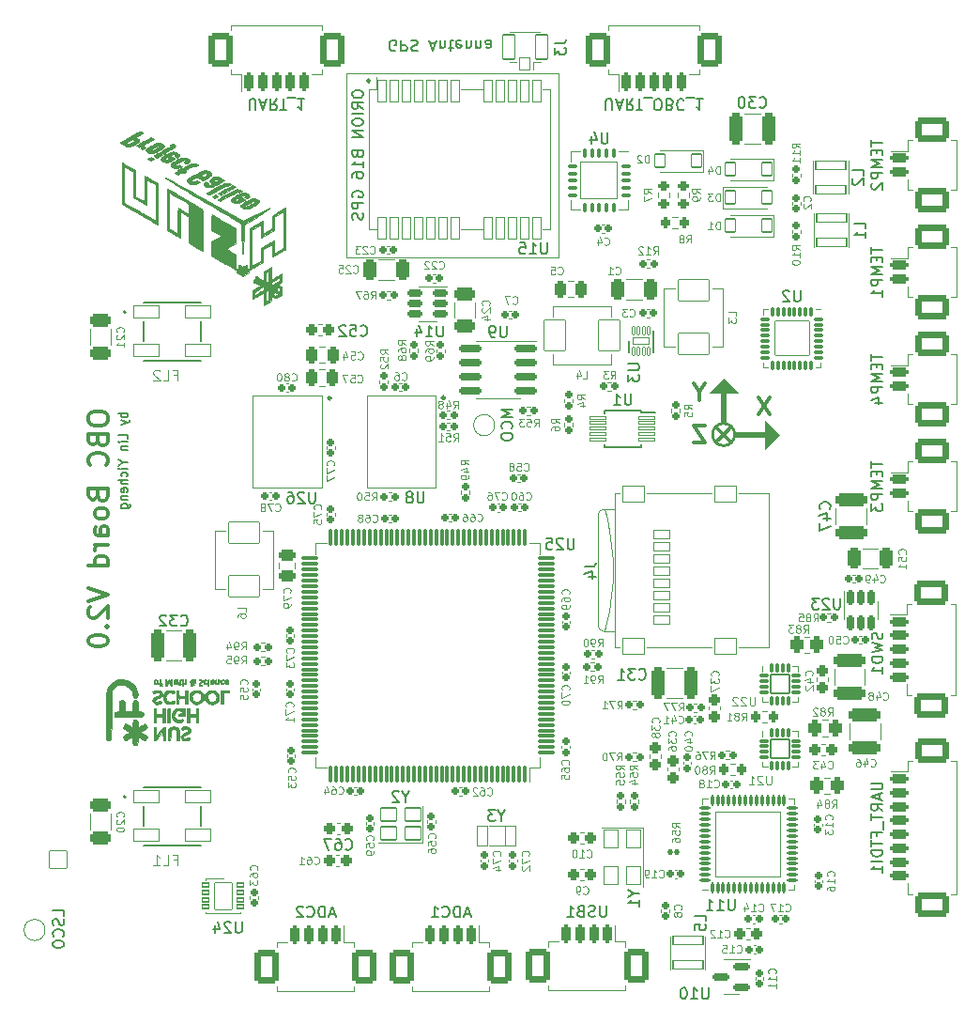
<source format=gbo>
%TF.GenerationSoftware,KiCad,Pcbnew,(6.0.7)*%
%TF.CreationDate,2022-08-20T11:41:17+08:00*%
%TF.ProjectId,cubesat_obc,63756265-7361-4745-9f6f-62632e6b6963,rev?*%
%TF.SameCoordinates,Original*%
%TF.FileFunction,Legend,Bot*%
%TF.FilePolarity,Positive*%
%FSLAX46Y46*%
G04 Gerber Fmt 4.6, Leading zero omitted, Abs format (unit mm)*
G04 Created by KiCad (PCBNEW (6.0.7)) date 2022-08-20 11:41:17*
%MOMM*%
%LPD*%
G01*
G04 APERTURE LIST*
G04 Aperture macros list*
%AMRoundRect*
0 Rectangle with rounded corners*
0 $1 Rounding radius*
0 $2 $3 $4 $5 $6 $7 $8 $9 X,Y pos of 4 corners*
0 Add a 4 corners polygon primitive as box body*
4,1,4,$2,$3,$4,$5,$6,$7,$8,$9,$2,$3,0*
0 Add four circle primitives for the rounded corners*
1,1,$1+$1,$2,$3*
1,1,$1+$1,$4,$5*
1,1,$1+$1,$6,$7*
1,1,$1+$1,$8,$9*
0 Add four rect primitives between the rounded corners*
20,1,$1+$1,$2,$3,$4,$5,0*
20,1,$1+$1,$4,$5,$6,$7,0*
20,1,$1+$1,$6,$7,$8,$9,0*
20,1,$1+$1,$8,$9,$2,$3,0*%
G04 Aperture macros list end*
%ADD10C,0.120000*%
%ADD11C,0.180000*%
%ADD12C,0.130000*%
%ADD13C,0.300000*%
%ADD14C,0.150000*%
%ADD15C,0.100000*%
%ADD16C,0.015000*%
%ADD17C,0.110000*%
%ADD18C,0.010000*%
%ADD19C,0.127000*%
%ADD20C,0.200000*%
%ADD21C,0.260000*%
%ADD22C,0.500000*%
%ADD23C,0.220000*%
%ADD24RoundRect,0.050000X-0.750000X0.400000X-0.750000X-0.400000X0.750000X-0.400000X0.750000X0.400000X0*%
%ADD25RoundRect,0.050000X-1.000000X0.725000X-1.000000X-0.725000X1.000000X-0.725000X1.000000X0.725000X0*%
%ADD26C,1.290000*%
%ADD27C,5.700000*%
%ADD28C,4.500000*%
%ADD29RoundRect,0.050000X-0.800000X-0.800000X0.800000X-0.800000X0.800000X0.800000X-0.800000X0.800000X0*%
%ADD30C,1.700000*%
%ADD31RoundRect,0.190000X-0.140000X-0.170000X0.140000X-0.170000X0.140000X0.170000X-0.140000X0.170000X0*%
%ADD32RoundRect,0.190000X-0.170000X0.140000X-0.170000X-0.140000X0.170000X-0.140000X0.170000X0.140000X0*%
%ADD33RoundRect,0.190000X0.170000X-0.140000X0.170000X0.140000X-0.170000X0.140000X-0.170000X-0.140000X0*%
%ADD34RoundRect,0.300000X-0.250000X-0.475000X0.250000X-0.475000X0.250000X0.475000X-0.250000X0.475000X0*%
%ADD35RoundRect,0.190000X0.140000X0.170000X-0.140000X0.170000X-0.140000X-0.170000X0.140000X-0.170000X0*%
%ADD36RoundRect,0.300000X0.650000X-0.325000X0.650000X0.325000X-0.650000X0.325000X-0.650000X-0.325000X0*%
%ADD37RoundRect,0.050000X-1.150000X-0.550000X1.150000X-0.550000X1.150000X0.550000X-1.150000X0.550000X0*%
%ADD38RoundRect,0.250000X0.200000X0.600000X-0.200000X0.600000X-0.200000X-0.600000X0.200000X-0.600000X0*%
%ADD39RoundRect,0.300001X0.799999X1.249999X-0.799999X1.249999X-0.799999X-1.249999X0.799999X-1.249999X0*%
%ADD40RoundRect,0.250000X-0.600000X0.200000X-0.600000X-0.200000X0.600000X-0.200000X0.600000X0.200000X0*%
%ADD41RoundRect,0.300001X-1.249999X0.799999X-1.249999X-0.799999X1.249999X-0.799999X1.249999X0.799999X0*%
%ADD42RoundRect,0.050000X-1.350000X0.400000X-1.350000X-0.400000X1.350000X-0.400000X1.350000X0.400000X0*%
%ADD43RoundRect,0.050000X1.350000X-0.400000X1.350000X0.400000X-1.350000X0.400000X-1.350000X-0.400000X0*%
%ADD44RoundRect,0.185000X0.135000X0.185000X-0.135000X0.185000X-0.135000X-0.185000X0.135000X-0.185000X0*%
%ADD45RoundRect,0.185000X-0.135000X-0.185000X0.135000X-0.185000X0.135000X0.185000X-0.135000X0.185000X0*%
%ADD46RoundRect,0.185000X-0.185000X0.135000X-0.185000X-0.135000X0.185000X-0.135000X0.185000X0.135000X0*%
%ADD47RoundRect,0.185000X0.185000X-0.135000X0.185000X0.135000X-0.185000X0.135000X-0.185000X-0.135000X0*%
%ADD48RoundRect,0.050000X0.700000X0.150000X-0.700000X0.150000X-0.700000X-0.150000X0.700000X-0.150000X0*%
%ADD49RoundRect,0.125000X0.325000X0.075000X-0.325000X0.075000X-0.325000X-0.075000X0.325000X-0.075000X0*%
%ADD50RoundRect,0.125000X0.075000X0.325000X-0.075000X0.325000X-0.075000X-0.325000X0.075000X-0.325000X0*%
%ADD51RoundRect,0.050000X1.675000X1.675000X-1.675000X1.675000X-1.675000X-1.675000X1.675000X-1.675000X0*%
%ADD52RoundRect,0.050000X0.500000X0.900000X-0.500000X0.900000X-0.500000X-0.900000X0.500000X-0.900000X0*%
%ADD53RoundRect,0.250000X-0.275000X0.200000X-0.275000X-0.200000X0.275000X-0.200000X0.275000X0.200000X0*%
%ADD54RoundRect,0.250000X0.200000X0.275000X-0.200000X0.275000X-0.200000X-0.275000X0.200000X-0.275000X0*%
%ADD55RoundRect,0.250000X0.275000X-0.200000X0.275000X0.200000X-0.275000X0.200000X-0.275000X-0.200000X0*%
%ADD56RoundRect,0.050000X0.450000X0.600000X-0.450000X0.600000X-0.450000X-0.600000X0.450000X-0.600000X0*%
%ADD57RoundRect,0.050000X-0.450000X-0.600000X0.450000X-0.600000X0.450000X0.600000X-0.450000X0.600000X0*%
%ADD58RoundRect,0.275000X-0.225000X-0.250000X0.225000X-0.250000X0.225000X0.250000X-0.225000X0.250000X0*%
%ADD59RoundRect,0.200000X0.587500X0.150000X-0.587500X0.150000X-0.587500X-0.150000X0.587500X-0.150000X0*%
%ADD60RoundRect,0.112500X-0.375000X-0.062500X0.375000X-0.062500X0.375000X0.062500X-0.375000X0.062500X0*%
%ADD61RoundRect,0.112500X-0.062500X-0.375000X0.062500X-0.375000X0.062500X0.375000X-0.062500X0.375000X0*%
%ADD62RoundRect,0.050000X-2.950000X-2.950000X2.950000X-2.950000X2.950000X2.950000X-2.950000X2.950000X0*%
%ADD63RoundRect,0.150000X0.130000X0.100000X-0.130000X0.100000X-0.130000X-0.100000X0.130000X-0.100000X0*%
%ADD64RoundRect,0.275000X0.225000X0.250000X-0.225000X0.250000X-0.225000X-0.250000X0.225000X-0.250000X0*%
%ADD65RoundRect,0.050000X-1.395000X0.951500X-1.395000X-0.951500X1.395000X-0.951500X1.395000X0.951500X0*%
%ADD66RoundRect,0.125000X0.075000X-0.662500X0.075000X0.662500X-0.075000X0.662500X-0.075000X-0.662500X0*%
%ADD67RoundRect,0.125000X0.662500X-0.075000X0.662500X0.075000X-0.662500X0.075000X-0.662500X-0.075000X0*%
%ADD68RoundRect,0.300000X0.325000X0.650000X-0.325000X0.650000X-0.325000X-0.650000X0.325000X-0.650000X0*%
%ADD69RoundRect,0.300000X0.325000X1.100000X-0.325000X1.100000X-0.325000X-1.100000X0.325000X-1.100000X0*%
%ADD70RoundRect,0.300000X-0.325000X-1.100000X0.325000X-1.100000X0.325000X1.100000X-0.325000X1.100000X0*%
%ADD71RoundRect,0.300000X1.100000X-0.325000X1.100000X0.325000X-1.100000X0.325000X-1.100000X-0.325000X0*%
%ADD72RoundRect,0.300000X-1.100000X0.325000X-1.100000X-0.325000X1.100000X-0.325000X1.100000X0.325000X0*%
%ADD73RoundRect,0.050000X1.395000X-0.951500X1.395000X0.951500X-1.395000X0.951500X-1.395000X-0.951500X0*%
%ADD74RoundRect,0.050000X-0.951500X-1.395000X0.951500X-1.395000X0.951500X1.395000X-0.951500X1.395000X0*%
%ADD75RoundRect,0.112500X0.350000X0.062500X-0.350000X0.062500X-0.350000X-0.062500X0.350000X-0.062500X0*%
%ADD76RoundRect,0.112500X0.062500X0.350000X-0.062500X0.350000X-0.062500X-0.350000X0.062500X-0.350000X0*%
%ADD77RoundRect,0.050000X1.550000X1.550000X-1.550000X1.550000X-1.550000X-1.550000X1.550000X-1.550000X0*%
%ADD78RoundRect,0.050000X-0.125000X0.350000X-0.125000X-0.350000X0.125000X-0.350000X0.125000X0.350000X0*%
%ADD79RoundRect,0.050000X-0.690000X0.320000X-0.690000X-0.320000X0.690000X-0.320000X0.690000X0.320000X0*%
%ADD80RoundRect,0.050000X0.325000X0.175000X-0.325000X0.175000X-0.325000X-0.175000X0.325000X-0.175000X0*%
%ADD81RoundRect,0.050000X0.775000X1.200000X-0.775000X1.200000X-0.775000X-1.200000X0.775000X-1.200000X0*%
%ADD82RoundRect,0.050000X0.700000X0.600000X-0.700000X0.600000X-0.700000X-0.600000X0.700000X-0.600000X0*%
%ADD83C,1.600000*%
%ADD84RoundRect,0.275000X0.250000X-0.225000X0.250000X0.225000X-0.250000X0.225000X-0.250000X-0.225000X0*%
%ADD85RoundRect,0.050000X0.400000X-1.000000X0.400000X1.000000X-0.400000X1.000000X-0.400000X-1.000000X0*%
%ADD86RoundRect,0.300000X-0.262500X-0.450000X0.262500X-0.450000X0.262500X0.450000X-0.262500X0.450000X0*%
%ADD87RoundRect,0.050000X-0.650000X0.800000X-0.650000X-0.800000X0.650000X-0.800000X0.650000X0.800000X0*%
%ADD88RoundRect,0.250000X-0.200000X-0.600000X0.200000X-0.600000X0.200000X0.600000X-0.200000X0.600000X0*%
%ADD89RoundRect,0.300001X-0.799999X-1.249999X0.799999X-1.249999X0.799999X1.249999X-0.799999X1.249999X0*%
%ADD90RoundRect,0.200000X-0.150000X0.512500X-0.150000X-0.512500X0.150000X-0.512500X0.150000X0.512500X0*%
%ADD91RoundRect,0.112500X-0.062500X0.350000X-0.062500X-0.350000X0.062500X-0.350000X0.062500X0.350000X0*%
%ADD92RoundRect,0.112500X-0.350000X0.062500X-0.350000X-0.062500X0.350000X-0.062500X0.350000X0.062500X0*%
%ADD93RoundRect,0.050000X-0.840000X0.840000X-0.840000X-0.840000X0.840000X-0.840000X0.840000X0.840000X0*%
%ADD94RoundRect,0.050000X0.500000X-0.525000X0.500000X0.525000X-0.500000X0.525000X-0.500000X-0.525000X0*%
%ADD95RoundRect,0.050000X0.525000X-1.100000X0.525000X1.100000X-0.525000X1.100000X-0.525000X-1.100000X0*%
%ADD96C,0.557200*%
%ADD97RoundRect,0.200000X0.825000X0.150000X-0.825000X0.150000X-0.825000X-0.150000X0.825000X-0.150000X0*%
%ADD98RoundRect,0.200000X0.512500X0.150000X-0.512500X0.150000X-0.512500X-0.150000X0.512500X-0.150000X0*%
%ADD99RoundRect,0.300000X-0.325000X-0.650000X0.325000X-0.650000X0.325000X0.650000X-0.325000X0.650000X0*%
%ADD100RoundRect,0.275000X-0.250000X0.225000X-0.250000X-0.225000X0.250000X-0.225000X0.250000X0.225000X0*%
%ADD101RoundRect,0.300000X0.475000X-0.250000X0.475000X0.250000X-0.475000X0.250000X-0.475000X-0.250000X0*%
%ADD102RoundRect,0.300000X-0.650000X0.325000X-0.650000X-0.325000X0.650000X-0.325000X0.650000X0.325000X0*%
G04 APERTURE END LIST*
D10*
X144200000Y-53400000D02*
X163400000Y-53400000D01*
X163400000Y-53400000D02*
X163400000Y-70000000D01*
X163400000Y-70000000D02*
X144200000Y-70000000D01*
X144200000Y-70000000D02*
X144200000Y-53400000D01*
D11*
X144752380Y-55228571D02*
X144752380Y-55419047D01*
X144800000Y-55514285D01*
X144895238Y-55609523D01*
X145085714Y-55657142D01*
X145419047Y-55657142D01*
X145609523Y-55609523D01*
X145704761Y-55514285D01*
X145752380Y-55419047D01*
X145752380Y-55228571D01*
X145704761Y-55133333D01*
X145609523Y-55038095D01*
X145419047Y-54990476D01*
X145085714Y-54990476D01*
X144895238Y-55038095D01*
X144800000Y-55133333D01*
X144752380Y-55228571D01*
X145752380Y-56657142D02*
X145276190Y-56323809D01*
X145752380Y-56085714D02*
X144752380Y-56085714D01*
X144752380Y-56466666D01*
X144800000Y-56561904D01*
X144847619Y-56609523D01*
X144942857Y-56657142D01*
X145085714Y-56657142D01*
X145180952Y-56609523D01*
X145228571Y-56561904D01*
X145276190Y-56466666D01*
X145276190Y-56085714D01*
X145752380Y-57085714D02*
X144752380Y-57085714D01*
X144752380Y-57752380D02*
X144752380Y-57942857D01*
X144800000Y-58038095D01*
X144895238Y-58133333D01*
X145085714Y-58180952D01*
X145419047Y-58180952D01*
X145609523Y-58133333D01*
X145704761Y-58038095D01*
X145752380Y-57942857D01*
X145752380Y-57752380D01*
X145704761Y-57657142D01*
X145609523Y-57561904D01*
X145419047Y-57514285D01*
X145085714Y-57514285D01*
X144895238Y-57561904D01*
X144800000Y-57657142D01*
X144752380Y-57752380D01*
X145752380Y-58609523D02*
X144752380Y-58609523D01*
X145752380Y-59180952D01*
X144752380Y-59180952D01*
X145228571Y-60752380D02*
X145276190Y-60895238D01*
X145323809Y-60942857D01*
X145419047Y-60990476D01*
X145561904Y-60990476D01*
X145657142Y-60942857D01*
X145704761Y-60895238D01*
X145752380Y-60800000D01*
X145752380Y-60419047D01*
X144752380Y-60419047D01*
X144752380Y-60752380D01*
X144800000Y-60847619D01*
X144847619Y-60895238D01*
X144942857Y-60942857D01*
X145038095Y-60942857D01*
X145133333Y-60895238D01*
X145180952Y-60847619D01*
X145228571Y-60752380D01*
X145228571Y-60419047D01*
X145752380Y-61942857D02*
X145752380Y-61371428D01*
X145752380Y-61657142D02*
X144752380Y-61657142D01*
X144895238Y-61561904D01*
X144990476Y-61466666D01*
X145038095Y-61371428D01*
X144752380Y-62800000D02*
X144752380Y-62609523D01*
X144800000Y-62514285D01*
X144847619Y-62466666D01*
X144990476Y-62371428D01*
X145180952Y-62323809D01*
X145561904Y-62323809D01*
X145657142Y-62371428D01*
X145704761Y-62419047D01*
X145752380Y-62514285D01*
X145752380Y-62704761D01*
X145704761Y-62800000D01*
X145657142Y-62847619D01*
X145561904Y-62895238D01*
X145323809Y-62895238D01*
X145228571Y-62847619D01*
X145180952Y-62800000D01*
X145133333Y-62704761D01*
X145133333Y-62514285D01*
X145180952Y-62419047D01*
X145228571Y-62371428D01*
X145323809Y-62323809D01*
X144800000Y-64609523D02*
X144752380Y-64514285D01*
X144752380Y-64371428D01*
X144800000Y-64228571D01*
X144895238Y-64133333D01*
X144990476Y-64085714D01*
X145180952Y-64038095D01*
X145323809Y-64038095D01*
X145514285Y-64085714D01*
X145609523Y-64133333D01*
X145704761Y-64228571D01*
X145752380Y-64371428D01*
X145752380Y-64466666D01*
X145704761Y-64609523D01*
X145657142Y-64657142D01*
X145323809Y-64657142D01*
X145323809Y-64466666D01*
X145752380Y-65085714D02*
X144752380Y-65085714D01*
X144752380Y-65466666D01*
X144800000Y-65561904D01*
X144847619Y-65609523D01*
X144942857Y-65657142D01*
X145085714Y-65657142D01*
X145180952Y-65609523D01*
X145228571Y-65561904D01*
X145276190Y-65466666D01*
X145276190Y-65085714D01*
X145704761Y-66038095D02*
X145752380Y-66180952D01*
X145752380Y-66419047D01*
X145704761Y-66514285D01*
X145657142Y-66561904D01*
X145561904Y-66609523D01*
X145466666Y-66609523D01*
X145371428Y-66561904D01*
X145323809Y-66514285D01*
X145276190Y-66419047D01*
X145228571Y-66228571D01*
X145180952Y-66133333D01*
X145133333Y-66085714D01*
X145038095Y-66038095D01*
X144942857Y-66038095D01*
X144847619Y-66085714D01*
X144800000Y-66133333D01*
X144752380Y-66228571D01*
X144752380Y-66466666D01*
X144800000Y-66609523D01*
X148652380Y-51400000D02*
X148557142Y-51447619D01*
X148414285Y-51447619D01*
X148271428Y-51400000D01*
X148176190Y-51304761D01*
X148128571Y-51209523D01*
X148080952Y-51019047D01*
X148080952Y-50876190D01*
X148128571Y-50685714D01*
X148176190Y-50590476D01*
X148271428Y-50495238D01*
X148414285Y-50447619D01*
X148509523Y-50447619D01*
X148652380Y-50495238D01*
X148700000Y-50542857D01*
X148700000Y-50876190D01*
X148509523Y-50876190D01*
X149128571Y-50447619D02*
X149128571Y-51447619D01*
X149509523Y-51447619D01*
X149604761Y-51400000D01*
X149652380Y-51352380D01*
X149700000Y-51257142D01*
X149700000Y-51114285D01*
X149652380Y-51019047D01*
X149604761Y-50971428D01*
X149509523Y-50923809D01*
X149128571Y-50923809D01*
X150080952Y-50495238D02*
X150223809Y-50447619D01*
X150461904Y-50447619D01*
X150557142Y-50495238D01*
X150604761Y-50542857D01*
X150652380Y-50638095D01*
X150652380Y-50733333D01*
X150604761Y-50828571D01*
X150557142Y-50876190D01*
X150461904Y-50923809D01*
X150271428Y-50971428D01*
X150176190Y-51019047D01*
X150128571Y-51066666D01*
X150080952Y-51161904D01*
X150080952Y-51257142D01*
X150128571Y-51352380D01*
X150176190Y-51400000D01*
X150271428Y-51447619D01*
X150509523Y-51447619D01*
X150652380Y-51400000D01*
X151795238Y-50733333D02*
X152271428Y-50733333D01*
X151700000Y-50447619D02*
X152033333Y-51447619D01*
X152366666Y-50447619D01*
X152700000Y-51114285D02*
X152700000Y-50447619D01*
X152700000Y-51019047D02*
X152747619Y-51066666D01*
X152842857Y-51114285D01*
X152985714Y-51114285D01*
X153080952Y-51066666D01*
X153128571Y-50971428D01*
X153128571Y-50447619D01*
X153461904Y-51114285D02*
X153842857Y-51114285D01*
X153604761Y-51447619D02*
X153604761Y-50590476D01*
X153652380Y-50495238D01*
X153747619Y-50447619D01*
X153842857Y-50447619D01*
X154557142Y-50495238D02*
X154461904Y-50447619D01*
X154271428Y-50447619D01*
X154176190Y-50495238D01*
X154128571Y-50590476D01*
X154128571Y-50971428D01*
X154176190Y-51066666D01*
X154271428Y-51114285D01*
X154461904Y-51114285D01*
X154557142Y-51066666D01*
X154604761Y-50971428D01*
X154604761Y-50876190D01*
X154128571Y-50780952D01*
X155033333Y-51114285D02*
X155033333Y-50447619D01*
X155033333Y-51019047D02*
X155080952Y-51066666D01*
X155176190Y-51114285D01*
X155319047Y-51114285D01*
X155414285Y-51066666D01*
X155461904Y-50971428D01*
X155461904Y-50447619D01*
X155938095Y-51114285D02*
X155938095Y-50447619D01*
X155938095Y-51019047D02*
X155985714Y-51066666D01*
X156080952Y-51114285D01*
X156223809Y-51114285D01*
X156319047Y-51066666D01*
X156366666Y-50971428D01*
X156366666Y-50447619D01*
X157271428Y-50447619D02*
X157271428Y-50971428D01*
X157223809Y-51066666D01*
X157128571Y-51114285D01*
X156938095Y-51114285D01*
X156842857Y-51066666D01*
X157271428Y-50495238D02*
X157176190Y-50447619D01*
X156938095Y-50447619D01*
X156842857Y-50495238D01*
X156795238Y-50590476D01*
X156795238Y-50685714D01*
X156842857Y-50780952D01*
X156938095Y-50828571D01*
X157176190Y-50828571D01*
X157271428Y-50876190D01*
D12*
X124466304Y-84074533D02*
X123666304Y-84074533D01*
X123971066Y-84074533D02*
X123932971Y-84150723D01*
X123932971Y-84303104D01*
X123971066Y-84379295D01*
X124009161Y-84417390D01*
X124085352Y-84455485D01*
X124313923Y-84455485D01*
X124390114Y-84417390D01*
X124428209Y-84379295D01*
X124466304Y-84303104D01*
X124466304Y-84150723D01*
X124428209Y-84074533D01*
X123932971Y-84722152D02*
X124466304Y-84912628D01*
X123932971Y-85103104D02*
X124466304Y-84912628D01*
X124656780Y-84836438D01*
X124694876Y-84798342D01*
X124732971Y-84722152D01*
X124466304Y-86398342D02*
X124466304Y-86017390D01*
X123666304Y-86017390D01*
X124466304Y-86665009D02*
X123932971Y-86665009D01*
X123666304Y-86665009D02*
X123704400Y-86626914D01*
X123742495Y-86665009D01*
X123704400Y-86703104D01*
X123666304Y-86665009D01*
X123742495Y-86665009D01*
X123932971Y-87045961D02*
X124466304Y-87045961D01*
X124009161Y-87045961D02*
X123971066Y-87084057D01*
X123932971Y-87160247D01*
X123932971Y-87274533D01*
X123971066Y-87350723D01*
X124047257Y-87388819D01*
X124466304Y-87388819D01*
X124085352Y-88531676D02*
X124466304Y-88531676D01*
X123666304Y-88265009D02*
X124085352Y-88531676D01*
X123666304Y-88798342D01*
X124466304Y-89065009D02*
X123932971Y-89065009D01*
X123666304Y-89065009D02*
X123704400Y-89026914D01*
X123742495Y-89065009D01*
X123704400Y-89103104D01*
X123666304Y-89065009D01*
X123742495Y-89065009D01*
X124428209Y-89788819D02*
X124466304Y-89712628D01*
X124466304Y-89560247D01*
X124428209Y-89484057D01*
X124390114Y-89445961D01*
X124313923Y-89407866D01*
X124085352Y-89407866D01*
X124009161Y-89445961D01*
X123971066Y-89484057D01*
X123932971Y-89560247D01*
X123932971Y-89712628D01*
X123971066Y-89788819D01*
X124466304Y-90131676D02*
X123666304Y-90131676D01*
X124466304Y-90474533D02*
X124047257Y-90474533D01*
X123971066Y-90436438D01*
X123932971Y-90360247D01*
X123932971Y-90245961D01*
X123971066Y-90169771D01*
X124009161Y-90131676D01*
X124428209Y-91160247D02*
X124466304Y-91084057D01*
X124466304Y-90931676D01*
X124428209Y-90855485D01*
X124352019Y-90817390D01*
X124047257Y-90817390D01*
X123971066Y-90855485D01*
X123932971Y-90931676D01*
X123932971Y-91084057D01*
X123971066Y-91160247D01*
X124047257Y-91198342D01*
X124123447Y-91198342D01*
X124199638Y-90817390D01*
X123932971Y-91541200D02*
X124466304Y-91541200D01*
X124009161Y-91541200D02*
X123971066Y-91579295D01*
X123932971Y-91655485D01*
X123932971Y-91769771D01*
X123971066Y-91845961D01*
X124047257Y-91884057D01*
X124466304Y-91884057D01*
X123932971Y-92607866D02*
X124580590Y-92607866D01*
X124656780Y-92569771D01*
X124694876Y-92531676D01*
X124732971Y-92455485D01*
X124732971Y-92341199D01*
X124694876Y-92265009D01*
X124428209Y-92607866D02*
X124466304Y-92531676D01*
X124466304Y-92379295D01*
X124428209Y-92303104D01*
X124390114Y-92265009D01*
X124313923Y-92226914D01*
X124085352Y-92226914D01*
X124009161Y-92265009D01*
X123971066Y-92303104D01*
X123932971Y-92379295D01*
X123932971Y-92531676D01*
X123971066Y-92607866D01*
D13*
X120934285Y-84380028D02*
X120934285Y-84722885D01*
X121020000Y-84894314D01*
X121191428Y-85065742D01*
X121534285Y-85151457D01*
X122134285Y-85151457D01*
X122477142Y-85065742D01*
X122648571Y-84894314D01*
X122734285Y-84722885D01*
X122734285Y-84380028D01*
X122648571Y-84208600D01*
X122477142Y-84037171D01*
X122134285Y-83951457D01*
X121534285Y-83951457D01*
X121191428Y-84037171D01*
X121020000Y-84208600D01*
X120934285Y-84380028D01*
X121791428Y-86522885D02*
X121877142Y-86780028D01*
X121962857Y-86865742D01*
X122134285Y-86951457D01*
X122391428Y-86951457D01*
X122562857Y-86865742D01*
X122648571Y-86780028D01*
X122734285Y-86608600D01*
X122734285Y-85922885D01*
X120934285Y-85922885D01*
X120934285Y-86522885D01*
X121020000Y-86694314D01*
X121105714Y-86780028D01*
X121277142Y-86865742D01*
X121448571Y-86865742D01*
X121620000Y-86780028D01*
X121705714Y-86694314D01*
X121791428Y-86522885D01*
X121791428Y-85922885D01*
X122562857Y-88751457D02*
X122648571Y-88665742D01*
X122734285Y-88408600D01*
X122734285Y-88237171D01*
X122648571Y-87980028D01*
X122477142Y-87808600D01*
X122305714Y-87722885D01*
X121962857Y-87637171D01*
X121705714Y-87637171D01*
X121362857Y-87722885D01*
X121191428Y-87808600D01*
X121020000Y-87980028D01*
X120934285Y-88237171D01*
X120934285Y-88408600D01*
X121020000Y-88665742D01*
X121105714Y-88751457D01*
X121791428Y-91494314D02*
X121877142Y-91751457D01*
X121962857Y-91837171D01*
X122134285Y-91922885D01*
X122391428Y-91922885D01*
X122562857Y-91837171D01*
X122648571Y-91751457D01*
X122734285Y-91580028D01*
X122734285Y-90894314D01*
X120934285Y-90894314D01*
X120934285Y-91494314D01*
X121020000Y-91665742D01*
X121105714Y-91751457D01*
X121277142Y-91837171D01*
X121448571Y-91837171D01*
X121620000Y-91751457D01*
X121705714Y-91665742D01*
X121791428Y-91494314D01*
X121791428Y-90894314D01*
X122734285Y-92951457D02*
X122648571Y-92780028D01*
X122562857Y-92694314D01*
X122391428Y-92608600D01*
X121877142Y-92608600D01*
X121705714Y-92694314D01*
X121620000Y-92780028D01*
X121534285Y-92951457D01*
X121534285Y-93208600D01*
X121620000Y-93380028D01*
X121705714Y-93465742D01*
X121877142Y-93551457D01*
X122391428Y-93551457D01*
X122562857Y-93465742D01*
X122648571Y-93380028D01*
X122734285Y-93208600D01*
X122734285Y-92951457D01*
X122734285Y-95094314D02*
X121791428Y-95094314D01*
X121620000Y-95008600D01*
X121534285Y-94837171D01*
X121534285Y-94494314D01*
X121620000Y-94322885D01*
X122648571Y-95094314D02*
X122734285Y-94922885D01*
X122734285Y-94494314D01*
X122648571Y-94322885D01*
X122477142Y-94237171D01*
X122305714Y-94237171D01*
X122134285Y-94322885D01*
X122048571Y-94494314D01*
X122048571Y-94922885D01*
X121962857Y-95094314D01*
X122734285Y-95951457D02*
X121534285Y-95951457D01*
X121877142Y-95951457D02*
X121705714Y-96037171D01*
X121620000Y-96122885D01*
X121534285Y-96294314D01*
X121534285Y-96465742D01*
X122734285Y-97837171D02*
X120934285Y-97837171D01*
X122648571Y-97837171D02*
X122734285Y-97665742D01*
X122734285Y-97322885D01*
X122648571Y-97151457D01*
X122562857Y-97065742D01*
X122391428Y-96980028D01*
X121877142Y-96980028D01*
X121705714Y-97065742D01*
X121620000Y-97151457D01*
X121534285Y-97322885D01*
X121534285Y-97665742D01*
X121620000Y-97837171D01*
X120934285Y-99808600D02*
X122734285Y-100408600D01*
X120934285Y-101008600D01*
X121105714Y-101522885D02*
X121020000Y-101608600D01*
X120934285Y-101780028D01*
X120934285Y-102208600D01*
X121020000Y-102380028D01*
X121105714Y-102465742D01*
X121277142Y-102551457D01*
X121448571Y-102551457D01*
X121705714Y-102465742D01*
X122734285Y-101437171D01*
X122734285Y-102551457D01*
X122562857Y-103322885D02*
X122648571Y-103408600D01*
X122734285Y-103322885D01*
X122648571Y-103237171D01*
X122562857Y-103322885D01*
X122734285Y-103322885D01*
X120934285Y-104522885D02*
X120934285Y-104694314D01*
X121020000Y-104865742D01*
X121105714Y-104951457D01*
X121277142Y-105037171D01*
X121620000Y-105122885D01*
X122048571Y-105122885D01*
X122391428Y-105037171D01*
X122562857Y-104951457D01*
X122648571Y-104865742D01*
X122734285Y-104694314D01*
X122734285Y-104522885D01*
X122648571Y-104351457D01*
X122562857Y-104265742D01*
X122391428Y-104180028D01*
X122048571Y-104094314D01*
X121620000Y-104094314D01*
X121277142Y-104180028D01*
X121105714Y-104265742D01*
X121020000Y-104351457D01*
X120934285Y-104522885D01*
D11*
X118752380Y-129359523D02*
X118752380Y-128883333D01*
X117752380Y-128883333D01*
X118704761Y-129645238D02*
X118752380Y-129788095D01*
X118752380Y-130026190D01*
X118704761Y-130121428D01*
X118657142Y-130169047D01*
X118561904Y-130216666D01*
X118466666Y-130216666D01*
X118371428Y-130169047D01*
X118323809Y-130121428D01*
X118276190Y-130026190D01*
X118228571Y-129835714D01*
X118180952Y-129740476D01*
X118133333Y-129692857D01*
X118038095Y-129645238D01*
X117942857Y-129645238D01*
X117847619Y-129692857D01*
X117800000Y-129740476D01*
X117752380Y-129835714D01*
X117752380Y-130073809D01*
X117800000Y-130216666D01*
X118657142Y-131216666D02*
X118704761Y-131169047D01*
X118752380Y-131026190D01*
X118752380Y-130930952D01*
X118704761Y-130788095D01*
X118609523Y-130692857D01*
X118514285Y-130645238D01*
X118323809Y-130597619D01*
X118180952Y-130597619D01*
X117990476Y-130645238D01*
X117895238Y-130692857D01*
X117800000Y-130788095D01*
X117752380Y-130930952D01*
X117752380Y-131026190D01*
X117800000Y-131169047D01*
X117847619Y-131216666D01*
X117752380Y-131835714D02*
X117752380Y-132026190D01*
X117800000Y-132121428D01*
X117895238Y-132216666D01*
X118085714Y-132264285D01*
X118419047Y-132264285D01*
X118609523Y-132216666D01*
X118704761Y-132121428D01*
X118752380Y-132026190D01*
X118752380Y-131835714D01*
X118704761Y-131740476D01*
X118609523Y-131645238D01*
X118419047Y-131597619D01*
X118085714Y-131597619D01*
X117895238Y-131645238D01*
X117800000Y-131740476D01*
X117752380Y-131835714D01*
X159202380Y-83742857D02*
X158202380Y-83742857D01*
X158916666Y-84076190D01*
X158202380Y-84409523D01*
X159202380Y-84409523D01*
X159107142Y-85457142D02*
X159154761Y-85409523D01*
X159202380Y-85266666D01*
X159202380Y-85171428D01*
X159154761Y-85028571D01*
X159059523Y-84933333D01*
X158964285Y-84885714D01*
X158773809Y-84838095D01*
X158630952Y-84838095D01*
X158440476Y-84885714D01*
X158345238Y-84933333D01*
X158250000Y-85028571D01*
X158202380Y-85171428D01*
X158202380Y-85266666D01*
X158250000Y-85409523D01*
X158297619Y-85457142D01*
X158202380Y-86076190D02*
X158202380Y-86266666D01*
X158250000Y-86361904D01*
X158345238Y-86457142D01*
X158535714Y-86504761D01*
X158869047Y-86504761D01*
X159059523Y-86457142D01*
X159154761Y-86361904D01*
X159202380Y-86266666D01*
X159202380Y-86076190D01*
X159154761Y-85980952D01*
X159059523Y-85885714D01*
X158869047Y-85838095D01*
X158535714Y-85838095D01*
X158345238Y-85885714D01*
X158250000Y-85980952D01*
X158202380Y-86076190D01*
D14*
%TO.C,J4*%
X165706380Y-97901166D02*
X166420666Y-97901166D01*
X166563523Y-97853547D01*
X166658761Y-97758309D01*
X166706380Y-97615452D01*
X166706380Y-97520214D01*
X166039714Y-98805928D02*
X166706380Y-98805928D01*
X165658761Y-98567833D02*
X166373047Y-98329738D01*
X166373047Y-98948785D01*
D15*
%TO.C,C6*%
X149241666Y-81025000D02*
X149275000Y-81058333D01*
X149375000Y-81091666D01*
X149441666Y-81091666D01*
X149541666Y-81058333D01*
X149608333Y-80991666D01*
X149641666Y-80925000D01*
X149675000Y-80791666D01*
X149675000Y-80691666D01*
X149641666Y-80558333D01*
X149608333Y-80491666D01*
X149541666Y-80425000D01*
X149441666Y-80391666D01*
X149375000Y-80391666D01*
X149275000Y-80425000D01*
X149241666Y-80458333D01*
X148641666Y-80391666D02*
X148775000Y-80391666D01*
X148841666Y-80425000D01*
X148875000Y-80458333D01*
X148941666Y-80558333D01*
X148975000Y-80691666D01*
X148975000Y-80958333D01*
X148941666Y-81025000D01*
X148908333Y-81058333D01*
X148841666Y-81091666D01*
X148708333Y-81091666D01*
X148641666Y-81058333D01*
X148608333Y-81025000D01*
X148575000Y-80958333D01*
X148575000Y-80791666D01*
X148608333Y-80725000D01*
X148641666Y-80691666D01*
X148708333Y-80658333D01*
X148841666Y-80658333D01*
X148908333Y-80691666D01*
X148941666Y-80725000D01*
X148975000Y-80791666D01*
%TO.C,C75*%
X141915000Y-92725000D02*
X141948333Y-92691666D01*
X141981666Y-92591666D01*
X141981666Y-92525000D01*
X141948333Y-92425000D01*
X141881666Y-92358333D01*
X141815000Y-92325000D01*
X141681666Y-92291666D01*
X141581666Y-92291666D01*
X141448333Y-92325000D01*
X141381666Y-92358333D01*
X141315000Y-92425000D01*
X141281666Y-92525000D01*
X141281666Y-92591666D01*
X141315000Y-92691666D01*
X141348333Y-92725000D01*
X141281666Y-92958333D02*
X141281666Y-93425000D01*
X141981666Y-93125000D01*
X141281666Y-94025000D02*
X141281666Y-93691666D01*
X141615000Y-93658333D01*
X141581666Y-93691666D01*
X141548333Y-93758333D01*
X141548333Y-93925000D01*
X141581666Y-93991666D01*
X141615000Y-94025000D01*
X141681666Y-94058333D01*
X141848333Y-94058333D01*
X141915000Y-94025000D01*
X141948333Y-93991666D01*
X141981666Y-93925000D01*
X141981666Y-93758333D01*
X141948333Y-93691666D01*
X141915000Y-93658333D01*
%TO.C,C73*%
X139428500Y-105650000D02*
X139461833Y-105616666D01*
X139495166Y-105516666D01*
X139495166Y-105450000D01*
X139461833Y-105350000D01*
X139395166Y-105283333D01*
X139328500Y-105250000D01*
X139195166Y-105216666D01*
X139095166Y-105216666D01*
X138961833Y-105250000D01*
X138895166Y-105283333D01*
X138828500Y-105350000D01*
X138795166Y-105450000D01*
X138795166Y-105516666D01*
X138828500Y-105616666D01*
X138861833Y-105650000D01*
X138795166Y-105883333D02*
X138795166Y-106350000D01*
X139495166Y-106050000D01*
X138795166Y-106550000D02*
X138795166Y-106983333D01*
X139061833Y-106750000D01*
X139061833Y-106850000D01*
X139095166Y-106916666D01*
X139128500Y-106950000D01*
X139195166Y-106983333D01*
X139361833Y-106983333D01*
X139428500Y-106950000D01*
X139461833Y-106916666D01*
X139495166Y-106850000D01*
X139495166Y-106650000D01*
X139461833Y-106583333D01*
X139428500Y-106550000D01*
%TO.C,C57*%
X145250000Y-81250000D02*
X145283333Y-81283333D01*
X145383333Y-81316666D01*
X145450000Y-81316666D01*
X145550000Y-81283333D01*
X145616666Y-81216666D01*
X145650000Y-81150000D01*
X145683333Y-81016666D01*
X145683333Y-80916666D01*
X145650000Y-80783333D01*
X145616666Y-80716666D01*
X145550000Y-80650000D01*
X145450000Y-80616666D01*
X145383333Y-80616666D01*
X145283333Y-80650000D01*
X145250000Y-80683333D01*
X144616666Y-80616666D02*
X144950000Y-80616666D01*
X144983333Y-80950000D01*
X144950000Y-80916666D01*
X144883333Y-80883333D01*
X144716666Y-80883333D01*
X144650000Y-80916666D01*
X144616666Y-80950000D01*
X144583333Y-81016666D01*
X144583333Y-81183333D01*
X144616666Y-81250000D01*
X144650000Y-81283333D01*
X144716666Y-81316666D01*
X144883333Y-81316666D01*
X144950000Y-81283333D01*
X144983333Y-81250000D01*
X144350000Y-80616666D02*
X143883333Y-80616666D01*
X144183333Y-81316666D01*
%TO.C,C60*%
X160450000Y-91825000D02*
X160483333Y-91858333D01*
X160583333Y-91891666D01*
X160650000Y-91891666D01*
X160750000Y-91858333D01*
X160816666Y-91791666D01*
X160850000Y-91725000D01*
X160883333Y-91591666D01*
X160883333Y-91491666D01*
X160850000Y-91358333D01*
X160816666Y-91291666D01*
X160750000Y-91225000D01*
X160650000Y-91191666D01*
X160583333Y-91191666D01*
X160483333Y-91225000D01*
X160450000Y-91258333D01*
X159850000Y-91191666D02*
X159983333Y-91191666D01*
X160050000Y-91225000D01*
X160083333Y-91258333D01*
X160150000Y-91358333D01*
X160183333Y-91491666D01*
X160183333Y-91758333D01*
X160150000Y-91825000D01*
X160116666Y-91858333D01*
X160050000Y-91891666D01*
X159916666Y-91891666D01*
X159850000Y-91858333D01*
X159816666Y-91825000D01*
X159783333Y-91758333D01*
X159783333Y-91591666D01*
X159816666Y-91525000D01*
X159850000Y-91491666D01*
X159916666Y-91458333D01*
X160050000Y-91458333D01*
X160116666Y-91491666D01*
X160150000Y-91525000D01*
X160183333Y-91591666D01*
X159350000Y-91191666D02*
X159283333Y-91191666D01*
X159216666Y-91225000D01*
X159183333Y-91258333D01*
X159150000Y-91325000D01*
X159116666Y-91458333D01*
X159116666Y-91625000D01*
X159150000Y-91758333D01*
X159183333Y-91825000D01*
X159216666Y-91858333D01*
X159283333Y-91891666D01*
X159350000Y-91891666D01*
X159416666Y-91858333D01*
X159450000Y-91825000D01*
X159483333Y-91758333D01*
X159516666Y-91625000D01*
X159516666Y-91458333D01*
X159483333Y-91325000D01*
X159450000Y-91258333D01*
X159416666Y-91225000D01*
X159350000Y-91191666D01*
%TO.C,C62*%
X156950000Y-118450000D02*
X156983333Y-118483333D01*
X157083333Y-118516666D01*
X157150000Y-118516666D01*
X157250000Y-118483333D01*
X157316666Y-118416666D01*
X157350000Y-118350000D01*
X157383333Y-118216666D01*
X157383333Y-118116666D01*
X157350000Y-117983333D01*
X157316666Y-117916666D01*
X157250000Y-117850000D01*
X157150000Y-117816666D01*
X157083333Y-117816666D01*
X156983333Y-117850000D01*
X156950000Y-117883333D01*
X156350000Y-117816666D02*
X156483333Y-117816666D01*
X156550000Y-117850000D01*
X156583333Y-117883333D01*
X156650000Y-117983333D01*
X156683333Y-118116666D01*
X156683333Y-118383333D01*
X156650000Y-118450000D01*
X156616666Y-118483333D01*
X156550000Y-118516666D01*
X156416666Y-118516666D01*
X156350000Y-118483333D01*
X156316666Y-118450000D01*
X156283333Y-118383333D01*
X156283333Y-118216666D01*
X156316666Y-118150000D01*
X156350000Y-118116666D01*
X156416666Y-118083333D01*
X156550000Y-118083333D01*
X156616666Y-118116666D01*
X156650000Y-118150000D01*
X156683333Y-118216666D01*
X156016666Y-117883333D02*
X155983333Y-117850000D01*
X155916666Y-117816666D01*
X155750000Y-117816666D01*
X155683333Y-117850000D01*
X155650000Y-117883333D01*
X155616666Y-117950000D01*
X155616666Y-118016666D01*
X155650000Y-118116666D01*
X156050000Y-118516666D01*
X155616666Y-118516666D01*
%TO.C,C65*%
X164250000Y-115732000D02*
X164283333Y-115698666D01*
X164316666Y-115598666D01*
X164316666Y-115532000D01*
X164283333Y-115432000D01*
X164216666Y-115365333D01*
X164150000Y-115332000D01*
X164016666Y-115298666D01*
X163916666Y-115298666D01*
X163783333Y-115332000D01*
X163716666Y-115365333D01*
X163650000Y-115432000D01*
X163616666Y-115532000D01*
X163616666Y-115598666D01*
X163650000Y-115698666D01*
X163683333Y-115732000D01*
X163616666Y-116332000D02*
X163616666Y-116198666D01*
X163650000Y-116132000D01*
X163683333Y-116098666D01*
X163783333Y-116032000D01*
X163916666Y-115998666D01*
X164183333Y-115998666D01*
X164250000Y-116032000D01*
X164283333Y-116065333D01*
X164316666Y-116132000D01*
X164316666Y-116265333D01*
X164283333Y-116332000D01*
X164250000Y-116365333D01*
X164183333Y-116398666D01*
X164016666Y-116398666D01*
X163950000Y-116365333D01*
X163916666Y-116332000D01*
X163883333Y-116265333D01*
X163883333Y-116132000D01*
X163916666Y-116065333D01*
X163950000Y-116032000D01*
X164016666Y-115998666D01*
X163616666Y-117032000D02*
X163616666Y-116698666D01*
X163950000Y-116665333D01*
X163916666Y-116698666D01*
X163883333Y-116765333D01*
X163883333Y-116932000D01*
X163916666Y-116998666D01*
X163950000Y-117032000D01*
X164016666Y-117065333D01*
X164183333Y-117065333D01*
X164250000Y-117032000D01*
X164283333Y-116998666D01*
X164316666Y-116932000D01*
X164316666Y-116765333D01*
X164283333Y-116698666D01*
X164250000Y-116665333D01*
%TO.C,C68*%
X146600000Y-93825000D02*
X146633333Y-93858333D01*
X146733333Y-93891666D01*
X146800000Y-93891666D01*
X146900000Y-93858333D01*
X146966666Y-93791666D01*
X147000000Y-93725000D01*
X147033333Y-93591666D01*
X147033333Y-93491666D01*
X147000000Y-93358333D01*
X146966666Y-93291666D01*
X146900000Y-93225000D01*
X146800000Y-93191666D01*
X146733333Y-93191666D01*
X146633333Y-93225000D01*
X146600000Y-93258333D01*
X146000000Y-93191666D02*
X146133333Y-93191666D01*
X146200000Y-93225000D01*
X146233333Y-93258333D01*
X146300000Y-93358333D01*
X146333333Y-93491666D01*
X146333333Y-93758333D01*
X146300000Y-93825000D01*
X146266666Y-93858333D01*
X146200000Y-93891666D01*
X146066666Y-93891666D01*
X146000000Y-93858333D01*
X145966666Y-93825000D01*
X145933333Y-93758333D01*
X145933333Y-93591666D01*
X145966666Y-93525000D01*
X146000000Y-93491666D01*
X146066666Y-93458333D01*
X146200000Y-93458333D01*
X146266666Y-93491666D01*
X146300000Y-93525000D01*
X146333333Y-93591666D01*
X145533333Y-93491666D02*
X145600000Y-93458333D01*
X145633333Y-93425000D01*
X145666666Y-93358333D01*
X145666666Y-93325000D01*
X145633333Y-93258333D01*
X145600000Y-93225000D01*
X145533333Y-93191666D01*
X145400000Y-93191666D01*
X145333333Y-93225000D01*
X145300000Y-93258333D01*
X145266666Y-93325000D01*
X145266666Y-93358333D01*
X145300000Y-93425000D01*
X145333333Y-93458333D01*
X145400000Y-93491666D01*
X145533333Y-93491666D01*
X145600000Y-93525000D01*
X145633333Y-93558333D01*
X145666666Y-93625000D01*
X145666666Y-93758333D01*
X145633333Y-93825000D01*
X145600000Y-93858333D01*
X145533333Y-93891666D01*
X145400000Y-93891666D01*
X145333333Y-93858333D01*
X145300000Y-93825000D01*
X145266666Y-93758333D01*
X145266666Y-93625000D01*
X145300000Y-93558333D01*
X145333333Y-93525000D01*
X145400000Y-93491666D01*
%TO.C,C2*%
X186050000Y-64951897D02*
X186083333Y-64918564D01*
X186116666Y-64818564D01*
X186116666Y-64751897D01*
X186083333Y-64651897D01*
X186016666Y-64585230D01*
X185950000Y-64551897D01*
X185816666Y-64518564D01*
X185716666Y-64518564D01*
X185583333Y-64551897D01*
X185516666Y-64585230D01*
X185450000Y-64651897D01*
X185416666Y-64751897D01*
X185416666Y-64818564D01*
X185450000Y-64918564D01*
X185483333Y-64951897D01*
X185483333Y-65218564D02*
X185450000Y-65251897D01*
X185416666Y-65318564D01*
X185416666Y-65485230D01*
X185450000Y-65551897D01*
X185483333Y-65585230D01*
X185550000Y-65618564D01*
X185616666Y-65618564D01*
X185716666Y-65585230D01*
X186116666Y-65185230D01*
X186116666Y-65618564D01*
%TO.C,C20*%
X124117000Y-120454000D02*
X124150333Y-120420666D01*
X124183666Y-120320666D01*
X124183666Y-120254000D01*
X124150333Y-120154000D01*
X124083666Y-120087333D01*
X124017000Y-120054000D01*
X123883666Y-120020666D01*
X123783666Y-120020666D01*
X123650333Y-120054000D01*
X123583666Y-120087333D01*
X123517000Y-120154000D01*
X123483666Y-120254000D01*
X123483666Y-120320666D01*
X123517000Y-120420666D01*
X123550333Y-120454000D01*
X123550333Y-120720666D02*
X123517000Y-120754000D01*
X123483666Y-120820666D01*
X123483666Y-120987333D01*
X123517000Y-121054000D01*
X123550333Y-121087333D01*
X123617000Y-121120666D01*
X123683666Y-121120666D01*
X123783666Y-121087333D01*
X124183666Y-120687333D01*
X124183666Y-121120666D01*
X123483666Y-121554000D02*
X123483666Y-121620666D01*
X123517000Y-121687333D01*
X123550333Y-121720666D01*
X123617000Y-121754000D01*
X123750333Y-121787333D01*
X123917000Y-121787333D01*
X124050333Y-121754000D01*
X124117000Y-121720666D01*
X124150333Y-121687333D01*
X124183666Y-121620666D01*
X124183666Y-121554000D01*
X124150333Y-121487333D01*
X124117000Y-121454000D01*
X124050333Y-121420666D01*
X123917000Y-121387333D01*
X123750333Y-121387333D01*
X123617000Y-121420666D01*
X123550333Y-121454000D01*
X123517000Y-121487333D01*
X123483666Y-121554000D01*
%TO.C,C21*%
X124117000Y-76766000D02*
X124150333Y-76732666D01*
X124183666Y-76632666D01*
X124183666Y-76566000D01*
X124150333Y-76466000D01*
X124083666Y-76399333D01*
X124017000Y-76366000D01*
X123883666Y-76332666D01*
X123783666Y-76332666D01*
X123650333Y-76366000D01*
X123583666Y-76399333D01*
X123517000Y-76466000D01*
X123483666Y-76566000D01*
X123483666Y-76632666D01*
X123517000Y-76732666D01*
X123550333Y-76766000D01*
X123550333Y-77032666D02*
X123517000Y-77066000D01*
X123483666Y-77132666D01*
X123483666Y-77299333D01*
X123517000Y-77366000D01*
X123550333Y-77399333D01*
X123617000Y-77432666D01*
X123683666Y-77432666D01*
X123783666Y-77399333D01*
X124183666Y-76999333D01*
X124183666Y-77432666D01*
X124183666Y-78099333D02*
X124183666Y-77699333D01*
X124183666Y-77899333D02*
X123483666Y-77899333D01*
X123583666Y-77832666D01*
X123650333Y-77766000D01*
X123683666Y-77699333D01*
D16*
%TO.C,FL1*%
X128675095Y-124324571D02*
X129008428Y-124324571D01*
X129008428Y-124848380D02*
X129008428Y-123848380D01*
X128532238Y-123848380D01*
X127675095Y-124848380D02*
X128151285Y-124848380D01*
X128151285Y-123848380D01*
X126817952Y-124848380D02*
X127389380Y-124848380D01*
X127103666Y-124848380D02*
X127103666Y-123848380D01*
X127198904Y-123991238D01*
X127294142Y-124086476D01*
X127389380Y-124134095D01*
%TO.C,FL2*%
X128675095Y-80636571D02*
X129008428Y-80636571D01*
X129008428Y-81160380D02*
X129008428Y-80160380D01*
X128532238Y-80160380D01*
X127675095Y-81160380D02*
X128151285Y-81160380D01*
X128151285Y-80160380D01*
X127389380Y-80255619D02*
X127341761Y-80208000D01*
X127246523Y-80160380D01*
X127008428Y-80160380D01*
X126913190Y-80208000D01*
X126865571Y-80255619D01*
X126817952Y-80350857D01*
X126817952Y-80446095D01*
X126865571Y-80588952D01*
X127437000Y-81160380D01*
X126817952Y-81160380D01*
D11*
%TO.C,ADC1*%
X155356285Y-129216666D02*
X154880095Y-129216666D01*
X155451523Y-129502380D02*
X155118190Y-128502380D01*
X154784857Y-129502380D01*
X154451523Y-129502380D02*
X154451523Y-128502380D01*
X154213428Y-128502380D01*
X154070571Y-128550000D01*
X153975333Y-128645238D01*
X153927714Y-128740476D01*
X153880095Y-128930952D01*
X153880095Y-129073809D01*
X153927714Y-129264285D01*
X153975333Y-129359523D01*
X154070571Y-129454761D01*
X154213428Y-129502380D01*
X154451523Y-129502380D01*
X152880095Y-129407142D02*
X152927714Y-129454761D01*
X153070571Y-129502380D01*
X153165809Y-129502380D01*
X153308666Y-129454761D01*
X153403904Y-129359523D01*
X153451523Y-129264285D01*
X153499142Y-129073809D01*
X153499142Y-128930952D01*
X153451523Y-128740476D01*
X153403904Y-128645238D01*
X153308666Y-128550000D01*
X153165809Y-128502380D01*
X153070571Y-128502380D01*
X152927714Y-128550000D01*
X152880095Y-128597619D01*
X151927714Y-129502380D02*
X152499142Y-129502380D01*
X152213428Y-129502380D02*
X152213428Y-128502380D01*
X152308666Y-128645238D01*
X152403904Y-128740476D01*
X152499142Y-128788095D01*
%TO.C,ADC2*%
X143164285Y-129216666D02*
X142688095Y-129216666D01*
X143259523Y-129502380D02*
X142926190Y-128502380D01*
X142592857Y-129502380D01*
X142259523Y-129502380D02*
X142259523Y-128502380D01*
X142021428Y-128502380D01*
X141878571Y-128550000D01*
X141783333Y-128645238D01*
X141735714Y-128740476D01*
X141688095Y-128930952D01*
X141688095Y-129073809D01*
X141735714Y-129264285D01*
X141783333Y-129359523D01*
X141878571Y-129454761D01*
X142021428Y-129502380D01*
X142259523Y-129502380D01*
X140688095Y-129407142D02*
X140735714Y-129454761D01*
X140878571Y-129502380D01*
X140973809Y-129502380D01*
X141116666Y-129454761D01*
X141211904Y-129359523D01*
X141259523Y-129264285D01*
X141307142Y-129073809D01*
X141307142Y-128930952D01*
X141259523Y-128740476D01*
X141211904Y-128645238D01*
X141116666Y-128550000D01*
X140973809Y-128502380D01*
X140878571Y-128502380D01*
X140735714Y-128550000D01*
X140688095Y-128597619D01*
X140307142Y-128597619D02*
X140259523Y-128550000D01*
X140164285Y-128502380D01*
X139926190Y-128502380D01*
X139830952Y-128550000D01*
X139783333Y-128597619D01*
X139735714Y-128692857D01*
X139735714Y-128788095D01*
X139783333Y-128930952D01*
X140354761Y-129502380D01*
X139735714Y-129502380D01*
%TO.C,TEMP1*%
X191584880Y-69088285D02*
X191584880Y-69659714D01*
X192584880Y-69374000D02*
X191584880Y-69374000D01*
X192061071Y-69993047D02*
X192061071Y-70326380D01*
X192584880Y-70469238D02*
X192584880Y-69993047D01*
X191584880Y-69993047D01*
X191584880Y-70469238D01*
X192584880Y-70897809D02*
X191584880Y-70897809D01*
X192299166Y-71231142D01*
X191584880Y-71564476D01*
X192584880Y-71564476D01*
X192584880Y-72040666D02*
X191584880Y-72040666D01*
X191584880Y-72421619D01*
X191632500Y-72516857D01*
X191680119Y-72564476D01*
X191775357Y-72612095D01*
X191918214Y-72612095D01*
X192013452Y-72564476D01*
X192061071Y-72516857D01*
X192108690Y-72421619D01*
X192108690Y-72040666D01*
X192584880Y-73564476D02*
X192584880Y-72993047D01*
X192584880Y-73278761D02*
X191584880Y-73278761D01*
X191727738Y-73183523D01*
X191822976Y-73088285D01*
X191870595Y-72993047D01*
%TO.C,TEMP4*%
X191584880Y-78740285D02*
X191584880Y-79311714D01*
X192584880Y-79026000D02*
X191584880Y-79026000D01*
X192061071Y-79645047D02*
X192061071Y-79978380D01*
X192584880Y-80121238D02*
X192584880Y-79645047D01*
X191584880Y-79645047D01*
X191584880Y-80121238D01*
X192584880Y-80549809D02*
X191584880Y-80549809D01*
X192299166Y-80883142D01*
X191584880Y-81216476D01*
X192584880Y-81216476D01*
X192584880Y-81692666D02*
X191584880Y-81692666D01*
X191584880Y-82073619D01*
X191632500Y-82168857D01*
X191680119Y-82216476D01*
X191775357Y-82264095D01*
X191918214Y-82264095D01*
X192013452Y-82216476D01*
X192061071Y-82168857D01*
X192108690Y-82073619D01*
X192108690Y-81692666D01*
X191918214Y-83121238D02*
X192584880Y-83121238D01*
X191537261Y-82883142D02*
X192251547Y-82645047D01*
X192251547Y-83264095D01*
%TO.C,TEMP2*%
X191584880Y-59436285D02*
X191584880Y-60007714D01*
X192584880Y-59722000D02*
X191584880Y-59722000D01*
X192061071Y-60341047D02*
X192061071Y-60674380D01*
X192584880Y-60817238D02*
X192584880Y-60341047D01*
X191584880Y-60341047D01*
X191584880Y-60817238D01*
X192584880Y-61245809D02*
X191584880Y-61245809D01*
X192299166Y-61579142D01*
X191584880Y-61912476D01*
X192584880Y-61912476D01*
X192584880Y-62388666D02*
X191584880Y-62388666D01*
X191584880Y-62769619D01*
X191632500Y-62864857D01*
X191680119Y-62912476D01*
X191775357Y-62960095D01*
X191918214Y-62960095D01*
X192013452Y-62912476D01*
X192061071Y-62864857D01*
X192108690Y-62769619D01*
X192108690Y-62388666D01*
X191680119Y-63341047D02*
X191632500Y-63388666D01*
X191584880Y-63483904D01*
X191584880Y-63722000D01*
X191632500Y-63817238D01*
X191680119Y-63864857D01*
X191775357Y-63912476D01*
X191870595Y-63912476D01*
X192013452Y-63864857D01*
X192584880Y-63293428D01*
X192584880Y-63912476D01*
%TO.C,TEMP3*%
X191584880Y-88392285D02*
X191584880Y-88963714D01*
X192584880Y-88678000D02*
X191584880Y-88678000D01*
X192061071Y-89297047D02*
X192061071Y-89630380D01*
X192584880Y-89773238D02*
X192584880Y-89297047D01*
X191584880Y-89297047D01*
X191584880Y-89773238D01*
X192584880Y-90201809D02*
X191584880Y-90201809D01*
X192299166Y-90535142D01*
X191584880Y-90868476D01*
X192584880Y-90868476D01*
X192584880Y-91344666D02*
X191584880Y-91344666D01*
X191584880Y-91725619D01*
X191632500Y-91820857D01*
X191680119Y-91868476D01*
X191775357Y-91916095D01*
X191918214Y-91916095D01*
X192013452Y-91868476D01*
X192061071Y-91820857D01*
X192108690Y-91725619D01*
X192108690Y-91344666D01*
X191584880Y-92249428D02*
X191584880Y-92868476D01*
X191965833Y-92535142D01*
X191965833Y-92678000D01*
X192013452Y-92773238D01*
X192061071Y-92820857D01*
X192156309Y-92868476D01*
X192394404Y-92868476D01*
X192489642Y-92820857D01*
X192537261Y-92773238D01*
X192584880Y-92678000D01*
X192584880Y-92392285D01*
X192537261Y-92297047D01*
X192489642Y-92249428D01*
D14*
%TO.C,L1*%
X191052380Y-67433333D02*
X191052380Y-66957142D01*
X190052380Y-66957142D01*
X191052380Y-68290476D02*
X191052380Y-67719047D01*
X191052380Y-68004761D02*
X190052380Y-68004761D01*
X190195238Y-67909523D01*
X190290476Y-67814285D01*
X190338095Y-67719047D01*
%TO.C,L2*%
X190848880Y-62634833D02*
X190848880Y-62158642D01*
X189848880Y-62158642D01*
X189944119Y-62920547D02*
X189896500Y-62968166D01*
X189848880Y-63063404D01*
X189848880Y-63301500D01*
X189896500Y-63396738D01*
X189944119Y-63444357D01*
X190039357Y-63491976D01*
X190134595Y-63491976D01*
X190277452Y-63444357D01*
X190848880Y-62872928D01*
X190848880Y-63491976D01*
D15*
%TO.C,R48*%
X153860000Y-83656666D02*
X154093333Y-83323333D01*
X154260000Y-83656666D02*
X154260000Y-82956666D01*
X153993333Y-82956666D01*
X153926666Y-82990000D01*
X153893333Y-83023333D01*
X153860000Y-83090000D01*
X153860000Y-83190000D01*
X153893333Y-83256666D01*
X153926666Y-83290000D01*
X153993333Y-83323333D01*
X154260000Y-83323333D01*
X153260000Y-83190000D02*
X153260000Y-83656666D01*
X153426666Y-82923333D02*
X153593333Y-83423333D01*
X153160000Y-83423333D01*
X152793333Y-83256666D02*
X152860000Y-83223333D01*
X152893333Y-83190000D01*
X152926666Y-83123333D01*
X152926666Y-83090000D01*
X152893333Y-83023333D01*
X152860000Y-82990000D01*
X152793333Y-82956666D01*
X152660000Y-82956666D01*
X152593333Y-82990000D01*
X152560000Y-83023333D01*
X152526666Y-83090000D01*
X152526666Y-83123333D01*
X152560000Y-83190000D01*
X152593333Y-83223333D01*
X152660000Y-83256666D01*
X152793333Y-83256666D01*
X152860000Y-83290000D01*
X152893333Y-83323333D01*
X152926666Y-83390000D01*
X152926666Y-83523333D01*
X152893333Y-83590000D01*
X152860000Y-83623333D01*
X152793333Y-83656666D01*
X152660000Y-83656666D01*
X152593333Y-83623333D01*
X152560000Y-83590000D01*
X152526666Y-83523333D01*
X152526666Y-83390000D01*
X152560000Y-83323333D01*
X152593333Y-83290000D01*
X152660000Y-83256666D01*
%TO.C,R50*%
X146525000Y-91916666D02*
X146758333Y-91583333D01*
X146925000Y-91916666D02*
X146925000Y-91216666D01*
X146658333Y-91216666D01*
X146591666Y-91250000D01*
X146558333Y-91283333D01*
X146525000Y-91350000D01*
X146525000Y-91450000D01*
X146558333Y-91516666D01*
X146591666Y-91550000D01*
X146658333Y-91583333D01*
X146925000Y-91583333D01*
X145891666Y-91216666D02*
X146225000Y-91216666D01*
X146258333Y-91550000D01*
X146225000Y-91516666D01*
X146158333Y-91483333D01*
X145991666Y-91483333D01*
X145925000Y-91516666D01*
X145891666Y-91550000D01*
X145858333Y-91616666D01*
X145858333Y-91783333D01*
X145891666Y-91850000D01*
X145925000Y-91883333D01*
X145991666Y-91916666D01*
X146158333Y-91916666D01*
X146225000Y-91883333D01*
X146258333Y-91850000D01*
X145425000Y-91216666D02*
X145358333Y-91216666D01*
X145291666Y-91250000D01*
X145258333Y-91283333D01*
X145225000Y-91350000D01*
X145191666Y-91483333D01*
X145191666Y-91650000D01*
X145225000Y-91783333D01*
X145258333Y-91850000D01*
X145291666Y-91883333D01*
X145358333Y-91916666D01*
X145425000Y-91916666D01*
X145491666Y-91883333D01*
X145525000Y-91850000D01*
X145558333Y-91783333D01*
X145591666Y-91650000D01*
X145591666Y-91483333D01*
X145558333Y-91350000D01*
X145525000Y-91283333D01*
X145491666Y-91250000D01*
X145425000Y-91216666D01*
%TO.C,R52*%
X147991666Y-78725000D02*
X147658333Y-78491666D01*
X147991666Y-78325000D02*
X147291666Y-78325000D01*
X147291666Y-78591666D01*
X147325000Y-78658333D01*
X147358333Y-78691666D01*
X147425000Y-78725000D01*
X147525000Y-78725000D01*
X147591666Y-78691666D01*
X147625000Y-78658333D01*
X147658333Y-78591666D01*
X147658333Y-78325000D01*
X147291666Y-79358333D02*
X147291666Y-79025000D01*
X147625000Y-78991666D01*
X147591666Y-79025000D01*
X147558333Y-79091666D01*
X147558333Y-79258333D01*
X147591666Y-79325000D01*
X147625000Y-79358333D01*
X147691666Y-79391666D01*
X147858333Y-79391666D01*
X147925000Y-79358333D01*
X147958333Y-79325000D01*
X147991666Y-79258333D01*
X147991666Y-79091666D01*
X147958333Y-79025000D01*
X147925000Y-78991666D01*
X147358333Y-79658333D02*
X147325000Y-79691666D01*
X147291666Y-79758333D01*
X147291666Y-79925000D01*
X147325000Y-79991666D01*
X147358333Y-80025000D01*
X147425000Y-80058333D01*
X147491666Y-80058333D01*
X147591666Y-80025000D01*
X147991666Y-79625000D01*
X147991666Y-80058333D01*
%TO.C,R94*%
X134752500Y-105382166D02*
X134985833Y-105048833D01*
X135152500Y-105382166D02*
X135152500Y-104682166D01*
X134885833Y-104682166D01*
X134819166Y-104715500D01*
X134785833Y-104748833D01*
X134752500Y-104815500D01*
X134752500Y-104915500D01*
X134785833Y-104982166D01*
X134819166Y-105015500D01*
X134885833Y-105048833D01*
X135152500Y-105048833D01*
X134419166Y-105382166D02*
X134285833Y-105382166D01*
X134219166Y-105348833D01*
X134185833Y-105315500D01*
X134119166Y-105215500D01*
X134085833Y-105082166D01*
X134085833Y-104815500D01*
X134119166Y-104748833D01*
X134152500Y-104715500D01*
X134219166Y-104682166D01*
X134352500Y-104682166D01*
X134419166Y-104715500D01*
X134452500Y-104748833D01*
X134485833Y-104815500D01*
X134485833Y-104982166D01*
X134452500Y-105048833D01*
X134419166Y-105082166D01*
X134352500Y-105115500D01*
X134219166Y-105115500D01*
X134152500Y-105082166D01*
X134119166Y-105048833D01*
X134085833Y-104982166D01*
X133485833Y-104915500D02*
X133485833Y-105382166D01*
X133652500Y-104648833D02*
X133819166Y-105148833D01*
X133385833Y-105148833D01*
%TO.C,R95*%
X134752500Y-106652166D02*
X134985833Y-106318833D01*
X135152500Y-106652166D02*
X135152500Y-105952166D01*
X134885833Y-105952166D01*
X134819166Y-105985500D01*
X134785833Y-106018833D01*
X134752500Y-106085500D01*
X134752500Y-106185500D01*
X134785833Y-106252166D01*
X134819166Y-106285500D01*
X134885833Y-106318833D01*
X135152500Y-106318833D01*
X134419166Y-106652166D02*
X134285833Y-106652166D01*
X134219166Y-106618833D01*
X134185833Y-106585500D01*
X134119166Y-106485500D01*
X134085833Y-106352166D01*
X134085833Y-106085500D01*
X134119166Y-106018833D01*
X134152500Y-105985500D01*
X134219166Y-105952166D01*
X134352500Y-105952166D01*
X134419166Y-105985500D01*
X134452500Y-106018833D01*
X134485833Y-106085500D01*
X134485833Y-106252166D01*
X134452500Y-106318833D01*
X134419166Y-106352166D01*
X134352500Y-106385500D01*
X134219166Y-106385500D01*
X134152500Y-106352166D01*
X134119166Y-106318833D01*
X134085833Y-106252166D01*
X133452500Y-105952166D02*
X133785833Y-105952166D01*
X133819166Y-106285500D01*
X133785833Y-106252166D01*
X133719166Y-106218833D01*
X133552500Y-106218833D01*
X133485833Y-106252166D01*
X133452500Y-106285500D01*
X133419166Y-106352166D01*
X133419166Y-106518833D01*
X133452500Y-106585500D01*
X133485833Y-106618833D01*
X133552500Y-106652166D01*
X133719166Y-106652166D01*
X133785833Y-106618833D01*
X133819166Y-106585500D01*
%TO.C,R10*%
X185116666Y-69350000D02*
X184783333Y-69116666D01*
X185116666Y-68950000D02*
X184416666Y-68950000D01*
X184416666Y-69216666D01*
X184450000Y-69283333D01*
X184483333Y-69316666D01*
X184550000Y-69350000D01*
X184650000Y-69350000D01*
X184716666Y-69316666D01*
X184750000Y-69283333D01*
X184783333Y-69216666D01*
X184783333Y-68950000D01*
X185116666Y-70016666D02*
X185116666Y-69616666D01*
X185116666Y-69816666D02*
X184416666Y-69816666D01*
X184516666Y-69750000D01*
X184583333Y-69683333D01*
X184616666Y-69616666D01*
X184416666Y-70450000D02*
X184416666Y-70516666D01*
X184450000Y-70583333D01*
X184483333Y-70616666D01*
X184550000Y-70650000D01*
X184683333Y-70683333D01*
X184850000Y-70683333D01*
X184983333Y-70650000D01*
X185050000Y-70616666D01*
X185083333Y-70583333D01*
X185116666Y-70516666D01*
X185116666Y-70450000D01*
X185083333Y-70383333D01*
X185050000Y-70350000D01*
X184983333Y-70316666D01*
X184850000Y-70283333D01*
X184683333Y-70283333D01*
X184550000Y-70316666D01*
X184483333Y-70350000D01*
X184450000Y-70383333D01*
X184416666Y-70450000D01*
%TO.C,R11*%
X185116666Y-60150000D02*
X184783333Y-59916666D01*
X185116666Y-59750000D02*
X184416666Y-59750000D01*
X184416666Y-60016666D01*
X184450000Y-60083333D01*
X184483333Y-60116666D01*
X184550000Y-60150000D01*
X184650000Y-60150000D01*
X184716666Y-60116666D01*
X184750000Y-60083333D01*
X184783333Y-60016666D01*
X184783333Y-59750000D01*
X185116666Y-60816666D02*
X185116666Y-60416666D01*
X185116666Y-60616666D02*
X184416666Y-60616666D01*
X184516666Y-60550000D01*
X184583333Y-60483333D01*
X184616666Y-60416666D01*
X185116666Y-61483333D02*
X185116666Y-61083333D01*
X185116666Y-61283333D02*
X184416666Y-61283333D01*
X184516666Y-61216666D01*
X184583333Y-61150000D01*
X184616666Y-61083333D01*
%TO.C,R5*%
X175413166Y-83703333D02*
X175079833Y-83470000D01*
X175413166Y-83303333D02*
X174713166Y-83303333D01*
X174713166Y-83570000D01*
X174746500Y-83636666D01*
X174779833Y-83670000D01*
X174846500Y-83703333D01*
X174946500Y-83703333D01*
X175013166Y-83670000D01*
X175046500Y-83636666D01*
X175079833Y-83570000D01*
X175079833Y-83303333D01*
X174713166Y-84336666D02*
X174713166Y-84003333D01*
X175046500Y-83970000D01*
X175013166Y-84003333D01*
X174979833Y-84070000D01*
X174979833Y-84236666D01*
X175013166Y-84303333D01*
X175046500Y-84336666D01*
X175113166Y-84370000D01*
X175279833Y-84370000D01*
X175346500Y-84336666D01*
X175379833Y-84303333D01*
X175413166Y-84236666D01*
X175413166Y-84070000D01*
X175379833Y-84003333D01*
X175346500Y-83970000D01*
%TO.C,R6*%
X163421166Y-84973333D02*
X163087833Y-84740000D01*
X163421166Y-84573333D02*
X162721166Y-84573333D01*
X162721166Y-84840000D01*
X162754500Y-84906666D01*
X162787833Y-84940000D01*
X162854500Y-84973333D01*
X162954500Y-84973333D01*
X163021166Y-84940000D01*
X163054500Y-84906666D01*
X163087833Y-84840000D01*
X163087833Y-84573333D01*
X162721166Y-85573333D02*
X162721166Y-85440000D01*
X162754500Y-85373333D01*
X162787833Y-85340000D01*
X162887833Y-85273333D01*
X163021166Y-85240000D01*
X163287833Y-85240000D01*
X163354500Y-85273333D01*
X163387833Y-85306666D01*
X163421166Y-85373333D01*
X163421166Y-85506666D01*
X163387833Y-85573333D01*
X163354500Y-85606666D01*
X163287833Y-85640000D01*
X163121166Y-85640000D01*
X163054500Y-85606666D01*
X163021166Y-85573333D01*
X162987833Y-85506666D01*
X162987833Y-85373333D01*
X163021166Y-85306666D01*
X163054500Y-85273333D01*
X163121166Y-85240000D01*
D14*
%TO.C,U1*%
X169913204Y-82323380D02*
X169913204Y-83132904D01*
X169865585Y-83228142D01*
X169817966Y-83275761D01*
X169722728Y-83323380D01*
X169532252Y-83323380D01*
X169437014Y-83275761D01*
X169389395Y-83228142D01*
X169341776Y-83132904D01*
X169341776Y-82323380D01*
X168341776Y-83323380D02*
X168913204Y-83323380D01*
X168627490Y-83323380D02*
X168627490Y-82323380D01*
X168722728Y-82466238D01*
X168817966Y-82561476D01*
X168913204Y-82609095D01*
%TO.C,U4*%
X167805004Y-58771380D02*
X167805004Y-59580904D01*
X167757385Y-59676142D01*
X167709766Y-59723761D01*
X167614528Y-59771380D01*
X167424052Y-59771380D01*
X167328814Y-59723761D01*
X167281195Y-59676142D01*
X167233576Y-59580904D01*
X167233576Y-58771380D01*
X166328814Y-59104714D02*
X166328814Y-59771380D01*
X166566909Y-58723761D02*
X166805004Y-59438047D01*
X166185957Y-59438047D01*
%TO.C,Y3*%
X158220690Y-120357190D02*
X158220690Y-120833380D01*
X158554023Y-119833380D02*
X158220690Y-120357190D01*
X157887357Y-119833380D01*
X157649261Y-119833380D02*
X157030214Y-119833380D01*
X157363547Y-120214333D01*
X157220690Y-120214333D01*
X157125452Y-120261952D01*
X157077833Y-120309571D01*
X157030214Y-120404809D01*
X157030214Y-120642904D01*
X157077833Y-120738142D01*
X157125452Y-120785761D01*
X157220690Y-120833380D01*
X157506404Y-120833380D01*
X157601642Y-120785761D01*
X157649261Y-120738142D01*
D15*
%TO.C,C4*%
X167502666Y-68857000D02*
X167536000Y-68890333D01*
X167636000Y-68923666D01*
X167702666Y-68923666D01*
X167802666Y-68890333D01*
X167869333Y-68823666D01*
X167902666Y-68757000D01*
X167936000Y-68623666D01*
X167936000Y-68523666D01*
X167902666Y-68390333D01*
X167869333Y-68323666D01*
X167802666Y-68257000D01*
X167702666Y-68223666D01*
X167636000Y-68223666D01*
X167536000Y-68257000D01*
X167502666Y-68290333D01*
X166902666Y-68457000D02*
X166902666Y-68923666D01*
X167069333Y-68190333D02*
X167236000Y-68690333D01*
X166802666Y-68690333D01*
%TO.C,R3*%
X168074166Y-80961666D02*
X168307500Y-80628333D01*
X168474166Y-80961666D02*
X168474166Y-80261666D01*
X168207500Y-80261666D01*
X168140833Y-80295000D01*
X168107500Y-80328333D01*
X168074166Y-80395000D01*
X168074166Y-80495000D01*
X168107500Y-80561666D01*
X168140833Y-80595000D01*
X168207500Y-80628333D01*
X168474166Y-80628333D01*
X167840833Y-80261666D02*
X167407500Y-80261666D01*
X167640833Y-80528333D01*
X167540833Y-80528333D01*
X167474166Y-80561666D01*
X167440833Y-80595000D01*
X167407500Y-80661666D01*
X167407500Y-80828333D01*
X167440833Y-80895000D01*
X167474166Y-80928333D01*
X167540833Y-80961666D01*
X167740833Y-80961666D01*
X167807500Y-80928333D01*
X167840833Y-80895000D01*
%TO.C,R4*%
X165761166Y-82814333D02*
X165427833Y-82581000D01*
X165761166Y-82414333D02*
X165061166Y-82414333D01*
X165061166Y-82681000D01*
X165094500Y-82747666D01*
X165127833Y-82781000D01*
X165194500Y-82814333D01*
X165294500Y-82814333D01*
X165361166Y-82781000D01*
X165394500Y-82747666D01*
X165427833Y-82681000D01*
X165427833Y-82414333D01*
X165294500Y-83414333D02*
X165761166Y-83414333D01*
X165027833Y-83247666D02*
X165527833Y-83081000D01*
X165527833Y-83514333D01*
%TO.C,R7*%
X171733666Y-64272333D02*
X171400333Y-64039000D01*
X171733666Y-63872333D02*
X171033666Y-63872333D01*
X171033666Y-64139000D01*
X171067000Y-64205666D01*
X171100333Y-64239000D01*
X171167000Y-64272333D01*
X171267000Y-64272333D01*
X171333666Y-64239000D01*
X171367000Y-64205666D01*
X171400333Y-64139000D01*
X171400333Y-63872333D01*
X171033666Y-64505666D02*
X171033666Y-64972333D01*
X171733666Y-64672333D01*
%TO.C,R8*%
X174916666Y-68716666D02*
X175150000Y-68383333D01*
X175316666Y-68716666D02*
X175316666Y-68016666D01*
X175050000Y-68016666D01*
X174983333Y-68050000D01*
X174950000Y-68083333D01*
X174916666Y-68150000D01*
X174916666Y-68250000D01*
X174950000Y-68316666D01*
X174983333Y-68350000D01*
X175050000Y-68383333D01*
X175316666Y-68383333D01*
X174516666Y-68316666D02*
X174583333Y-68283333D01*
X174616666Y-68250000D01*
X174650000Y-68183333D01*
X174650000Y-68150000D01*
X174616666Y-68083333D01*
X174583333Y-68050000D01*
X174516666Y-68016666D01*
X174383333Y-68016666D01*
X174316666Y-68050000D01*
X174283333Y-68083333D01*
X174250000Y-68150000D01*
X174250000Y-68183333D01*
X174283333Y-68250000D01*
X174316666Y-68283333D01*
X174383333Y-68316666D01*
X174516666Y-68316666D01*
X174583333Y-68350000D01*
X174616666Y-68383333D01*
X174650000Y-68450000D01*
X174650000Y-68583333D01*
X174616666Y-68650000D01*
X174583333Y-68683333D01*
X174516666Y-68716666D01*
X174383333Y-68716666D01*
X174316666Y-68683333D01*
X174283333Y-68650000D01*
X174250000Y-68583333D01*
X174250000Y-68450000D01*
X174283333Y-68383333D01*
X174316666Y-68350000D01*
X174383333Y-68316666D01*
%TO.C,R9*%
X176116666Y-64272333D02*
X175783333Y-64039000D01*
X176116666Y-63872333D02*
X175416666Y-63872333D01*
X175416666Y-64139000D01*
X175450000Y-64205666D01*
X175483333Y-64239000D01*
X175550000Y-64272333D01*
X175650000Y-64272333D01*
X175716666Y-64239000D01*
X175750000Y-64205666D01*
X175783333Y-64139000D01*
X175783333Y-63872333D01*
X176116666Y-64605666D02*
X176116666Y-64739000D01*
X176083333Y-64805666D01*
X176050000Y-64839000D01*
X175950000Y-64905666D01*
X175816666Y-64939000D01*
X175550000Y-64939000D01*
X175483333Y-64905666D01*
X175450000Y-64872333D01*
X175416666Y-64805666D01*
X175416666Y-64672333D01*
X175450000Y-64605666D01*
X175483333Y-64572333D01*
X175550000Y-64539000D01*
X175716666Y-64539000D01*
X175783333Y-64572333D01*
X175816666Y-64605666D01*
X175850000Y-64672333D01*
X175850000Y-64805666D01*
X175816666Y-64872333D01*
X175783333Y-64905666D01*
X175716666Y-64939000D01*
%TO.C,D4*%
X177916666Y-62516666D02*
X177916666Y-61816666D01*
X177750000Y-61816666D01*
X177650000Y-61850000D01*
X177583333Y-61916666D01*
X177550000Y-61983333D01*
X177516666Y-62116666D01*
X177516666Y-62216666D01*
X177550000Y-62350000D01*
X177583333Y-62416666D01*
X177650000Y-62483333D01*
X177750000Y-62516666D01*
X177916666Y-62516666D01*
X176916666Y-62050000D02*
X176916666Y-62516666D01*
X177083333Y-61783333D02*
X177250000Y-62283333D01*
X176816666Y-62283333D01*
%TO.C,D3*%
X177916666Y-64959666D02*
X177916666Y-64259666D01*
X177750000Y-64259666D01*
X177650000Y-64293000D01*
X177583333Y-64359666D01*
X177550000Y-64426333D01*
X177516666Y-64559666D01*
X177516666Y-64659666D01*
X177550000Y-64793000D01*
X177583333Y-64859666D01*
X177650000Y-64926333D01*
X177750000Y-64959666D01*
X177916666Y-64959666D01*
X177283333Y-64259666D02*
X176850000Y-64259666D01*
X177083333Y-64526333D01*
X176983333Y-64526333D01*
X176916666Y-64559666D01*
X176883333Y-64593000D01*
X176850000Y-64659666D01*
X176850000Y-64826333D01*
X176883333Y-64893000D01*
X176916666Y-64926333D01*
X176983333Y-64959666D01*
X177183333Y-64959666D01*
X177250000Y-64926333D01*
X177283333Y-64893000D01*
%TO.C,D2*%
X171516666Y-61516666D02*
X171516666Y-60816666D01*
X171350000Y-60816666D01*
X171250000Y-60850000D01*
X171183333Y-60916666D01*
X171150000Y-60983333D01*
X171116666Y-61116666D01*
X171116666Y-61216666D01*
X171150000Y-61350000D01*
X171183333Y-61416666D01*
X171250000Y-61483333D01*
X171350000Y-61516666D01*
X171516666Y-61516666D01*
X170850000Y-60883333D02*
X170816666Y-60850000D01*
X170750000Y-60816666D01*
X170583333Y-60816666D01*
X170516666Y-60850000D01*
X170483333Y-60883333D01*
X170450000Y-60950000D01*
X170450000Y-61016666D01*
X170483333Y-61116666D01*
X170883333Y-61516666D01*
X170450000Y-61516666D01*
%TO.C,D1*%
X177916666Y-67516666D02*
X177916666Y-66816666D01*
X177750000Y-66816666D01*
X177650000Y-66850000D01*
X177583333Y-66916666D01*
X177550000Y-66983333D01*
X177516666Y-67116666D01*
X177516666Y-67216666D01*
X177550000Y-67350000D01*
X177583333Y-67416666D01*
X177650000Y-67483333D01*
X177750000Y-67516666D01*
X177916666Y-67516666D01*
X176850000Y-67516666D02*
X177250000Y-67516666D01*
X177050000Y-67516666D02*
X177050000Y-66816666D01*
X177116666Y-66916666D01*
X177183333Y-66983333D01*
X177250000Y-67016666D01*
%TO.C,C8*%
X174394000Y-128788333D02*
X174427333Y-128755000D01*
X174460666Y-128655000D01*
X174460666Y-128588333D01*
X174427333Y-128488333D01*
X174360666Y-128421666D01*
X174294000Y-128388333D01*
X174160666Y-128355000D01*
X174060666Y-128355000D01*
X173927333Y-128388333D01*
X173860666Y-128421666D01*
X173794000Y-128488333D01*
X173760666Y-128588333D01*
X173760666Y-128655000D01*
X173794000Y-128755000D01*
X173827333Y-128788333D01*
X174060666Y-129188333D02*
X174027333Y-129121666D01*
X173994000Y-129088333D01*
X173927333Y-129055000D01*
X173894000Y-129055000D01*
X173827333Y-129088333D01*
X173794000Y-129121666D01*
X173760666Y-129188333D01*
X173760666Y-129321666D01*
X173794000Y-129388333D01*
X173827333Y-129421666D01*
X173894000Y-129455000D01*
X173927333Y-129455000D01*
X173994000Y-129421666D01*
X174027333Y-129388333D01*
X174060666Y-129321666D01*
X174060666Y-129188333D01*
X174094000Y-129121666D01*
X174127333Y-129088333D01*
X174194000Y-129055000D01*
X174327333Y-129055000D01*
X174394000Y-129088333D01*
X174427333Y-129121666D01*
X174460666Y-129188333D01*
X174460666Y-129321666D01*
X174427333Y-129388333D01*
X174394000Y-129421666D01*
X174327333Y-129455000D01*
X174194000Y-129455000D01*
X174127333Y-129421666D01*
X174094000Y-129388333D01*
X174060666Y-129321666D01*
%TO.C,C9*%
X165597666Y-127346500D02*
X165631000Y-127379833D01*
X165731000Y-127413166D01*
X165797666Y-127413166D01*
X165897666Y-127379833D01*
X165964333Y-127313166D01*
X165997666Y-127246500D01*
X166031000Y-127113166D01*
X166031000Y-127013166D01*
X165997666Y-126879833D01*
X165964333Y-126813166D01*
X165897666Y-126746500D01*
X165797666Y-126713166D01*
X165731000Y-126713166D01*
X165631000Y-126746500D01*
X165597666Y-126779833D01*
X165264333Y-127413166D02*
X165131000Y-127413166D01*
X165064333Y-127379833D01*
X165031000Y-127346500D01*
X164964333Y-127246500D01*
X164931000Y-127113166D01*
X164931000Y-126846500D01*
X164964333Y-126779833D01*
X164997666Y-126746500D01*
X165064333Y-126713166D01*
X165197666Y-126713166D01*
X165264333Y-126746500D01*
X165297666Y-126779833D01*
X165331000Y-126846500D01*
X165331000Y-127013166D01*
X165297666Y-127079833D01*
X165264333Y-127113166D01*
X165197666Y-127146500D01*
X165064333Y-127146500D01*
X164997666Y-127113166D01*
X164964333Y-127079833D01*
X164931000Y-127013166D01*
%TO.C,C10*%
X165931000Y-124044500D02*
X165964333Y-124077833D01*
X166064333Y-124111166D01*
X166131000Y-124111166D01*
X166231000Y-124077833D01*
X166297666Y-124011166D01*
X166331000Y-123944500D01*
X166364333Y-123811166D01*
X166364333Y-123711166D01*
X166331000Y-123577833D01*
X166297666Y-123511166D01*
X166231000Y-123444500D01*
X166131000Y-123411166D01*
X166064333Y-123411166D01*
X165964333Y-123444500D01*
X165931000Y-123477833D01*
X165264333Y-124111166D02*
X165664333Y-124111166D01*
X165464333Y-124111166D02*
X165464333Y-123411166D01*
X165531000Y-123511166D01*
X165597666Y-123577833D01*
X165664333Y-123611166D01*
X164831000Y-123411166D02*
X164764333Y-123411166D01*
X164697666Y-123444500D01*
X164664333Y-123477833D01*
X164631000Y-123544500D01*
X164597666Y-123677833D01*
X164597666Y-123844500D01*
X164631000Y-123977833D01*
X164664333Y-124044500D01*
X164697666Y-124077833D01*
X164764333Y-124111166D01*
X164831000Y-124111166D01*
X164897666Y-124077833D01*
X164931000Y-124044500D01*
X164964333Y-123977833D01*
X164997666Y-123844500D01*
X164997666Y-123677833D01*
X164964333Y-123544500D01*
X164931000Y-123477833D01*
X164897666Y-123444500D01*
X164831000Y-123411166D01*
%TO.C,C11*%
X182903000Y-134551000D02*
X182936333Y-134517666D01*
X182969666Y-134417666D01*
X182969666Y-134351000D01*
X182936333Y-134251000D01*
X182869666Y-134184333D01*
X182803000Y-134151000D01*
X182669666Y-134117666D01*
X182569666Y-134117666D01*
X182436333Y-134151000D01*
X182369666Y-134184333D01*
X182303000Y-134251000D01*
X182269666Y-134351000D01*
X182269666Y-134417666D01*
X182303000Y-134517666D01*
X182336333Y-134551000D01*
X182969666Y-135217666D02*
X182969666Y-134817666D01*
X182969666Y-135017666D02*
X182269666Y-135017666D01*
X182369666Y-134951000D01*
X182436333Y-134884333D01*
X182469666Y-134817666D01*
X182969666Y-135884333D02*
X182969666Y-135484333D01*
X182969666Y-135684333D02*
X182269666Y-135684333D01*
X182369666Y-135617666D01*
X182436333Y-135551000D01*
X182469666Y-135484333D01*
%TO.C,C12*%
X178377000Y-131250500D02*
X178410333Y-131283833D01*
X178510333Y-131317166D01*
X178577000Y-131317166D01*
X178677000Y-131283833D01*
X178743666Y-131217166D01*
X178777000Y-131150500D01*
X178810333Y-131017166D01*
X178810333Y-130917166D01*
X178777000Y-130783833D01*
X178743666Y-130717166D01*
X178677000Y-130650500D01*
X178577000Y-130617166D01*
X178510333Y-130617166D01*
X178410333Y-130650500D01*
X178377000Y-130683833D01*
X177710333Y-131317166D02*
X178110333Y-131317166D01*
X177910333Y-131317166D02*
X177910333Y-130617166D01*
X177977000Y-130717166D01*
X178043666Y-130783833D01*
X178110333Y-130817166D01*
X177443666Y-130683833D02*
X177410333Y-130650500D01*
X177343666Y-130617166D01*
X177177000Y-130617166D01*
X177110333Y-130650500D01*
X177077000Y-130683833D01*
X177043666Y-130750500D01*
X177043666Y-130817166D01*
X177077000Y-130917166D01*
X177477000Y-131317166D01*
X177043666Y-131317166D01*
%TO.C,C13*%
X188019500Y-120708000D02*
X188052833Y-120674666D01*
X188086166Y-120574666D01*
X188086166Y-120508000D01*
X188052833Y-120408000D01*
X187986166Y-120341333D01*
X187919500Y-120308000D01*
X187786166Y-120274666D01*
X187686166Y-120274666D01*
X187552833Y-120308000D01*
X187486166Y-120341333D01*
X187419500Y-120408000D01*
X187386166Y-120508000D01*
X187386166Y-120574666D01*
X187419500Y-120674666D01*
X187452833Y-120708000D01*
X188086166Y-121374666D02*
X188086166Y-120974666D01*
X188086166Y-121174666D02*
X187386166Y-121174666D01*
X187486166Y-121108000D01*
X187552833Y-121041333D01*
X187586166Y-120974666D01*
X187386166Y-121608000D02*
X187386166Y-122041333D01*
X187652833Y-121808000D01*
X187652833Y-121908000D01*
X187686166Y-121974666D01*
X187719500Y-122008000D01*
X187786166Y-122041333D01*
X187952833Y-122041333D01*
X188019500Y-122008000D01*
X188052833Y-121974666D01*
X188086166Y-121908000D01*
X188086166Y-121708000D01*
X188052833Y-121641333D01*
X188019500Y-121608000D01*
%TO.C,C14*%
X181425000Y-128901000D02*
X181458333Y-128934333D01*
X181558333Y-128967666D01*
X181625000Y-128967666D01*
X181725000Y-128934333D01*
X181791666Y-128867666D01*
X181825000Y-128801000D01*
X181858333Y-128667666D01*
X181858333Y-128567666D01*
X181825000Y-128434333D01*
X181791666Y-128367666D01*
X181725000Y-128301000D01*
X181625000Y-128267666D01*
X181558333Y-128267666D01*
X181458333Y-128301000D01*
X181425000Y-128334333D01*
X180758333Y-128967666D02*
X181158333Y-128967666D01*
X180958333Y-128967666D02*
X180958333Y-128267666D01*
X181025000Y-128367666D01*
X181091666Y-128434333D01*
X181158333Y-128467666D01*
X180158333Y-128501000D02*
X180158333Y-128967666D01*
X180325000Y-128234333D02*
X180491666Y-128734333D01*
X180058333Y-128734333D01*
%TO.C,C15*%
X179456500Y-132647500D02*
X179489833Y-132680833D01*
X179589833Y-132714166D01*
X179656500Y-132714166D01*
X179756500Y-132680833D01*
X179823166Y-132614166D01*
X179856500Y-132547500D01*
X179889833Y-132414166D01*
X179889833Y-132314166D01*
X179856500Y-132180833D01*
X179823166Y-132114166D01*
X179756500Y-132047500D01*
X179656500Y-132014166D01*
X179589833Y-132014166D01*
X179489833Y-132047500D01*
X179456500Y-132080833D01*
X178789833Y-132714166D02*
X179189833Y-132714166D01*
X178989833Y-132714166D02*
X178989833Y-132014166D01*
X179056500Y-132114166D01*
X179123166Y-132180833D01*
X179189833Y-132214166D01*
X178156500Y-132014166D02*
X178489833Y-132014166D01*
X178523166Y-132347500D01*
X178489833Y-132314166D01*
X178423166Y-132280833D01*
X178256500Y-132280833D01*
X178189833Y-132314166D01*
X178156500Y-132347500D01*
X178123166Y-132414166D01*
X178123166Y-132580833D01*
X178156500Y-132647500D01*
X178189833Y-132680833D01*
X178256500Y-132714166D01*
X178423166Y-132714166D01*
X178489833Y-132680833D01*
X178523166Y-132647500D01*
%TO.C,C16*%
X188210000Y-125788000D02*
X188243333Y-125754666D01*
X188276666Y-125654666D01*
X188276666Y-125588000D01*
X188243333Y-125488000D01*
X188176666Y-125421333D01*
X188110000Y-125388000D01*
X187976666Y-125354666D01*
X187876666Y-125354666D01*
X187743333Y-125388000D01*
X187676666Y-125421333D01*
X187610000Y-125488000D01*
X187576666Y-125588000D01*
X187576666Y-125654666D01*
X187610000Y-125754666D01*
X187643333Y-125788000D01*
X188276666Y-126454666D02*
X188276666Y-126054666D01*
X188276666Y-126254666D02*
X187576666Y-126254666D01*
X187676666Y-126188000D01*
X187743333Y-126121333D01*
X187776666Y-126054666D01*
X187576666Y-127054666D02*
X187576666Y-126921333D01*
X187610000Y-126854666D01*
X187643333Y-126821333D01*
X187743333Y-126754666D01*
X187876666Y-126721333D01*
X188143333Y-126721333D01*
X188210000Y-126754666D01*
X188243333Y-126788000D01*
X188276666Y-126854666D01*
X188276666Y-126988000D01*
X188243333Y-127054666D01*
X188210000Y-127088000D01*
X188143333Y-127121333D01*
X187976666Y-127121333D01*
X187910000Y-127088000D01*
X187876666Y-127054666D01*
X187843333Y-126988000D01*
X187843333Y-126854666D01*
X187876666Y-126788000D01*
X187910000Y-126754666D01*
X187976666Y-126721333D01*
%TO.C,C17*%
X183838000Y-128901000D02*
X183871333Y-128934333D01*
X183971333Y-128967666D01*
X184038000Y-128967666D01*
X184138000Y-128934333D01*
X184204666Y-128867666D01*
X184238000Y-128801000D01*
X184271333Y-128667666D01*
X184271333Y-128567666D01*
X184238000Y-128434333D01*
X184204666Y-128367666D01*
X184138000Y-128301000D01*
X184038000Y-128267666D01*
X183971333Y-128267666D01*
X183871333Y-128301000D01*
X183838000Y-128334333D01*
X183171333Y-128967666D02*
X183571333Y-128967666D01*
X183371333Y-128967666D02*
X183371333Y-128267666D01*
X183438000Y-128367666D01*
X183504666Y-128434333D01*
X183571333Y-128467666D01*
X182938000Y-128267666D02*
X182471333Y-128267666D01*
X182771333Y-128967666D01*
%TO.C,C18*%
X177400000Y-117750000D02*
X177433333Y-117783333D01*
X177533333Y-117816666D01*
X177600000Y-117816666D01*
X177700000Y-117783333D01*
X177766666Y-117716666D01*
X177800000Y-117650000D01*
X177833333Y-117516666D01*
X177833333Y-117416666D01*
X177800000Y-117283333D01*
X177766666Y-117216666D01*
X177700000Y-117150000D01*
X177600000Y-117116666D01*
X177533333Y-117116666D01*
X177433333Y-117150000D01*
X177400000Y-117183333D01*
X176733333Y-117816666D02*
X177133333Y-117816666D01*
X176933333Y-117816666D02*
X176933333Y-117116666D01*
X177000000Y-117216666D01*
X177066666Y-117283333D01*
X177133333Y-117316666D01*
X176333333Y-117416666D02*
X176400000Y-117383333D01*
X176433333Y-117350000D01*
X176466666Y-117283333D01*
X176466666Y-117250000D01*
X176433333Y-117183333D01*
X176400000Y-117150000D01*
X176333333Y-117116666D01*
X176200000Y-117116666D01*
X176133333Y-117150000D01*
X176100000Y-117183333D01*
X176066666Y-117250000D01*
X176066666Y-117283333D01*
X176100000Y-117350000D01*
X176133333Y-117383333D01*
X176200000Y-117416666D01*
X176333333Y-117416666D01*
X176400000Y-117450000D01*
X176433333Y-117483333D01*
X176466666Y-117550000D01*
X176466666Y-117683333D01*
X176433333Y-117750000D01*
X176400000Y-117783333D01*
X176333333Y-117816666D01*
X176200000Y-117816666D01*
X176133333Y-117783333D01*
X176100000Y-117750000D01*
X176066666Y-117683333D01*
X176066666Y-117550000D01*
X176100000Y-117483333D01*
X176133333Y-117450000D01*
X176200000Y-117416666D01*
%TO.C,C19*%
X172450000Y-125850000D02*
X172483333Y-125883333D01*
X172583333Y-125916666D01*
X172650000Y-125916666D01*
X172750000Y-125883333D01*
X172816666Y-125816666D01*
X172850000Y-125750000D01*
X172883333Y-125616666D01*
X172883333Y-125516666D01*
X172850000Y-125383333D01*
X172816666Y-125316666D01*
X172750000Y-125250000D01*
X172650000Y-125216666D01*
X172583333Y-125216666D01*
X172483333Y-125250000D01*
X172450000Y-125283333D01*
X171783333Y-125916666D02*
X172183333Y-125916666D01*
X171983333Y-125916666D02*
X171983333Y-125216666D01*
X172050000Y-125316666D01*
X172116666Y-125383333D01*
X172183333Y-125416666D01*
X171450000Y-125916666D02*
X171316666Y-125916666D01*
X171250000Y-125883333D01*
X171216666Y-125850000D01*
X171150000Y-125750000D01*
X171116666Y-125616666D01*
X171116666Y-125350000D01*
X171150000Y-125283333D01*
X171183333Y-125250000D01*
X171250000Y-125216666D01*
X171383333Y-125216666D01*
X171450000Y-125250000D01*
X171483333Y-125283333D01*
X171516666Y-125350000D01*
X171516666Y-125516666D01*
X171483333Y-125583333D01*
X171450000Y-125616666D01*
X171383333Y-125650000D01*
X171250000Y-125650000D01*
X171183333Y-125616666D01*
X171150000Y-125583333D01*
X171116666Y-125516666D01*
D11*
%TO.C,USB1*%
X167663595Y-128452380D02*
X167663595Y-129261904D01*
X167615976Y-129357142D01*
X167568357Y-129404761D01*
X167473119Y-129452380D01*
X167282642Y-129452380D01*
X167187404Y-129404761D01*
X167139785Y-129357142D01*
X167092166Y-129261904D01*
X167092166Y-128452380D01*
X166663595Y-129404761D02*
X166520738Y-129452380D01*
X166282642Y-129452380D01*
X166187404Y-129404761D01*
X166139785Y-129357142D01*
X166092166Y-129261904D01*
X166092166Y-129166666D01*
X166139785Y-129071428D01*
X166187404Y-129023809D01*
X166282642Y-128976190D01*
X166473119Y-128928571D01*
X166568357Y-128880952D01*
X166615976Y-128833333D01*
X166663595Y-128738095D01*
X166663595Y-128642857D01*
X166615976Y-128547619D01*
X166568357Y-128500000D01*
X166473119Y-128452380D01*
X166235023Y-128452380D01*
X166092166Y-128500000D01*
X165330261Y-128928571D02*
X165187404Y-128976190D01*
X165139785Y-129023809D01*
X165092166Y-129119047D01*
X165092166Y-129261904D01*
X165139785Y-129357142D01*
X165187404Y-129404761D01*
X165282642Y-129452380D01*
X165663595Y-129452380D01*
X165663595Y-128452380D01*
X165330261Y-128452380D01*
X165235023Y-128500000D01*
X165187404Y-128547619D01*
X165139785Y-128642857D01*
X165139785Y-128738095D01*
X165187404Y-128833333D01*
X165235023Y-128880952D01*
X165330261Y-128928571D01*
X165663595Y-128928571D01*
X164139785Y-129452380D02*
X164711214Y-129452380D01*
X164425500Y-129452380D02*
X164425500Y-128452380D01*
X164520738Y-128595238D01*
X164615976Y-128690476D01*
X164711214Y-128738095D01*
D14*
%TO.C,L5*%
X176652380Y-129833333D02*
X176652380Y-129357142D01*
X175652380Y-129357142D01*
X175652380Y-130642857D02*
X175652380Y-130166666D01*
X176128571Y-130119047D01*
X176080952Y-130166666D01*
X176033333Y-130261904D01*
X176033333Y-130500000D01*
X176080952Y-130595238D01*
X176128571Y-130642857D01*
X176223809Y-130690476D01*
X176461904Y-130690476D01*
X176557142Y-130642857D01*
X176604761Y-130595238D01*
X176652380Y-130500000D01*
X176652380Y-130261904D01*
X176604761Y-130166666D01*
X176557142Y-130119047D01*
%TO.C,U10*%
X176879095Y-135850380D02*
X176879095Y-136659904D01*
X176831476Y-136755142D01*
X176783857Y-136802761D01*
X176688619Y-136850380D01*
X176498142Y-136850380D01*
X176402904Y-136802761D01*
X176355285Y-136755142D01*
X176307666Y-136659904D01*
X176307666Y-135850380D01*
X175307666Y-136850380D02*
X175879095Y-136850380D01*
X175593380Y-136850380D02*
X175593380Y-135850380D01*
X175688619Y-135993238D01*
X175783857Y-136088476D01*
X175879095Y-136136095D01*
X174688619Y-135850380D02*
X174593380Y-135850380D01*
X174498142Y-135898000D01*
X174450523Y-135945619D01*
X174402904Y-136040857D01*
X174355285Y-136231333D01*
X174355285Y-136469428D01*
X174402904Y-136659904D01*
X174450523Y-136755142D01*
X174498142Y-136802761D01*
X174593380Y-136850380D01*
X174688619Y-136850380D01*
X174783857Y-136802761D01*
X174831476Y-136755142D01*
X174879095Y-136659904D01*
X174926714Y-136469428D01*
X174926714Y-136231333D01*
X174879095Y-136040857D01*
X174831476Y-135945619D01*
X174783857Y-135898000D01*
X174688619Y-135850380D01*
%TO.C,U11*%
X179238095Y-127852380D02*
X179238095Y-128661904D01*
X179190476Y-128757142D01*
X179142857Y-128804761D01*
X179047619Y-128852380D01*
X178857142Y-128852380D01*
X178761904Y-128804761D01*
X178714285Y-128757142D01*
X178666666Y-128661904D01*
X178666666Y-127852380D01*
X177666666Y-128852380D02*
X178238095Y-128852380D01*
X177952380Y-128852380D02*
X177952380Y-127852380D01*
X178047619Y-127995238D01*
X178142857Y-128090476D01*
X178238095Y-128138095D01*
X176714285Y-128852380D02*
X177285714Y-128852380D01*
X177000000Y-128852380D02*
X177000000Y-127852380D01*
X177095238Y-127995238D01*
X177190476Y-128090476D01*
X177285714Y-128138095D01*
D15*
%TO.C,R54*%
X170469666Y-116199500D02*
X170136333Y-115966166D01*
X170469666Y-115799500D02*
X169769666Y-115799500D01*
X169769666Y-116066166D01*
X169803000Y-116132833D01*
X169836333Y-116166166D01*
X169903000Y-116199500D01*
X170003000Y-116199500D01*
X170069666Y-116166166D01*
X170103000Y-116132833D01*
X170136333Y-116066166D01*
X170136333Y-115799500D01*
X169769666Y-116832833D02*
X169769666Y-116499500D01*
X170103000Y-116466166D01*
X170069666Y-116499500D01*
X170036333Y-116566166D01*
X170036333Y-116732833D01*
X170069666Y-116799500D01*
X170103000Y-116832833D01*
X170169666Y-116866166D01*
X170336333Y-116866166D01*
X170403000Y-116832833D01*
X170436333Y-116799500D01*
X170469666Y-116732833D01*
X170469666Y-116566166D01*
X170436333Y-116499500D01*
X170403000Y-116466166D01*
X170003000Y-117466166D02*
X170469666Y-117466166D01*
X169736333Y-117299500D02*
X170236333Y-117132833D01*
X170236333Y-117566166D01*
%TO.C,R55*%
X169263166Y-116199500D02*
X168929833Y-115966166D01*
X169263166Y-115799500D02*
X168563166Y-115799500D01*
X168563166Y-116066166D01*
X168596500Y-116132833D01*
X168629833Y-116166166D01*
X168696500Y-116199500D01*
X168796500Y-116199500D01*
X168863166Y-116166166D01*
X168896500Y-116132833D01*
X168929833Y-116066166D01*
X168929833Y-115799500D01*
X168563166Y-116832833D02*
X168563166Y-116499500D01*
X168896500Y-116466166D01*
X168863166Y-116499500D01*
X168829833Y-116566166D01*
X168829833Y-116732833D01*
X168863166Y-116799500D01*
X168896500Y-116832833D01*
X168963166Y-116866166D01*
X169129833Y-116866166D01*
X169196500Y-116832833D01*
X169229833Y-116799500D01*
X169263166Y-116732833D01*
X169263166Y-116566166D01*
X169229833Y-116499500D01*
X169196500Y-116466166D01*
X168563166Y-117499500D02*
X168563166Y-117166166D01*
X168896500Y-117132833D01*
X168863166Y-117166166D01*
X168829833Y-117232833D01*
X168829833Y-117399500D01*
X168863166Y-117466166D01*
X168896500Y-117499500D01*
X168963166Y-117532833D01*
X169129833Y-117532833D01*
X169196500Y-117499500D01*
X169229833Y-117466166D01*
X169263166Y-117399500D01*
X169263166Y-117232833D01*
X169229833Y-117166166D01*
X169196500Y-117132833D01*
%TO.C,R56*%
X174306666Y-121406500D02*
X173973333Y-121173166D01*
X174306666Y-121006500D02*
X173606666Y-121006500D01*
X173606666Y-121273166D01*
X173640000Y-121339833D01*
X173673333Y-121373166D01*
X173740000Y-121406500D01*
X173840000Y-121406500D01*
X173906666Y-121373166D01*
X173940000Y-121339833D01*
X173973333Y-121273166D01*
X173973333Y-121006500D01*
X173606666Y-122039833D02*
X173606666Y-121706500D01*
X173940000Y-121673166D01*
X173906666Y-121706500D01*
X173873333Y-121773166D01*
X173873333Y-121939833D01*
X173906666Y-122006500D01*
X173940000Y-122039833D01*
X174006666Y-122073166D01*
X174173333Y-122073166D01*
X174240000Y-122039833D01*
X174273333Y-122006500D01*
X174306666Y-121939833D01*
X174306666Y-121773166D01*
X174273333Y-121706500D01*
X174240000Y-121673166D01*
X173606666Y-122673166D02*
X173606666Y-122539833D01*
X173640000Y-122473166D01*
X173673333Y-122439833D01*
X173773333Y-122373166D01*
X173906666Y-122339833D01*
X174173333Y-122339833D01*
X174240000Y-122373166D01*
X174273333Y-122406500D01*
X174306666Y-122473166D01*
X174306666Y-122606500D01*
X174273333Y-122673166D01*
X174240000Y-122706500D01*
X174173333Y-122739833D01*
X174006666Y-122739833D01*
X173940000Y-122706500D01*
X173906666Y-122673166D01*
X173873333Y-122606500D01*
X173873333Y-122473166D01*
X173906666Y-122406500D01*
X173940000Y-122373166D01*
X174006666Y-122339833D01*
D11*
%TO.C,UART_FTDI1*%
X191584880Y-117412000D02*
X192394404Y-117412000D01*
X192489642Y-117459619D01*
X192537261Y-117507238D01*
X192584880Y-117602476D01*
X192584880Y-117792952D01*
X192537261Y-117888190D01*
X192489642Y-117935809D01*
X192394404Y-117983428D01*
X191584880Y-117983428D01*
X192299166Y-118412000D02*
X192299166Y-118888190D01*
X192584880Y-118316761D02*
X191584880Y-118650095D01*
X192584880Y-118983428D01*
X192584880Y-119888190D02*
X192108690Y-119554857D01*
X192584880Y-119316761D02*
X191584880Y-119316761D01*
X191584880Y-119697714D01*
X191632500Y-119792952D01*
X191680119Y-119840571D01*
X191775357Y-119888190D01*
X191918214Y-119888190D01*
X192013452Y-119840571D01*
X192061071Y-119792952D01*
X192108690Y-119697714D01*
X192108690Y-119316761D01*
X191584880Y-120173904D02*
X191584880Y-120745333D01*
X192584880Y-120459619D02*
X191584880Y-120459619D01*
X192680119Y-120840571D02*
X192680119Y-121602476D01*
X192061071Y-122173904D02*
X192061071Y-121840571D01*
X192584880Y-121840571D02*
X191584880Y-121840571D01*
X191584880Y-122316761D01*
X191584880Y-122554857D02*
X191584880Y-123126285D01*
X192584880Y-122840571D02*
X191584880Y-122840571D01*
X192584880Y-123459619D02*
X191584880Y-123459619D01*
X191584880Y-123697714D01*
X191632500Y-123840571D01*
X191727738Y-123935809D01*
X191822976Y-123983428D01*
X192013452Y-124031047D01*
X192156309Y-124031047D01*
X192346785Y-123983428D01*
X192442023Y-123935809D01*
X192537261Y-123840571D01*
X192584880Y-123697714D01*
X192584880Y-123459619D01*
X192584880Y-124459619D02*
X191584880Y-124459619D01*
X192584880Y-125459619D02*
X192584880Y-124888190D01*
X192584880Y-125173904D02*
X191584880Y-125173904D01*
X191727738Y-125078666D01*
X191822976Y-124983428D01*
X191870595Y-124888190D01*
D15*
%TO.C,C53*%
X139570000Y-116470000D02*
X139603333Y-116436666D01*
X139636666Y-116336666D01*
X139636666Y-116270000D01*
X139603333Y-116170000D01*
X139536666Y-116103333D01*
X139470000Y-116070000D01*
X139336666Y-116036666D01*
X139236666Y-116036666D01*
X139103333Y-116070000D01*
X139036666Y-116103333D01*
X138970000Y-116170000D01*
X138936666Y-116270000D01*
X138936666Y-116336666D01*
X138970000Y-116436666D01*
X139003333Y-116470000D01*
X138936666Y-117103333D02*
X138936666Y-116770000D01*
X139270000Y-116736666D01*
X139236666Y-116770000D01*
X139203333Y-116836666D01*
X139203333Y-117003333D01*
X139236666Y-117070000D01*
X139270000Y-117103333D01*
X139336666Y-117136666D01*
X139503333Y-117136666D01*
X139570000Y-117103333D01*
X139603333Y-117070000D01*
X139636666Y-117003333D01*
X139636666Y-116836666D01*
X139603333Y-116770000D01*
X139570000Y-116736666D01*
X138936666Y-117370000D02*
X138936666Y-117803333D01*
X139203333Y-117570000D01*
X139203333Y-117670000D01*
X139236666Y-117736666D01*
X139270000Y-117770000D01*
X139336666Y-117803333D01*
X139503333Y-117803333D01*
X139570000Y-117770000D01*
X139603333Y-117736666D01*
X139636666Y-117670000D01*
X139636666Y-117470000D01*
X139603333Y-117403333D01*
X139570000Y-117370000D01*
%TO.C,C54*%
X145275000Y-79175000D02*
X145308333Y-79208333D01*
X145408333Y-79241666D01*
X145475000Y-79241666D01*
X145575000Y-79208333D01*
X145641666Y-79141666D01*
X145675000Y-79075000D01*
X145708333Y-78941666D01*
X145708333Y-78841666D01*
X145675000Y-78708333D01*
X145641666Y-78641666D01*
X145575000Y-78575000D01*
X145475000Y-78541666D01*
X145408333Y-78541666D01*
X145308333Y-78575000D01*
X145275000Y-78608333D01*
X144641666Y-78541666D02*
X144975000Y-78541666D01*
X145008333Y-78875000D01*
X144975000Y-78841666D01*
X144908333Y-78808333D01*
X144741666Y-78808333D01*
X144675000Y-78841666D01*
X144641666Y-78875000D01*
X144608333Y-78941666D01*
X144608333Y-79108333D01*
X144641666Y-79175000D01*
X144675000Y-79208333D01*
X144741666Y-79241666D01*
X144908333Y-79241666D01*
X144975000Y-79208333D01*
X145008333Y-79175000D01*
X144008333Y-78775000D02*
X144008333Y-79241666D01*
X144175000Y-78508333D02*
X144341666Y-79008333D01*
X143908333Y-79008333D01*
%TO.C,C55*%
X135250000Y-108516000D02*
X135283333Y-108482666D01*
X135316666Y-108382666D01*
X135316666Y-108316000D01*
X135283333Y-108216000D01*
X135216666Y-108149333D01*
X135150000Y-108116000D01*
X135016666Y-108082666D01*
X134916666Y-108082666D01*
X134783333Y-108116000D01*
X134716666Y-108149333D01*
X134650000Y-108216000D01*
X134616666Y-108316000D01*
X134616666Y-108382666D01*
X134650000Y-108482666D01*
X134683333Y-108516000D01*
X134616666Y-109149333D02*
X134616666Y-108816000D01*
X134950000Y-108782666D01*
X134916666Y-108816000D01*
X134883333Y-108882666D01*
X134883333Y-109049333D01*
X134916666Y-109116000D01*
X134950000Y-109149333D01*
X135016666Y-109182666D01*
X135183333Y-109182666D01*
X135250000Y-109149333D01*
X135283333Y-109116000D01*
X135316666Y-109049333D01*
X135316666Y-108882666D01*
X135283333Y-108816000D01*
X135250000Y-108782666D01*
X134616666Y-109816000D02*
X134616666Y-109482666D01*
X134950000Y-109449333D01*
X134916666Y-109482666D01*
X134883333Y-109549333D01*
X134883333Y-109716000D01*
X134916666Y-109782666D01*
X134950000Y-109816000D01*
X135016666Y-109849333D01*
X135183333Y-109849333D01*
X135250000Y-109816000D01*
X135283333Y-109782666D01*
X135316666Y-109716000D01*
X135316666Y-109549333D01*
X135283333Y-109482666D01*
X135250000Y-109449333D01*
%TO.C,C56*%
X152200000Y-122375000D02*
X152233333Y-122341666D01*
X152266666Y-122241666D01*
X152266666Y-122175000D01*
X152233333Y-122075000D01*
X152166666Y-122008333D01*
X152100000Y-121975000D01*
X151966666Y-121941666D01*
X151866666Y-121941666D01*
X151733333Y-121975000D01*
X151666666Y-122008333D01*
X151600000Y-122075000D01*
X151566666Y-122175000D01*
X151566666Y-122241666D01*
X151600000Y-122341666D01*
X151633333Y-122375000D01*
X151566666Y-123008333D02*
X151566666Y-122675000D01*
X151900000Y-122641666D01*
X151866666Y-122675000D01*
X151833333Y-122741666D01*
X151833333Y-122908333D01*
X151866666Y-122975000D01*
X151900000Y-123008333D01*
X151966666Y-123041666D01*
X152133333Y-123041666D01*
X152200000Y-123008333D01*
X152233333Y-122975000D01*
X152266666Y-122908333D01*
X152266666Y-122741666D01*
X152233333Y-122675000D01*
X152200000Y-122641666D01*
X151566666Y-123641666D02*
X151566666Y-123508333D01*
X151600000Y-123441666D01*
X151633333Y-123408333D01*
X151733333Y-123341666D01*
X151866666Y-123308333D01*
X152133333Y-123308333D01*
X152200000Y-123341666D01*
X152233333Y-123375000D01*
X152266666Y-123441666D01*
X152266666Y-123575000D01*
X152233333Y-123641666D01*
X152200000Y-123675000D01*
X152133333Y-123708333D01*
X151966666Y-123708333D01*
X151900000Y-123675000D01*
X151866666Y-123641666D01*
X151833333Y-123575000D01*
X151833333Y-123441666D01*
X151866666Y-123375000D01*
X151900000Y-123341666D01*
X151966666Y-123308333D01*
%TO.C,C58*%
X160250000Y-89200000D02*
X160283333Y-89233333D01*
X160383333Y-89266666D01*
X160450000Y-89266666D01*
X160550000Y-89233333D01*
X160616666Y-89166666D01*
X160650000Y-89100000D01*
X160683333Y-88966666D01*
X160683333Y-88866666D01*
X160650000Y-88733333D01*
X160616666Y-88666666D01*
X160550000Y-88600000D01*
X160450000Y-88566666D01*
X160383333Y-88566666D01*
X160283333Y-88600000D01*
X160250000Y-88633333D01*
X159616666Y-88566666D02*
X159950000Y-88566666D01*
X159983333Y-88900000D01*
X159950000Y-88866666D01*
X159883333Y-88833333D01*
X159716666Y-88833333D01*
X159650000Y-88866666D01*
X159616666Y-88900000D01*
X159583333Y-88966666D01*
X159583333Y-89133333D01*
X159616666Y-89200000D01*
X159650000Y-89233333D01*
X159716666Y-89266666D01*
X159883333Y-89266666D01*
X159950000Y-89233333D01*
X159983333Y-89200000D01*
X159183333Y-88866666D02*
X159250000Y-88833333D01*
X159283333Y-88800000D01*
X159316666Y-88733333D01*
X159316666Y-88700000D01*
X159283333Y-88633333D01*
X159250000Y-88600000D01*
X159183333Y-88566666D01*
X159050000Y-88566666D01*
X158983333Y-88600000D01*
X158950000Y-88633333D01*
X158916666Y-88700000D01*
X158916666Y-88733333D01*
X158950000Y-88800000D01*
X158983333Y-88833333D01*
X159050000Y-88866666D01*
X159183333Y-88866666D01*
X159250000Y-88900000D01*
X159283333Y-88933333D01*
X159316666Y-89000000D01*
X159316666Y-89133333D01*
X159283333Y-89200000D01*
X159250000Y-89233333D01*
X159183333Y-89266666D01*
X159050000Y-89266666D01*
X158983333Y-89233333D01*
X158950000Y-89200000D01*
X158916666Y-89133333D01*
X158916666Y-89000000D01*
X158950000Y-88933333D01*
X158983333Y-88900000D01*
X159050000Y-88866666D01*
%TO.C,C59*%
X146625000Y-122550000D02*
X146658333Y-122516666D01*
X146691666Y-122416666D01*
X146691666Y-122350000D01*
X146658333Y-122250000D01*
X146591666Y-122183333D01*
X146525000Y-122150000D01*
X146391666Y-122116666D01*
X146291666Y-122116666D01*
X146158333Y-122150000D01*
X146091666Y-122183333D01*
X146025000Y-122250000D01*
X145991666Y-122350000D01*
X145991666Y-122416666D01*
X146025000Y-122516666D01*
X146058333Y-122550000D01*
X145991666Y-123183333D02*
X145991666Y-122850000D01*
X146325000Y-122816666D01*
X146291666Y-122850000D01*
X146258333Y-122916666D01*
X146258333Y-123083333D01*
X146291666Y-123150000D01*
X146325000Y-123183333D01*
X146391666Y-123216666D01*
X146558333Y-123216666D01*
X146625000Y-123183333D01*
X146658333Y-123150000D01*
X146691666Y-123083333D01*
X146691666Y-122916666D01*
X146658333Y-122850000D01*
X146625000Y-122816666D01*
X146691666Y-123550000D02*
X146691666Y-123683333D01*
X146658333Y-123750000D01*
X146625000Y-123783333D01*
X146525000Y-123850000D01*
X146391666Y-123883333D01*
X146125000Y-123883333D01*
X146058333Y-123850000D01*
X146025000Y-123816666D01*
X145991666Y-123750000D01*
X145991666Y-123616666D01*
X146025000Y-123550000D01*
X146058333Y-123516666D01*
X146125000Y-123483333D01*
X146291666Y-123483333D01*
X146358333Y-123516666D01*
X146391666Y-123550000D01*
X146425000Y-123616666D01*
X146425000Y-123750000D01*
X146391666Y-123816666D01*
X146358333Y-123850000D01*
X146291666Y-123883333D01*
%TO.C,C61*%
X141329000Y-124646500D02*
X141362333Y-124679833D01*
X141462333Y-124713166D01*
X141529000Y-124713166D01*
X141629000Y-124679833D01*
X141695666Y-124613166D01*
X141729000Y-124546500D01*
X141762333Y-124413166D01*
X141762333Y-124313166D01*
X141729000Y-124179833D01*
X141695666Y-124113166D01*
X141629000Y-124046500D01*
X141529000Y-124013166D01*
X141462333Y-124013166D01*
X141362333Y-124046500D01*
X141329000Y-124079833D01*
X140729000Y-124013166D02*
X140862333Y-124013166D01*
X140929000Y-124046500D01*
X140962333Y-124079833D01*
X141029000Y-124179833D01*
X141062333Y-124313166D01*
X141062333Y-124579833D01*
X141029000Y-124646500D01*
X140995666Y-124679833D01*
X140929000Y-124713166D01*
X140795666Y-124713166D01*
X140729000Y-124679833D01*
X140695666Y-124646500D01*
X140662333Y-124579833D01*
X140662333Y-124413166D01*
X140695666Y-124346500D01*
X140729000Y-124313166D01*
X140795666Y-124279833D01*
X140929000Y-124279833D01*
X140995666Y-124313166D01*
X141029000Y-124346500D01*
X141062333Y-124413166D01*
X139995666Y-124713166D02*
X140395666Y-124713166D01*
X140195666Y-124713166D02*
X140195666Y-124013166D01*
X140262333Y-124113166D01*
X140329000Y-124179833D01*
X140395666Y-124213166D01*
%TO.C,C63*%
X136150000Y-125238000D02*
X136183333Y-125204666D01*
X136216666Y-125104666D01*
X136216666Y-125038000D01*
X136183333Y-124938000D01*
X136116666Y-124871333D01*
X136050000Y-124838000D01*
X135916666Y-124804666D01*
X135816666Y-124804666D01*
X135683333Y-124838000D01*
X135616666Y-124871333D01*
X135550000Y-124938000D01*
X135516666Y-125038000D01*
X135516666Y-125104666D01*
X135550000Y-125204666D01*
X135583333Y-125238000D01*
X135516666Y-125838000D02*
X135516666Y-125704666D01*
X135550000Y-125638000D01*
X135583333Y-125604666D01*
X135683333Y-125538000D01*
X135816666Y-125504666D01*
X136083333Y-125504666D01*
X136150000Y-125538000D01*
X136183333Y-125571333D01*
X136216666Y-125638000D01*
X136216666Y-125771333D01*
X136183333Y-125838000D01*
X136150000Y-125871333D01*
X136083333Y-125904666D01*
X135916666Y-125904666D01*
X135850000Y-125871333D01*
X135816666Y-125838000D01*
X135783333Y-125771333D01*
X135783333Y-125638000D01*
X135816666Y-125571333D01*
X135850000Y-125538000D01*
X135916666Y-125504666D01*
X135516666Y-126138000D02*
X135516666Y-126571333D01*
X135783333Y-126338000D01*
X135783333Y-126438000D01*
X135816666Y-126504666D01*
X135850000Y-126538000D01*
X135916666Y-126571333D01*
X136083333Y-126571333D01*
X136150000Y-126538000D01*
X136183333Y-126504666D01*
X136216666Y-126438000D01*
X136216666Y-126238000D01*
X136183333Y-126171333D01*
X136150000Y-126138000D01*
%TO.C,C66*%
X156050400Y-93749000D02*
X156083733Y-93782333D01*
X156183733Y-93815666D01*
X156250400Y-93815666D01*
X156350400Y-93782333D01*
X156417066Y-93715666D01*
X156450400Y-93649000D01*
X156483733Y-93515666D01*
X156483733Y-93415666D01*
X156450400Y-93282333D01*
X156417066Y-93215666D01*
X156350400Y-93149000D01*
X156250400Y-93115666D01*
X156183733Y-93115666D01*
X156083733Y-93149000D01*
X156050400Y-93182333D01*
X155450400Y-93115666D02*
X155583733Y-93115666D01*
X155650400Y-93149000D01*
X155683733Y-93182333D01*
X155750400Y-93282333D01*
X155783733Y-93415666D01*
X155783733Y-93682333D01*
X155750400Y-93749000D01*
X155717066Y-93782333D01*
X155650400Y-93815666D01*
X155517066Y-93815666D01*
X155450400Y-93782333D01*
X155417066Y-93749000D01*
X155383733Y-93682333D01*
X155383733Y-93515666D01*
X155417066Y-93449000D01*
X155450400Y-93415666D01*
X155517066Y-93382333D01*
X155650400Y-93382333D01*
X155717066Y-93415666D01*
X155750400Y-93449000D01*
X155783733Y-93515666D01*
X154783733Y-93115666D02*
X154917066Y-93115666D01*
X154983733Y-93149000D01*
X155017066Y-93182333D01*
X155083733Y-93282333D01*
X155117066Y-93415666D01*
X155117066Y-93682333D01*
X155083733Y-93749000D01*
X155050400Y-93782333D01*
X154983733Y-93815666D01*
X154850400Y-93815666D01*
X154783733Y-93782333D01*
X154750400Y-93749000D01*
X154717066Y-93682333D01*
X154717066Y-93515666D01*
X154750400Y-93449000D01*
X154783733Y-93415666D01*
X154850400Y-93382333D01*
X154983733Y-93382333D01*
X155050400Y-93415666D01*
X155083733Y-93449000D01*
X155117066Y-93515666D01*
%TO.C,C69*%
X164270500Y-100388000D02*
X164303833Y-100354666D01*
X164337166Y-100254666D01*
X164337166Y-100188000D01*
X164303833Y-100088000D01*
X164237166Y-100021333D01*
X164170500Y-99988000D01*
X164037166Y-99954666D01*
X163937166Y-99954666D01*
X163803833Y-99988000D01*
X163737166Y-100021333D01*
X163670500Y-100088000D01*
X163637166Y-100188000D01*
X163637166Y-100254666D01*
X163670500Y-100354666D01*
X163703833Y-100388000D01*
X163637166Y-100988000D02*
X163637166Y-100854666D01*
X163670500Y-100788000D01*
X163703833Y-100754666D01*
X163803833Y-100688000D01*
X163937166Y-100654666D01*
X164203833Y-100654666D01*
X164270500Y-100688000D01*
X164303833Y-100721333D01*
X164337166Y-100788000D01*
X164337166Y-100921333D01*
X164303833Y-100988000D01*
X164270500Y-101021333D01*
X164203833Y-101054666D01*
X164037166Y-101054666D01*
X163970500Y-101021333D01*
X163937166Y-100988000D01*
X163903833Y-100921333D01*
X163903833Y-100788000D01*
X163937166Y-100721333D01*
X163970500Y-100688000D01*
X164037166Y-100654666D01*
X164337166Y-101388000D02*
X164337166Y-101521333D01*
X164303833Y-101588000D01*
X164270500Y-101621333D01*
X164170500Y-101688000D01*
X164037166Y-101721333D01*
X163770500Y-101721333D01*
X163703833Y-101688000D01*
X163670500Y-101654666D01*
X163637166Y-101588000D01*
X163637166Y-101454666D01*
X163670500Y-101388000D01*
X163703833Y-101354666D01*
X163770500Y-101321333D01*
X163937166Y-101321333D01*
X164003833Y-101354666D01*
X164037166Y-101388000D01*
X164070500Y-101454666D01*
X164070500Y-101588000D01*
X164037166Y-101654666D01*
X164003833Y-101688000D01*
X163937166Y-101721333D01*
%TO.C,C70*%
X164270500Y-109024000D02*
X164303833Y-108990666D01*
X164337166Y-108890666D01*
X164337166Y-108824000D01*
X164303833Y-108724000D01*
X164237166Y-108657333D01*
X164170500Y-108624000D01*
X164037166Y-108590666D01*
X163937166Y-108590666D01*
X163803833Y-108624000D01*
X163737166Y-108657333D01*
X163670500Y-108724000D01*
X163637166Y-108824000D01*
X163637166Y-108890666D01*
X163670500Y-108990666D01*
X163703833Y-109024000D01*
X163637166Y-109257333D02*
X163637166Y-109724000D01*
X164337166Y-109424000D01*
X163637166Y-110124000D02*
X163637166Y-110190666D01*
X163670500Y-110257333D01*
X163703833Y-110290666D01*
X163770500Y-110324000D01*
X163903833Y-110357333D01*
X164070500Y-110357333D01*
X164203833Y-110324000D01*
X164270500Y-110290666D01*
X164303833Y-110257333D01*
X164337166Y-110190666D01*
X164337166Y-110124000D01*
X164303833Y-110057333D01*
X164270500Y-110024000D01*
X164203833Y-109990666D01*
X164070500Y-109957333D01*
X163903833Y-109957333D01*
X163770500Y-109990666D01*
X163703833Y-110024000D01*
X163670500Y-110057333D01*
X163637166Y-110124000D01*
%TO.C,C71*%
X139378500Y-110548000D02*
X139411833Y-110514666D01*
X139445166Y-110414666D01*
X139445166Y-110348000D01*
X139411833Y-110248000D01*
X139345166Y-110181333D01*
X139278500Y-110148000D01*
X139145166Y-110114666D01*
X139045166Y-110114666D01*
X138911833Y-110148000D01*
X138845166Y-110181333D01*
X138778500Y-110248000D01*
X138745166Y-110348000D01*
X138745166Y-110414666D01*
X138778500Y-110514666D01*
X138811833Y-110548000D01*
X138745166Y-110781333D02*
X138745166Y-111248000D01*
X139445166Y-110948000D01*
X139445166Y-111881333D02*
X139445166Y-111481333D01*
X139445166Y-111681333D02*
X138745166Y-111681333D01*
X138845166Y-111614666D01*
X138911833Y-111548000D01*
X138945166Y-111481333D01*
%TO.C,C72*%
X160650000Y-123950000D02*
X160683333Y-123916666D01*
X160716666Y-123816666D01*
X160716666Y-123750000D01*
X160683333Y-123650000D01*
X160616666Y-123583333D01*
X160550000Y-123550000D01*
X160416666Y-123516666D01*
X160316666Y-123516666D01*
X160183333Y-123550000D01*
X160116666Y-123583333D01*
X160050000Y-123650000D01*
X160016666Y-123750000D01*
X160016666Y-123816666D01*
X160050000Y-123916666D01*
X160083333Y-123950000D01*
X160016666Y-124183333D02*
X160016666Y-124650000D01*
X160716666Y-124350000D01*
X160083333Y-124883333D02*
X160050000Y-124916666D01*
X160016666Y-124983333D01*
X160016666Y-125150000D01*
X160050000Y-125216666D01*
X160083333Y-125250000D01*
X160150000Y-125283333D01*
X160216666Y-125283333D01*
X160316666Y-125250000D01*
X160716666Y-124850000D01*
X160716666Y-125283333D01*
%TO.C,C74*%
X158075000Y-123950000D02*
X158108333Y-123916666D01*
X158141666Y-123816666D01*
X158141666Y-123750000D01*
X158108333Y-123650000D01*
X158041666Y-123583333D01*
X157975000Y-123550000D01*
X157841666Y-123516666D01*
X157741666Y-123516666D01*
X157608333Y-123550000D01*
X157541666Y-123583333D01*
X157475000Y-123650000D01*
X157441666Y-123750000D01*
X157441666Y-123816666D01*
X157475000Y-123916666D01*
X157508333Y-123950000D01*
X157441666Y-124183333D02*
X157441666Y-124650000D01*
X158141666Y-124350000D01*
X157675000Y-125216666D02*
X158141666Y-125216666D01*
X157408333Y-125050000D02*
X157908333Y-124883333D01*
X157908333Y-125316666D01*
%TO.C,C76*%
X158275000Y-91817000D02*
X158308333Y-91850333D01*
X158408333Y-91883666D01*
X158475000Y-91883666D01*
X158575000Y-91850333D01*
X158641666Y-91783666D01*
X158675000Y-91717000D01*
X158708333Y-91583666D01*
X158708333Y-91483666D01*
X158675000Y-91350333D01*
X158641666Y-91283666D01*
X158575000Y-91217000D01*
X158475000Y-91183666D01*
X158408333Y-91183666D01*
X158308333Y-91217000D01*
X158275000Y-91250333D01*
X158041666Y-91183666D02*
X157575000Y-91183666D01*
X157875000Y-91883666D01*
X157008333Y-91183666D02*
X157141666Y-91183666D01*
X157208333Y-91217000D01*
X157241666Y-91250333D01*
X157308333Y-91350333D01*
X157341666Y-91483666D01*
X157341666Y-91750333D01*
X157308333Y-91817000D01*
X157275000Y-91850333D01*
X157208333Y-91883666D01*
X157075000Y-91883666D01*
X157008333Y-91850333D01*
X156975000Y-91817000D01*
X156941666Y-91750333D01*
X156941666Y-91583666D01*
X156975000Y-91517000D01*
X157008333Y-91483666D01*
X157075000Y-91450333D01*
X157208333Y-91450333D01*
X157275000Y-91483666D01*
X157308333Y-91517000D01*
X157341666Y-91583666D01*
%TO.C,C77*%
X143075000Y-88780000D02*
X143108333Y-88746666D01*
X143141666Y-88646666D01*
X143141666Y-88580000D01*
X143108333Y-88480000D01*
X143041666Y-88413333D01*
X142975000Y-88380000D01*
X142841666Y-88346666D01*
X142741666Y-88346666D01*
X142608333Y-88380000D01*
X142541666Y-88413333D01*
X142475000Y-88480000D01*
X142441666Y-88580000D01*
X142441666Y-88646666D01*
X142475000Y-88746666D01*
X142508333Y-88780000D01*
X142441666Y-89013333D02*
X142441666Y-89480000D01*
X143141666Y-89180000D01*
X142441666Y-89680000D02*
X142441666Y-90146666D01*
X143141666Y-89846666D01*
%TO.C,C80*%
X139300000Y-81100000D02*
X139333333Y-81133333D01*
X139433333Y-81166666D01*
X139500000Y-81166666D01*
X139600000Y-81133333D01*
X139666666Y-81066666D01*
X139700000Y-81000000D01*
X139733333Y-80866666D01*
X139733333Y-80766666D01*
X139700000Y-80633333D01*
X139666666Y-80566666D01*
X139600000Y-80500000D01*
X139500000Y-80466666D01*
X139433333Y-80466666D01*
X139333333Y-80500000D01*
X139300000Y-80533333D01*
X138900000Y-80766666D02*
X138966666Y-80733333D01*
X139000000Y-80700000D01*
X139033333Y-80633333D01*
X139033333Y-80600000D01*
X139000000Y-80533333D01*
X138966666Y-80500000D01*
X138900000Y-80466666D01*
X138766666Y-80466666D01*
X138700000Y-80500000D01*
X138666666Y-80533333D01*
X138633333Y-80600000D01*
X138633333Y-80633333D01*
X138666666Y-80700000D01*
X138700000Y-80733333D01*
X138766666Y-80766666D01*
X138900000Y-80766666D01*
X138966666Y-80800000D01*
X139000000Y-80833333D01*
X139033333Y-80900000D01*
X139033333Y-81033333D01*
X139000000Y-81100000D01*
X138966666Y-81133333D01*
X138900000Y-81166666D01*
X138766666Y-81166666D01*
X138700000Y-81133333D01*
X138666666Y-81100000D01*
X138633333Y-81033333D01*
X138633333Y-80900000D01*
X138666666Y-80833333D01*
X138700000Y-80800000D01*
X138766666Y-80766666D01*
X138200000Y-80466666D02*
X138133333Y-80466666D01*
X138066666Y-80500000D01*
X138033333Y-80533333D01*
X138000000Y-80600000D01*
X137966666Y-80733333D01*
X137966666Y-80900000D01*
X138000000Y-81033333D01*
X138033333Y-81100000D01*
X138066666Y-81133333D01*
X138133333Y-81166666D01*
X138200000Y-81166666D01*
X138266666Y-81133333D01*
X138300000Y-81100000D01*
X138333333Y-81033333D01*
X138366666Y-80900000D01*
X138366666Y-80733333D01*
X138333333Y-80600000D01*
X138300000Y-80533333D01*
X138266666Y-80500000D01*
X138200000Y-80466666D01*
%TO.C,L6*%
X135126166Y-101920833D02*
X135126166Y-101587500D01*
X134426166Y-101587500D01*
X134426166Y-102454166D02*
X134426166Y-102320833D01*
X134459500Y-102254166D01*
X134492833Y-102220833D01*
X134592833Y-102154166D01*
X134726166Y-102120833D01*
X134992833Y-102120833D01*
X135059500Y-102154166D01*
X135092833Y-102187500D01*
X135126166Y-102254166D01*
X135126166Y-102387500D01*
X135092833Y-102454166D01*
X135059500Y-102487500D01*
X134992833Y-102520833D01*
X134826166Y-102520833D01*
X134759500Y-102487500D01*
X134726166Y-102454166D01*
X134692833Y-102387500D01*
X134692833Y-102254166D01*
X134726166Y-102187500D01*
X134759500Y-102154166D01*
X134826166Y-102120833D01*
D14*
%TO.C,U25*%
X164750595Y-95337380D02*
X164750595Y-96146904D01*
X164702976Y-96242142D01*
X164655357Y-96289761D01*
X164560119Y-96337380D01*
X164369642Y-96337380D01*
X164274404Y-96289761D01*
X164226785Y-96242142D01*
X164179166Y-96146904D01*
X164179166Y-95337380D01*
X163750595Y-95432619D02*
X163702976Y-95385000D01*
X163607738Y-95337380D01*
X163369642Y-95337380D01*
X163274404Y-95385000D01*
X163226785Y-95432619D01*
X163179166Y-95527857D01*
X163179166Y-95623095D01*
X163226785Y-95765952D01*
X163798214Y-96337380D01*
X163179166Y-96337380D01*
X162274404Y-95337380D02*
X162750595Y-95337380D01*
X162798214Y-95813571D01*
X162750595Y-95765952D01*
X162655357Y-95718333D01*
X162417261Y-95718333D01*
X162322023Y-95765952D01*
X162274404Y-95813571D01*
X162226785Y-95908809D01*
X162226785Y-96146904D01*
X162274404Y-96242142D01*
X162322023Y-96289761D01*
X162417261Y-96337380D01*
X162655357Y-96337380D01*
X162750595Y-96289761D01*
X162798214Y-96242142D01*
D15*
%TO.C,R90*%
X166947000Y-105091666D02*
X167180333Y-104758333D01*
X167347000Y-105091666D02*
X167347000Y-104391666D01*
X167080333Y-104391666D01*
X167013666Y-104425000D01*
X166980333Y-104458333D01*
X166947000Y-104525000D01*
X166947000Y-104625000D01*
X166980333Y-104691666D01*
X167013666Y-104725000D01*
X167080333Y-104758333D01*
X167347000Y-104758333D01*
X166613666Y-105091666D02*
X166480333Y-105091666D01*
X166413666Y-105058333D01*
X166380333Y-105025000D01*
X166313666Y-104925000D01*
X166280333Y-104791666D01*
X166280333Y-104525000D01*
X166313666Y-104458333D01*
X166347000Y-104425000D01*
X166413666Y-104391666D01*
X166547000Y-104391666D01*
X166613666Y-104425000D01*
X166647000Y-104458333D01*
X166680333Y-104525000D01*
X166680333Y-104691666D01*
X166647000Y-104758333D01*
X166613666Y-104791666D01*
X166547000Y-104825000D01*
X166413666Y-104825000D01*
X166347000Y-104791666D01*
X166313666Y-104758333D01*
X166280333Y-104691666D01*
X165847000Y-104391666D02*
X165780333Y-104391666D01*
X165713666Y-104425000D01*
X165680333Y-104458333D01*
X165647000Y-104525000D01*
X165613666Y-104658333D01*
X165613666Y-104825000D01*
X165647000Y-104958333D01*
X165680333Y-105025000D01*
X165713666Y-105058333D01*
X165780333Y-105091666D01*
X165847000Y-105091666D01*
X165913666Y-105058333D01*
X165947000Y-105025000D01*
X165980333Y-104958333D01*
X166013666Y-104825000D01*
X166013666Y-104658333D01*
X165980333Y-104525000D01*
X165947000Y-104458333D01*
X165913666Y-104425000D01*
X165847000Y-104391666D01*
%TO.C,R91*%
X166947000Y-108393666D02*
X167180333Y-108060333D01*
X167347000Y-108393666D02*
X167347000Y-107693666D01*
X167080333Y-107693666D01*
X167013666Y-107727000D01*
X166980333Y-107760333D01*
X166947000Y-107827000D01*
X166947000Y-107927000D01*
X166980333Y-107993666D01*
X167013666Y-108027000D01*
X167080333Y-108060333D01*
X167347000Y-108060333D01*
X166613666Y-108393666D02*
X166480333Y-108393666D01*
X166413666Y-108360333D01*
X166380333Y-108327000D01*
X166313666Y-108227000D01*
X166280333Y-108093666D01*
X166280333Y-107827000D01*
X166313666Y-107760333D01*
X166347000Y-107727000D01*
X166413666Y-107693666D01*
X166547000Y-107693666D01*
X166613666Y-107727000D01*
X166647000Y-107760333D01*
X166680333Y-107827000D01*
X166680333Y-107993666D01*
X166647000Y-108060333D01*
X166613666Y-108093666D01*
X166547000Y-108127000D01*
X166413666Y-108127000D01*
X166347000Y-108093666D01*
X166313666Y-108060333D01*
X166280333Y-107993666D01*
X165613666Y-108393666D02*
X166013666Y-108393666D01*
X165813666Y-108393666D02*
X165813666Y-107693666D01*
X165880333Y-107793666D01*
X165947000Y-107860333D01*
X166013666Y-107893666D01*
%TO.C,C1*%
X168518666Y-71497000D02*
X168552000Y-71530333D01*
X168652000Y-71563666D01*
X168718666Y-71563666D01*
X168818666Y-71530333D01*
X168885333Y-71463666D01*
X168918666Y-71397000D01*
X168952000Y-71263666D01*
X168952000Y-71163666D01*
X168918666Y-71030333D01*
X168885333Y-70963666D01*
X168818666Y-70897000D01*
X168718666Y-70863666D01*
X168652000Y-70863666D01*
X168552000Y-70897000D01*
X168518666Y-70930333D01*
X167852000Y-71563666D02*
X168252000Y-71563666D01*
X168052000Y-71563666D02*
X168052000Y-70863666D01*
X168118666Y-70963666D01*
X168185333Y-71030333D01*
X168252000Y-71063666D01*
%TO.C,C3*%
X169788666Y-75307000D02*
X169822000Y-75340333D01*
X169922000Y-75373666D01*
X169988666Y-75373666D01*
X170088666Y-75340333D01*
X170155333Y-75273666D01*
X170188666Y-75207000D01*
X170222000Y-75073666D01*
X170222000Y-74973666D01*
X170188666Y-74840333D01*
X170155333Y-74773666D01*
X170088666Y-74707000D01*
X169988666Y-74673666D01*
X169922000Y-74673666D01*
X169822000Y-74707000D01*
X169788666Y-74740333D01*
X169555333Y-74673666D02*
X169122000Y-74673666D01*
X169355333Y-74940333D01*
X169255333Y-74940333D01*
X169188666Y-74973666D01*
X169155333Y-75007000D01*
X169122000Y-75073666D01*
X169122000Y-75240333D01*
X169155333Y-75307000D01*
X169188666Y-75340333D01*
X169255333Y-75373666D01*
X169455333Y-75373666D01*
X169522000Y-75340333D01*
X169555333Y-75307000D01*
%TO.C,C5*%
X163311666Y-71497000D02*
X163345000Y-71530333D01*
X163445000Y-71563666D01*
X163511666Y-71563666D01*
X163611666Y-71530333D01*
X163678333Y-71463666D01*
X163711666Y-71397000D01*
X163745000Y-71263666D01*
X163745000Y-71163666D01*
X163711666Y-71030333D01*
X163678333Y-70963666D01*
X163611666Y-70897000D01*
X163511666Y-70863666D01*
X163445000Y-70863666D01*
X163345000Y-70897000D01*
X163311666Y-70930333D01*
X162678333Y-70863666D02*
X163011666Y-70863666D01*
X163045000Y-71197000D01*
X163011666Y-71163666D01*
X162945000Y-71130333D01*
X162778333Y-71130333D01*
X162711666Y-71163666D01*
X162678333Y-71197000D01*
X162645000Y-71263666D01*
X162645000Y-71430333D01*
X162678333Y-71497000D01*
X162711666Y-71530333D01*
X162778333Y-71563666D01*
X162945000Y-71563666D01*
X163011666Y-71530333D01*
X163045000Y-71497000D01*
D14*
%TO.C,C30*%
X181490857Y-56477142D02*
X181538476Y-56524761D01*
X181681333Y-56572380D01*
X181776571Y-56572380D01*
X181919428Y-56524761D01*
X182014666Y-56429523D01*
X182062285Y-56334285D01*
X182109904Y-56143809D01*
X182109904Y-56000952D01*
X182062285Y-55810476D01*
X182014666Y-55715238D01*
X181919428Y-55620000D01*
X181776571Y-55572380D01*
X181681333Y-55572380D01*
X181538476Y-55620000D01*
X181490857Y-55667619D01*
X181157523Y-55572380D02*
X180538476Y-55572380D01*
X180871809Y-55953333D01*
X180728952Y-55953333D01*
X180633714Y-56000952D01*
X180586095Y-56048571D01*
X180538476Y-56143809D01*
X180538476Y-56381904D01*
X180586095Y-56477142D01*
X180633714Y-56524761D01*
X180728952Y-56572380D01*
X181014666Y-56572380D01*
X181109904Y-56524761D01*
X181157523Y-56477142D01*
X179919428Y-55572380D02*
X179824190Y-55572380D01*
X179728952Y-55620000D01*
X179681333Y-55667619D01*
X179633714Y-55762857D01*
X179586095Y-55953333D01*
X179586095Y-56191428D01*
X179633714Y-56381904D01*
X179681333Y-56477142D01*
X179728952Y-56524761D01*
X179824190Y-56572380D01*
X179919428Y-56572380D01*
X180014666Y-56524761D01*
X180062285Y-56477142D01*
X180109904Y-56381904D01*
X180157523Y-56191428D01*
X180157523Y-55953333D01*
X180109904Y-55762857D01*
X180062285Y-55667619D01*
X180014666Y-55620000D01*
X179919428Y-55572380D01*
%TO.C,C31*%
X170617857Y-108007142D02*
X170665476Y-108054761D01*
X170808333Y-108102380D01*
X170903571Y-108102380D01*
X171046428Y-108054761D01*
X171141666Y-107959523D01*
X171189285Y-107864285D01*
X171236904Y-107673809D01*
X171236904Y-107530952D01*
X171189285Y-107340476D01*
X171141666Y-107245238D01*
X171046428Y-107150000D01*
X170903571Y-107102380D01*
X170808333Y-107102380D01*
X170665476Y-107150000D01*
X170617857Y-107197619D01*
X170284523Y-107102380D02*
X169665476Y-107102380D01*
X169998809Y-107483333D01*
X169855952Y-107483333D01*
X169760714Y-107530952D01*
X169713095Y-107578571D01*
X169665476Y-107673809D01*
X169665476Y-107911904D01*
X169713095Y-108007142D01*
X169760714Y-108054761D01*
X169855952Y-108102380D01*
X170141666Y-108102380D01*
X170236904Y-108054761D01*
X170284523Y-108007142D01*
X168713095Y-108102380D02*
X169284523Y-108102380D01*
X168998809Y-108102380D02*
X168998809Y-107102380D01*
X169094047Y-107245238D01*
X169189285Y-107340476D01*
X169284523Y-107388095D01*
%TO.C,C32*%
X129292857Y-103157142D02*
X129340476Y-103204761D01*
X129483333Y-103252380D01*
X129578571Y-103252380D01*
X129721428Y-103204761D01*
X129816666Y-103109523D01*
X129864285Y-103014285D01*
X129911904Y-102823809D01*
X129911904Y-102680952D01*
X129864285Y-102490476D01*
X129816666Y-102395238D01*
X129721428Y-102300000D01*
X129578571Y-102252380D01*
X129483333Y-102252380D01*
X129340476Y-102300000D01*
X129292857Y-102347619D01*
X128959523Y-102252380D02*
X128340476Y-102252380D01*
X128673809Y-102633333D01*
X128530952Y-102633333D01*
X128435714Y-102680952D01*
X128388095Y-102728571D01*
X128340476Y-102823809D01*
X128340476Y-103061904D01*
X128388095Y-103157142D01*
X128435714Y-103204761D01*
X128530952Y-103252380D01*
X128816666Y-103252380D01*
X128911904Y-103204761D01*
X128959523Y-103157142D01*
X127959523Y-102347619D02*
X127911904Y-102300000D01*
X127816666Y-102252380D01*
X127578571Y-102252380D01*
X127483333Y-102300000D01*
X127435714Y-102347619D01*
X127388095Y-102442857D01*
X127388095Y-102538095D01*
X127435714Y-102680952D01*
X128007142Y-103252380D01*
X127388095Y-103252380D01*
D15*
%TO.C,C48*%
X192650000Y-109850000D02*
X192683333Y-109883333D01*
X192783333Y-109916666D01*
X192850000Y-109916666D01*
X192950000Y-109883333D01*
X193016666Y-109816666D01*
X193050000Y-109750000D01*
X193083333Y-109616666D01*
X193083333Y-109516666D01*
X193050000Y-109383333D01*
X193016666Y-109316666D01*
X192950000Y-109250000D01*
X192850000Y-109216666D01*
X192783333Y-109216666D01*
X192683333Y-109250000D01*
X192650000Y-109283333D01*
X192050000Y-109450000D02*
X192050000Y-109916666D01*
X192216666Y-109183333D02*
X192383333Y-109683333D01*
X191950000Y-109683333D01*
X191583333Y-109516666D02*
X191650000Y-109483333D01*
X191683333Y-109450000D01*
X191716666Y-109383333D01*
X191716666Y-109350000D01*
X191683333Y-109283333D01*
X191650000Y-109250000D01*
X191583333Y-109216666D01*
X191450000Y-109216666D01*
X191383333Y-109250000D01*
X191350000Y-109283333D01*
X191316666Y-109350000D01*
X191316666Y-109383333D01*
X191350000Y-109450000D01*
X191383333Y-109483333D01*
X191450000Y-109516666D01*
X191583333Y-109516666D01*
X191650000Y-109550000D01*
X191683333Y-109583333D01*
X191716666Y-109650000D01*
X191716666Y-109783333D01*
X191683333Y-109850000D01*
X191650000Y-109883333D01*
X191583333Y-109916666D01*
X191450000Y-109916666D01*
X191383333Y-109883333D01*
X191350000Y-109850000D01*
X191316666Y-109783333D01*
X191316666Y-109650000D01*
X191350000Y-109583333D01*
X191383333Y-109550000D01*
X191450000Y-109516666D01*
D14*
%TO.C,C47*%
X187795142Y-92702142D02*
X187842761Y-92654523D01*
X187890380Y-92511666D01*
X187890380Y-92416428D01*
X187842761Y-92273571D01*
X187747523Y-92178333D01*
X187652285Y-92130714D01*
X187461809Y-92083095D01*
X187318952Y-92083095D01*
X187128476Y-92130714D01*
X187033238Y-92178333D01*
X186938000Y-92273571D01*
X186890380Y-92416428D01*
X186890380Y-92511666D01*
X186938000Y-92654523D01*
X186985619Y-92702142D01*
X187223714Y-93559285D02*
X187890380Y-93559285D01*
X186842761Y-93321190D02*
X187557047Y-93083095D01*
X187557047Y-93702142D01*
X186890380Y-93987857D02*
X186890380Y-94654523D01*
X187890380Y-94225952D01*
D15*
%TO.C,C46*%
X191525000Y-115850000D02*
X191558333Y-115883333D01*
X191658333Y-115916666D01*
X191725000Y-115916666D01*
X191825000Y-115883333D01*
X191891666Y-115816666D01*
X191925000Y-115750000D01*
X191958333Y-115616666D01*
X191958333Y-115516666D01*
X191925000Y-115383333D01*
X191891666Y-115316666D01*
X191825000Y-115250000D01*
X191725000Y-115216666D01*
X191658333Y-115216666D01*
X191558333Y-115250000D01*
X191525000Y-115283333D01*
X190925000Y-115450000D02*
X190925000Y-115916666D01*
X191091666Y-115183333D02*
X191258333Y-115683333D01*
X190825000Y-115683333D01*
X190258333Y-115216666D02*
X190391666Y-115216666D01*
X190458333Y-115250000D01*
X190491666Y-115283333D01*
X190558333Y-115383333D01*
X190591666Y-115516666D01*
X190591666Y-115783333D01*
X190558333Y-115850000D01*
X190525000Y-115883333D01*
X190458333Y-115916666D01*
X190325000Y-115916666D01*
X190258333Y-115883333D01*
X190225000Y-115850000D01*
X190191666Y-115783333D01*
X190191666Y-115616666D01*
X190225000Y-115550000D01*
X190258333Y-115516666D01*
X190325000Y-115483333D01*
X190458333Y-115483333D01*
X190525000Y-115516666D01*
X190558333Y-115550000D01*
X190591666Y-115616666D01*
%TO.C,L3*%
X179370666Y-75321333D02*
X179370666Y-74988000D01*
X178670666Y-74988000D01*
X178670666Y-75488000D02*
X178670666Y-75921333D01*
X178937333Y-75688000D01*
X178937333Y-75788000D01*
X178970666Y-75854666D01*
X179004000Y-75888000D01*
X179070666Y-75921333D01*
X179237333Y-75921333D01*
X179304000Y-75888000D01*
X179337333Y-75854666D01*
X179370666Y-75788000D01*
X179370666Y-75588000D01*
X179337333Y-75521333D01*
X179304000Y-75488000D01*
%TO.C,L4*%
X165597666Y-80945666D02*
X165931000Y-80945666D01*
X165931000Y-80245666D01*
X165064333Y-80479000D02*
X165064333Y-80945666D01*
X165231000Y-80212333D02*
X165397666Y-80712333D01*
X164964333Y-80712333D01*
%TO.C,R12*%
X171900000Y-69758666D02*
X172133333Y-69425333D01*
X172300000Y-69758666D02*
X172300000Y-69058666D01*
X172033333Y-69058666D01*
X171966666Y-69092000D01*
X171933333Y-69125333D01*
X171900000Y-69192000D01*
X171900000Y-69292000D01*
X171933333Y-69358666D01*
X171966666Y-69392000D01*
X172033333Y-69425333D01*
X172300000Y-69425333D01*
X171233333Y-69758666D02*
X171633333Y-69758666D01*
X171433333Y-69758666D02*
X171433333Y-69058666D01*
X171500000Y-69158666D01*
X171566666Y-69225333D01*
X171633333Y-69258666D01*
X170966666Y-69125333D02*
X170933333Y-69092000D01*
X170866666Y-69058666D01*
X170700000Y-69058666D01*
X170633333Y-69092000D01*
X170600000Y-69125333D01*
X170566666Y-69192000D01*
X170566666Y-69258666D01*
X170600000Y-69358666D01*
X171000000Y-69758666D01*
X170566666Y-69758666D01*
D14*
%TO.C,U2*%
X185165904Y-72995380D02*
X185165904Y-73804904D01*
X185118285Y-73900142D01*
X185070666Y-73947761D01*
X184975428Y-73995380D01*
X184784952Y-73995380D01*
X184689714Y-73947761D01*
X184642095Y-73900142D01*
X184594476Y-73804904D01*
X184594476Y-72995380D01*
X184165904Y-73090619D02*
X184118285Y-73043000D01*
X184023047Y-72995380D01*
X183784952Y-72995380D01*
X183689714Y-73043000D01*
X183642095Y-73090619D01*
X183594476Y-73185857D01*
X183594476Y-73281095D01*
X183642095Y-73423952D01*
X184213523Y-73995380D01*
X183594476Y-73995380D01*
%TO.C,U3*%
X169632380Y-79629095D02*
X170441904Y-79629095D01*
X170537142Y-79676714D01*
X170584761Y-79724333D01*
X170632380Y-79819571D01*
X170632380Y-80010047D01*
X170584761Y-80105285D01*
X170537142Y-80152904D01*
X170441904Y-80200523D01*
X169632380Y-80200523D01*
X169632380Y-80581476D02*
X169632380Y-81200523D01*
X170013333Y-80867190D01*
X170013333Y-81010047D01*
X170060952Y-81105285D01*
X170108571Y-81152904D01*
X170203809Y-81200523D01*
X170441904Y-81200523D01*
X170537142Y-81152904D01*
X170584761Y-81105285D01*
X170632380Y-81010047D01*
X170632380Y-80724333D01*
X170584761Y-80629095D01*
X170537142Y-80581476D01*
%TO.C,U24*%
X134788095Y-129902380D02*
X134788095Y-130711904D01*
X134740476Y-130807142D01*
X134692857Y-130854761D01*
X134597619Y-130902380D01*
X134407142Y-130902380D01*
X134311904Y-130854761D01*
X134264285Y-130807142D01*
X134216666Y-130711904D01*
X134216666Y-129902380D01*
X133788095Y-129997619D02*
X133740476Y-129950000D01*
X133645238Y-129902380D01*
X133407142Y-129902380D01*
X133311904Y-129950000D01*
X133264285Y-129997619D01*
X133216666Y-130092857D01*
X133216666Y-130188095D01*
X133264285Y-130330952D01*
X133835714Y-130902380D01*
X133216666Y-130902380D01*
X132359523Y-130235714D02*
X132359523Y-130902380D01*
X132597619Y-129854761D02*
X132835714Y-130569047D01*
X132216666Y-130569047D01*
%TO.C,Y2*%
X149576190Y-118626190D02*
X149576190Y-119102380D01*
X149909523Y-118102380D02*
X149576190Y-118626190D01*
X149242857Y-118102380D01*
X148957142Y-118197619D02*
X148909523Y-118150000D01*
X148814285Y-118102380D01*
X148576190Y-118102380D01*
X148480952Y-118150000D01*
X148433333Y-118197619D01*
X148385714Y-118292857D01*
X148385714Y-118388095D01*
X148433333Y-118530952D01*
X149004761Y-119102380D01*
X148385714Y-119102380D01*
D15*
%TO.C,C37*%
X177750000Y-107750000D02*
X177783333Y-107716666D01*
X177816666Y-107616666D01*
X177816666Y-107550000D01*
X177783333Y-107450000D01*
X177716666Y-107383333D01*
X177650000Y-107350000D01*
X177516666Y-107316666D01*
X177416666Y-107316666D01*
X177283333Y-107350000D01*
X177216666Y-107383333D01*
X177150000Y-107450000D01*
X177116666Y-107550000D01*
X177116666Y-107616666D01*
X177150000Y-107716666D01*
X177183333Y-107750000D01*
X177116666Y-107983333D02*
X177116666Y-108416666D01*
X177383333Y-108183333D01*
X177383333Y-108283333D01*
X177416666Y-108350000D01*
X177450000Y-108383333D01*
X177516666Y-108416666D01*
X177683333Y-108416666D01*
X177750000Y-108383333D01*
X177783333Y-108350000D01*
X177816666Y-108283333D01*
X177816666Y-108083333D01*
X177783333Y-108016666D01*
X177750000Y-107983333D01*
X177116666Y-108650000D02*
X177116666Y-109116666D01*
X177816666Y-108816666D01*
D11*
%TO.C,SWD1*%
X192554761Y-103866666D02*
X192602380Y-104009523D01*
X192602380Y-104247619D01*
X192554761Y-104342857D01*
X192507142Y-104390476D01*
X192411904Y-104438095D01*
X192316666Y-104438095D01*
X192221428Y-104390476D01*
X192173809Y-104342857D01*
X192126190Y-104247619D01*
X192078571Y-104057142D01*
X192030952Y-103961904D01*
X191983333Y-103914285D01*
X191888095Y-103866666D01*
X191792857Y-103866666D01*
X191697619Y-103914285D01*
X191650000Y-103961904D01*
X191602380Y-104057142D01*
X191602380Y-104295238D01*
X191650000Y-104438095D01*
X191602380Y-104771428D02*
X192602380Y-105009523D01*
X191888095Y-105200000D01*
X192602380Y-105390476D01*
X191602380Y-105628571D01*
X192602380Y-106009523D02*
X191602380Y-106009523D01*
X191602380Y-106247619D01*
X191650000Y-106390476D01*
X191745238Y-106485714D01*
X191840476Y-106533333D01*
X192030952Y-106580952D01*
X192173809Y-106580952D01*
X192364285Y-106533333D01*
X192459523Y-106485714D01*
X192554761Y-106390476D01*
X192602380Y-106247619D01*
X192602380Y-106009523D01*
X192602380Y-107533333D02*
X192602380Y-106961904D01*
X192602380Y-107247619D02*
X191602380Y-107247619D01*
X191745238Y-107152380D01*
X191840476Y-107057142D01*
X191888095Y-106961904D01*
D15*
%TO.C,C38*%
X172400000Y-111950000D02*
X172433333Y-111916666D01*
X172466666Y-111816666D01*
X172466666Y-111750000D01*
X172433333Y-111650000D01*
X172366666Y-111583333D01*
X172300000Y-111550000D01*
X172166666Y-111516666D01*
X172066666Y-111516666D01*
X171933333Y-111550000D01*
X171866666Y-111583333D01*
X171800000Y-111650000D01*
X171766666Y-111750000D01*
X171766666Y-111816666D01*
X171800000Y-111916666D01*
X171833333Y-111950000D01*
X171766666Y-112183333D02*
X171766666Y-112616666D01*
X172033333Y-112383333D01*
X172033333Y-112483333D01*
X172066666Y-112550000D01*
X172100000Y-112583333D01*
X172166666Y-112616666D01*
X172333333Y-112616666D01*
X172400000Y-112583333D01*
X172433333Y-112550000D01*
X172466666Y-112483333D01*
X172466666Y-112283333D01*
X172433333Y-112216666D01*
X172400000Y-112183333D01*
X172066666Y-113016666D02*
X172033333Y-112950000D01*
X172000000Y-112916666D01*
X171933333Y-112883333D01*
X171900000Y-112883333D01*
X171833333Y-112916666D01*
X171800000Y-112950000D01*
X171766666Y-113016666D01*
X171766666Y-113150000D01*
X171800000Y-113216666D01*
X171833333Y-113250000D01*
X171900000Y-113283333D01*
X171933333Y-113283333D01*
X172000000Y-113250000D01*
X172033333Y-113216666D01*
X172066666Y-113150000D01*
X172066666Y-113016666D01*
X172100000Y-112950000D01*
X172133333Y-112916666D01*
X172200000Y-112883333D01*
X172333333Y-112883333D01*
X172400000Y-112916666D01*
X172433333Y-112950000D01*
X172466666Y-113016666D01*
X172466666Y-113150000D01*
X172433333Y-113216666D01*
X172400000Y-113250000D01*
X172333333Y-113283333D01*
X172200000Y-113283333D01*
X172133333Y-113250000D01*
X172100000Y-113216666D01*
X172066666Y-113150000D01*
D14*
%TO.C,C67*%
X144142857Y-123337142D02*
X144190476Y-123384761D01*
X144333333Y-123432380D01*
X144428571Y-123432380D01*
X144571428Y-123384761D01*
X144666666Y-123289523D01*
X144714285Y-123194285D01*
X144761904Y-123003809D01*
X144761904Y-122860952D01*
X144714285Y-122670476D01*
X144666666Y-122575238D01*
X144571428Y-122480000D01*
X144428571Y-122432380D01*
X144333333Y-122432380D01*
X144190476Y-122480000D01*
X144142857Y-122527619D01*
X143285714Y-122432380D02*
X143476190Y-122432380D01*
X143571428Y-122480000D01*
X143619047Y-122527619D01*
X143714285Y-122670476D01*
X143761904Y-122860952D01*
X143761904Y-123241904D01*
X143714285Y-123337142D01*
X143666666Y-123384761D01*
X143571428Y-123432380D01*
X143380952Y-123432380D01*
X143285714Y-123384761D01*
X143238095Y-123337142D01*
X143190476Y-123241904D01*
X143190476Y-123003809D01*
X143238095Y-122908571D01*
X143285714Y-122860952D01*
X143380952Y-122813333D01*
X143571428Y-122813333D01*
X143666666Y-122860952D01*
X143714285Y-122908571D01*
X143761904Y-123003809D01*
X142857142Y-122432380D02*
X142190476Y-122432380D01*
X142619047Y-123432380D01*
D15*
%TO.C,R85*%
X186350000Y-102841666D02*
X186583333Y-102508333D01*
X186750000Y-102841666D02*
X186750000Y-102141666D01*
X186483333Y-102141666D01*
X186416666Y-102175000D01*
X186383333Y-102208333D01*
X186350000Y-102275000D01*
X186350000Y-102375000D01*
X186383333Y-102441666D01*
X186416666Y-102475000D01*
X186483333Y-102508333D01*
X186750000Y-102508333D01*
X185950000Y-102441666D02*
X186016666Y-102408333D01*
X186050000Y-102375000D01*
X186083333Y-102308333D01*
X186083333Y-102275000D01*
X186050000Y-102208333D01*
X186016666Y-102175000D01*
X185950000Y-102141666D01*
X185816666Y-102141666D01*
X185750000Y-102175000D01*
X185716666Y-102208333D01*
X185683333Y-102275000D01*
X185683333Y-102308333D01*
X185716666Y-102375000D01*
X185750000Y-102408333D01*
X185816666Y-102441666D01*
X185950000Y-102441666D01*
X186016666Y-102475000D01*
X186050000Y-102508333D01*
X186083333Y-102575000D01*
X186083333Y-102708333D01*
X186050000Y-102775000D01*
X186016666Y-102808333D01*
X185950000Y-102841666D01*
X185816666Y-102841666D01*
X185750000Y-102808333D01*
X185716666Y-102775000D01*
X185683333Y-102708333D01*
X185683333Y-102575000D01*
X185716666Y-102508333D01*
X185750000Y-102475000D01*
X185816666Y-102441666D01*
X185050000Y-102141666D02*
X185383333Y-102141666D01*
X185416666Y-102475000D01*
X185383333Y-102441666D01*
X185316666Y-102408333D01*
X185150000Y-102408333D01*
X185083333Y-102441666D01*
X185050000Y-102475000D01*
X185016666Y-102541666D01*
X185016666Y-102708333D01*
X185050000Y-102775000D01*
X185083333Y-102808333D01*
X185150000Y-102841666D01*
X185316666Y-102841666D01*
X185383333Y-102808333D01*
X185416666Y-102775000D01*
%TO.C,C22*%
X152600000Y-71015000D02*
X152633333Y-71048333D01*
X152733333Y-71081666D01*
X152800000Y-71081666D01*
X152900000Y-71048333D01*
X152966666Y-70981666D01*
X153000000Y-70915000D01*
X153033333Y-70781666D01*
X153033333Y-70681666D01*
X153000000Y-70548333D01*
X152966666Y-70481666D01*
X152900000Y-70415000D01*
X152800000Y-70381666D01*
X152733333Y-70381666D01*
X152633333Y-70415000D01*
X152600000Y-70448333D01*
X152333333Y-70448333D02*
X152300000Y-70415000D01*
X152233333Y-70381666D01*
X152066666Y-70381666D01*
X152000000Y-70415000D01*
X151966666Y-70448333D01*
X151933333Y-70515000D01*
X151933333Y-70581666D01*
X151966666Y-70681666D01*
X152366666Y-71081666D01*
X151933333Y-71081666D01*
X151666666Y-70448333D02*
X151633333Y-70415000D01*
X151566666Y-70381666D01*
X151400000Y-70381666D01*
X151333333Y-70415000D01*
X151300000Y-70448333D01*
X151266666Y-70515000D01*
X151266666Y-70581666D01*
X151300000Y-70681666D01*
X151700000Y-71081666D01*
X151266666Y-71081666D01*
D14*
%TO.C,U15*%
X162338095Y-68702380D02*
X162338095Y-69511904D01*
X162290476Y-69607142D01*
X162242857Y-69654761D01*
X162147619Y-69702380D01*
X161957142Y-69702380D01*
X161861904Y-69654761D01*
X161814285Y-69607142D01*
X161766666Y-69511904D01*
X161766666Y-68702380D01*
X160766666Y-69702380D02*
X161338095Y-69702380D01*
X161052380Y-69702380D02*
X161052380Y-68702380D01*
X161147619Y-68845238D01*
X161242857Y-68940476D01*
X161338095Y-68988095D01*
X159861904Y-68702380D02*
X160338095Y-68702380D01*
X160385714Y-69178571D01*
X160338095Y-69130952D01*
X160242857Y-69083333D01*
X160004761Y-69083333D01*
X159909523Y-69130952D01*
X159861904Y-69178571D01*
X159814285Y-69273809D01*
X159814285Y-69511904D01*
X159861904Y-69607142D01*
X159909523Y-69654761D01*
X160004761Y-69702380D01*
X160242857Y-69702380D01*
X160338095Y-69654761D01*
X160385714Y-69607142D01*
D15*
%TO.C,C40*%
X175350000Y-113150000D02*
X175383333Y-113116666D01*
X175416666Y-113016666D01*
X175416666Y-112950000D01*
X175383333Y-112850000D01*
X175316666Y-112783333D01*
X175250000Y-112750000D01*
X175116666Y-112716666D01*
X175016666Y-112716666D01*
X174883333Y-112750000D01*
X174816666Y-112783333D01*
X174750000Y-112850000D01*
X174716666Y-112950000D01*
X174716666Y-113016666D01*
X174750000Y-113116666D01*
X174783333Y-113150000D01*
X174950000Y-113750000D02*
X175416666Y-113750000D01*
X174683333Y-113583333D02*
X175183333Y-113416666D01*
X175183333Y-113850000D01*
X174716666Y-114250000D02*
X174716666Y-114316666D01*
X174750000Y-114383333D01*
X174783333Y-114416666D01*
X174850000Y-114450000D01*
X174983333Y-114483333D01*
X175150000Y-114483333D01*
X175283333Y-114450000D01*
X175350000Y-114416666D01*
X175383333Y-114383333D01*
X175416666Y-114316666D01*
X175416666Y-114250000D01*
X175383333Y-114183333D01*
X175350000Y-114150000D01*
X175283333Y-114116666D01*
X175150000Y-114083333D01*
X174983333Y-114083333D01*
X174850000Y-114116666D01*
X174783333Y-114150000D01*
X174750000Y-114183333D01*
X174716666Y-114250000D01*
%TO.C,R71*%
X168675000Y-110716666D02*
X168908333Y-110383333D01*
X169075000Y-110716666D02*
X169075000Y-110016666D01*
X168808333Y-110016666D01*
X168741666Y-110050000D01*
X168708333Y-110083333D01*
X168675000Y-110150000D01*
X168675000Y-110250000D01*
X168708333Y-110316666D01*
X168741666Y-110350000D01*
X168808333Y-110383333D01*
X169075000Y-110383333D01*
X168441666Y-110016666D02*
X167975000Y-110016666D01*
X168275000Y-110716666D01*
X167341666Y-110716666D02*
X167741666Y-110716666D01*
X167541666Y-110716666D02*
X167541666Y-110016666D01*
X167608333Y-110116666D01*
X167675000Y-110183333D01*
X167741666Y-110216666D01*
D14*
%TO.C,C52*%
X145492857Y-77032142D02*
X145540476Y-77079761D01*
X145683333Y-77127380D01*
X145778571Y-77127380D01*
X145921428Y-77079761D01*
X146016666Y-76984523D01*
X146064285Y-76889285D01*
X146111904Y-76698809D01*
X146111904Y-76555952D01*
X146064285Y-76365476D01*
X146016666Y-76270238D01*
X145921428Y-76175000D01*
X145778571Y-76127380D01*
X145683333Y-76127380D01*
X145540476Y-76175000D01*
X145492857Y-76222619D01*
X144588095Y-76127380D02*
X145064285Y-76127380D01*
X145111904Y-76603571D01*
X145064285Y-76555952D01*
X144969047Y-76508333D01*
X144730952Y-76508333D01*
X144635714Y-76555952D01*
X144588095Y-76603571D01*
X144540476Y-76698809D01*
X144540476Y-76936904D01*
X144588095Y-77032142D01*
X144635714Y-77079761D01*
X144730952Y-77127380D01*
X144969047Y-77127380D01*
X145064285Y-77079761D01*
X145111904Y-77032142D01*
X144159523Y-76222619D02*
X144111904Y-76175000D01*
X144016666Y-76127380D01*
X143778571Y-76127380D01*
X143683333Y-76175000D01*
X143635714Y-76222619D01*
X143588095Y-76317857D01*
X143588095Y-76413095D01*
X143635714Y-76555952D01*
X144207142Y-77127380D01*
X143588095Y-77127380D01*
D15*
%TO.C,R83*%
X185450000Y-103866666D02*
X185683333Y-103533333D01*
X185850000Y-103866666D02*
X185850000Y-103166666D01*
X185583333Y-103166666D01*
X185516666Y-103200000D01*
X185483333Y-103233333D01*
X185450000Y-103300000D01*
X185450000Y-103400000D01*
X185483333Y-103466666D01*
X185516666Y-103500000D01*
X185583333Y-103533333D01*
X185850000Y-103533333D01*
X185050000Y-103466666D02*
X185116666Y-103433333D01*
X185150000Y-103400000D01*
X185183333Y-103333333D01*
X185183333Y-103300000D01*
X185150000Y-103233333D01*
X185116666Y-103200000D01*
X185050000Y-103166666D01*
X184916666Y-103166666D01*
X184850000Y-103200000D01*
X184816666Y-103233333D01*
X184783333Y-103300000D01*
X184783333Y-103333333D01*
X184816666Y-103400000D01*
X184850000Y-103433333D01*
X184916666Y-103466666D01*
X185050000Y-103466666D01*
X185116666Y-103500000D01*
X185150000Y-103533333D01*
X185183333Y-103600000D01*
X185183333Y-103733333D01*
X185150000Y-103800000D01*
X185116666Y-103833333D01*
X185050000Y-103866666D01*
X184916666Y-103866666D01*
X184850000Y-103833333D01*
X184816666Y-103800000D01*
X184783333Y-103733333D01*
X184783333Y-103600000D01*
X184816666Y-103533333D01*
X184850000Y-103500000D01*
X184916666Y-103466666D01*
X184550000Y-103166666D02*
X184116666Y-103166666D01*
X184350000Y-103433333D01*
X184250000Y-103433333D01*
X184183333Y-103466666D01*
X184150000Y-103500000D01*
X184116666Y-103566666D01*
X184116666Y-103733333D01*
X184150000Y-103800000D01*
X184183333Y-103833333D01*
X184250000Y-103866666D01*
X184450000Y-103866666D01*
X184516666Y-103833333D01*
X184550000Y-103800000D01*
D14*
%TO.C,Y1*%
X170176190Y-127323809D02*
X170652380Y-127323809D01*
X169652380Y-126990476D02*
X170176190Y-127323809D01*
X169652380Y-127657142D01*
X170652380Y-128514285D02*
X170652380Y-127942857D01*
X170652380Y-128228571D02*
X169652380Y-128228571D01*
X169795238Y-128133333D01*
X169890476Y-128038095D01*
X169938095Y-127942857D01*
D11*
%TO.C,UART_1*%
X135469619Y-56763619D02*
X135469619Y-55954095D01*
X135517238Y-55858857D01*
X135564857Y-55811238D01*
X135660095Y-55763619D01*
X135850571Y-55763619D01*
X135945809Y-55811238D01*
X135993428Y-55858857D01*
X136041047Y-55954095D01*
X136041047Y-56763619D01*
X136469619Y-56049333D02*
X136945809Y-56049333D01*
X136374380Y-55763619D02*
X136707714Y-56763619D01*
X137041047Y-55763619D01*
X137945809Y-55763619D02*
X137612476Y-56239809D01*
X137374380Y-55763619D02*
X137374380Y-56763619D01*
X137755333Y-56763619D01*
X137850571Y-56716000D01*
X137898190Y-56668380D01*
X137945809Y-56573142D01*
X137945809Y-56430285D01*
X137898190Y-56335047D01*
X137850571Y-56287428D01*
X137755333Y-56239809D01*
X137374380Y-56239809D01*
X138231523Y-56763619D02*
X138802952Y-56763619D01*
X138517238Y-55763619D02*
X138517238Y-56763619D01*
X138898190Y-55668380D02*
X139660095Y-55668380D01*
X140422000Y-55763619D02*
X139850571Y-55763619D01*
X140136285Y-55763619D02*
X140136285Y-56763619D01*
X140041047Y-56620761D01*
X139945809Y-56525523D01*
X139850571Y-56477904D01*
D15*
%TO.C,R51*%
X153875000Y-86591666D02*
X154108333Y-86258333D01*
X154275000Y-86591666D02*
X154275000Y-85891666D01*
X154008333Y-85891666D01*
X153941666Y-85925000D01*
X153908333Y-85958333D01*
X153875000Y-86025000D01*
X153875000Y-86125000D01*
X153908333Y-86191666D01*
X153941666Y-86225000D01*
X154008333Y-86258333D01*
X154275000Y-86258333D01*
X153241666Y-85891666D02*
X153575000Y-85891666D01*
X153608333Y-86225000D01*
X153575000Y-86191666D01*
X153508333Y-86158333D01*
X153341666Y-86158333D01*
X153275000Y-86191666D01*
X153241666Y-86225000D01*
X153208333Y-86291666D01*
X153208333Y-86458333D01*
X153241666Y-86525000D01*
X153275000Y-86558333D01*
X153341666Y-86591666D01*
X153508333Y-86591666D01*
X153575000Y-86558333D01*
X153608333Y-86525000D01*
X152541666Y-86591666D02*
X152941666Y-86591666D01*
X152741666Y-86591666D02*
X152741666Y-85891666D01*
X152808333Y-85991666D01*
X152875000Y-86058333D01*
X152941666Y-86091666D01*
%TO.C,R68*%
X149591666Y-77925000D02*
X149258333Y-77691666D01*
X149591666Y-77525000D02*
X148891666Y-77525000D01*
X148891666Y-77791666D01*
X148925000Y-77858333D01*
X148958333Y-77891666D01*
X149025000Y-77925000D01*
X149125000Y-77925000D01*
X149191666Y-77891666D01*
X149225000Y-77858333D01*
X149258333Y-77791666D01*
X149258333Y-77525000D01*
X148891666Y-78525000D02*
X148891666Y-78391666D01*
X148925000Y-78325000D01*
X148958333Y-78291666D01*
X149058333Y-78225000D01*
X149191666Y-78191666D01*
X149458333Y-78191666D01*
X149525000Y-78225000D01*
X149558333Y-78258333D01*
X149591666Y-78325000D01*
X149591666Y-78458333D01*
X149558333Y-78525000D01*
X149525000Y-78558333D01*
X149458333Y-78591666D01*
X149291666Y-78591666D01*
X149225000Y-78558333D01*
X149191666Y-78525000D01*
X149158333Y-78458333D01*
X149158333Y-78325000D01*
X149191666Y-78258333D01*
X149225000Y-78225000D01*
X149291666Y-78191666D01*
X149191666Y-78991666D02*
X149158333Y-78925000D01*
X149125000Y-78891666D01*
X149058333Y-78858333D01*
X149025000Y-78858333D01*
X148958333Y-78891666D01*
X148925000Y-78925000D01*
X148891666Y-78991666D01*
X148891666Y-79125000D01*
X148925000Y-79191666D01*
X148958333Y-79225000D01*
X149025000Y-79258333D01*
X149058333Y-79258333D01*
X149125000Y-79225000D01*
X149158333Y-79191666D01*
X149191666Y-79125000D01*
X149191666Y-78991666D01*
X149225000Y-78925000D01*
X149258333Y-78891666D01*
X149325000Y-78858333D01*
X149458333Y-78858333D01*
X149525000Y-78891666D01*
X149558333Y-78925000D01*
X149591666Y-78991666D01*
X149591666Y-79125000D01*
X149558333Y-79191666D01*
X149525000Y-79225000D01*
X149458333Y-79258333D01*
X149325000Y-79258333D01*
X149258333Y-79225000D01*
X149225000Y-79191666D01*
X149191666Y-79125000D01*
%TO.C,C64*%
X143525000Y-118350000D02*
X143558333Y-118383333D01*
X143658333Y-118416666D01*
X143725000Y-118416666D01*
X143825000Y-118383333D01*
X143891666Y-118316666D01*
X143925000Y-118250000D01*
X143958333Y-118116666D01*
X143958333Y-118016666D01*
X143925000Y-117883333D01*
X143891666Y-117816666D01*
X143825000Y-117750000D01*
X143725000Y-117716666D01*
X143658333Y-117716666D01*
X143558333Y-117750000D01*
X143525000Y-117783333D01*
X142925000Y-117716666D02*
X143058333Y-117716666D01*
X143125000Y-117750000D01*
X143158333Y-117783333D01*
X143225000Y-117883333D01*
X143258333Y-118016666D01*
X143258333Y-118283333D01*
X143225000Y-118350000D01*
X143191666Y-118383333D01*
X143125000Y-118416666D01*
X142991666Y-118416666D01*
X142925000Y-118383333D01*
X142891666Y-118350000D01*
X142858333Y-118283333D01*
X142858333Y-118116666D01*
X142891666Y-118050000D01*
X142925000Y-118016666D01*
X142991666Y-117983333D01*
X143125000Y-117983333D01*
X143191666Y-118016666D01*
X143225000Y-118050000D01*
X143258333Y-118116666D01*
X142258333Y-117950000D02*
X142258333Y-118416666D01*
X142425000Y-117683333D02*
X142591666Y-118183333D01*
X142158333Y-118183333D01*
D14*
%TO.C,U23*%
X188763095Y-100752380D02*
X188763095Y-101561904D01*
X188715476Y-101657142D01*
X188667857Y-101704761D01*
X188572619Y-101752380D01*
X188382142Y-101752380D01*
X188286904Y-101704761D01*
X188239285Y-101657142D01*
X188191666Y-101561904D01*
X188191666Y-100752380D01*
X187763095Y-100847619D02*
X187715476Y-100800000D01*
X187620238Y-100752380D01*
X187382142Y-100752380D01*
X187286904Y-100800000D01*
X187239285Y-100847619D01*
X187191666Y-100942857D01*
X187191666Y-101038095D01*
X187239285Y-101180952D01*
X187810714Y-101752380D01*
X187191666Y-101752380D01*
X186858333Y-100752380D02*
X186239285Y-100752380D01*
X186572619Y-101133333D01*
X186429761Y-101133333D01*
X186334523Y-101180952D01*
X186286904Y-101228571D01*
X186239285Y-101323809D01*
X186239285Y-101561904D01*
X186286904Y-101657142D01*
X186334523Y-101704761D01*
X186429761Y-101752380D01*
X186715476Y-101752380D01*
X186810714Y-101704761D01*
X186858333Y-101657142D01*
D17*
%TO.C,U21*%
X182565476Y-116736904D02*
X182565476Y-117384523D01*
X182527380Y-117460714D01*
X182489285Y-117498809D01*
X182413095Y-117536904D01*
X182260714Y-117536904D01*
X182184523Y-117498809D01*
X182146428Y-117460714D01*
X182108333Y-117384523D01*
X182108333Y-116736904D01*
X181765476Y-116813095D02*
X181727380Y-116775000D01*
X181651190Y-116736904D01*
X181460714Y-116736904D01*
X181384523Y-116775000D01*
X181346428Y-116813095D01*
X181308333Y-116889285D01*
X181308333Y-116965476D01*
X181346428Y-117079761D01*
X181803571Y-117536904D01*
X181308333Y-117536904D01*
X180546428Y-117536904D02*
X181003571Y-117536904D01*
X180775000Y-117536904D02*
X180775000Y-116736904D01*
X180851190Y-116851190D01*
X180927380Y-116927380D01*
X181003571Y-116965476D01*
D14*
%TO.C,J3*%
X163002380Y-50753666D02*
X163716666Y-50753666D01*
X163859523Y-50706047D01*
X163954761Y-50610809D01*
X164002380Y-50467952D01*
X164002380Y-50372714D01*
X163002380Y-51134619D02*
X163002380Y-51753666D01*
X163383333Y-51420333D01*
X163383333Y-51563190D01*
X163430952Y-51658428D01*
X163478571Y-51706047D01*
X163573809Y-51753666D01*
X163811904Y-51753666D01*
X163907142Y-51706047D01*
X163954761Y-51658428D01*
X164002380Y-51563190D01*
X164002380Y-51277476D01*
X163954761Y-51182238D01*
X163907142Y-51134619D01*
D15*
%TO.C,R81*%
X179900000Y-111766666D02*
X180133333Y-111433333D01*
X180300000Y-111766666D02*
X180300000Y-111066666D01*
X180033333Y-111066666D01*
X179966666Y-111100000D01*
X179933333Y-111133333D01*
X179900000Y-111200000D01*
X179900000Y-111300000D01*
X179933333Y-111366666D01*
X179966666Y-111400000D01*
X180033333Y-111433333D01*
X180300000Y-111433333D01*
X179500000Y-111366666D02*
X179566666Y-111333333D01*
X179600000Y-111300000D01*
X179633333Y-111233333D01*
X179633333Y-111200000D01*
X179600000Y-111133333D01*
X179566666Y-111100000D01*
X179500000Y-111066666D01*
X179366666Y-111066666D01*
X179300000Y-111100000D01*
X179266666Y-111133333D01*
X179233333Y-111200000D01*
X179233333Y-111233333D01*
X179266666Y-111300000D01*
X179300000Y-111333333D01*
X179366666Y-111366666D01*
X179500000Y-111366666D01*
X179566666Y-111400000D01*
X179600000Y-111433333D01*
X179633333Y-111500000D01*
X179633333Y-111633333D01*
X179600000Y-111700000D01*
X179566666Y-111733333D01*
X179500000Y-111766666D01*
X179366666Y-111766666D01*
X179300000Y-111733333D01*
X179266666Y-111700000D01*
X179233333Y-111633333D01*
X179233333Y-111500000D01*
X179266666Y-111433333D01*
X179300000Y-111400000D01*
X179366666Y-111366666D01*
X178566666Y-111766666D02*
X178966666Y-111766666D01*
X178766666Y-111766666D02*
X178766666Y-111066666D01*
X178833333Y-111166666D01*
X178900000Y-111233333D01*
X178966666Y-111266666D01*
%TO.C,R49*%
X155256666Y-88704000D02*
X154923333Y-88470666D01*
X155256666Y-88304000D02*
X154556666Y-88304000D01*
X154556666Y-88570666D01*
X154590000Y-88637333D01*
X154623333Y-88670666D01*
X154690000Y-88704000D01*
X154790000Y-88704000D01*
X154856666Y-88670666D01*
X154890000Y-88637333D01*
X154923333Y-88570666D01*
X154923333Y-88304000D01*
X154790000Y-89304000D02*
X155256666Y-89304000D01*
X154523333Y-89137333D02*
X155023333Y-88970666D01*
X155023333Y-89404000D01*
X155256666Y-89704000D02*
X155256666Y-89837333D01*
X155223333Y-89904000D01*
X155190000Y-89937333D01*
X155090000Y-90004000D01*
X154956666Y-90037333D01*
X154690000Y-90037333D01*
X154623333Y-90004000D01*
X154590000Y-89970666D01*
X154556666Y-89904000D01*
X154556666Y-89770666D01*
X154590000Y-89704000D01*
X154623333Y-89670666D01*
X154690000Y-89637333D01*
X154856666Y-89637333D01*
X154923333Y-89670666D01*
X154956666Y-89704000D01*
X154990000Y-89770666D01*
X154990000Y-89904000D01*
X154956666Y-89970666D01*
X154923333Y-90004000D01*
X154856666Y-90037333D01*
%TO.C,C78*%
X137825000Y-92850000D02*
X137858333Y-92883333D01*
X137958333Y-92916666D01*
X138025000Y-92916666D01*
X138125000Y-92883333D01*
X138191666Y-92816666D01*
X138225000Y-92750000D01*
X138258333Y-92616666D01*
X138258333Y-92516666D01*
X138225000Y-92383333D01*
X138191666Y-92316666D01*
X138125000Y-92250000D01*
X138025000Y-92216666D01*
X137958333Y-92216666D01*
X137858333Y-92250000D01*
X137825000Y-92283333D01*
X137591666Y-92216666D02*
X137125000Y-92216666D01*
X137425000Y-92916666D01*
X136758333Y-92516666D02*
X136825000Y-92483333D01*
X136858333Y-92450000D01*
X136891666Y-92383333D01*
X136891666Y-92350000D01*
X136858333Y-92283333D01*
X136825000Y-92250000D01*
X136758333Y-92216666D01*
X136625000Y-92216666D01*
X136558333Y-92250000D01*
X136525000Y-92283333D01*
X136491666Y-92350000D01*
X136491666Y-92383333D01*
X136525000Y-92450000D01*
X136558333Y-92483333D01*
X136625000Y-92516666D01*
X136758333Y-92516666D01*
X136825000Y-92550000D01*
X136858333Y-92583333D01*
X136891666Y-92650000D01*
X136891666Y-92783333D01*
X136858333Y-92850000D01*
X136825000Y-92883333D01*
X136758333Y-92916666D01*
X136625000Y-92916666D01*
X136558333Y-92883333D01*
X136525000Y-92850000D01*
X136491666Y-92783333D01*
X136491666Y-92650000D01*
X136525000Y-92583333D01*
X136558333Y-92550000D01*
X136625000Y-92516666D01*
%TO.C,C50*%
X189050000Y-104775000D02*
X189083333Y-104808333D01*
X189183333Y-104841666D01*
X189250000Y-104841666D01*
X189350000Y-104808333D01*
X189416666Y-104741666D01*
X189450000Y-104675000D01*
X189483333Y-104541666D01*
X189483333Y-104441666D01*
X189450000Y-104308333D01*
X189416666Y-104241666D01*
X189350000Y-104175000D01*
X189250000Y-104141666D01*
X189183333Y-104141666D01*
X189083333Y-104175000D01*
X189050000Y-104208333D01*
X188416666Y-104141666D02*
X188750000Y-104141666D01*
X188783333Y-104475000D01*
X188750000Y-104441666D01*
X188683333Y-104408333D01*
X188516666Y-104408333D01*
X188450000Y-104441666D01*
X188416666Y-104475000D01*
X188383333Y-104541666D01*
X188383333Y-104708333D01*
X188416666Y-104775000D01*
X188450000Y-104808333D01*
X188516666Y-104841666D01*
X188683333Y-104841666D01*
X188750000Y-104808333D01*
X188783333Y-104775000D01*
X187950000Y-104141666D02*
X187883333Y-104141666D01*
X187816666Y-104175000D01*
X187783333Y-104208333D01*
X187750000Y-104275000D01*
X187716666Y-104408333D01*
X187716666Y-104575000D01*
X187750000Y-104708333D01*
X187783333Y-104775000D01*
X187816666Y-104808333D01*
X187883333Y-104841666D01*
X187950000Y-104841666D01*
X188016666Y-104808333D01*
X188050000Y-104775000D01*
X188083333Y-104708333D01*
X188116666Y-104575000D01*
X188116666Y-104408333D01*
X188083333Y-104275000D01*
X188050000Y-104208333D01*
X188016666Y-104175000D01*
X187950000Y-104141666D01*
%TO.C,R69*%
X152066666Y-77975000D02*
X151733333Y-77741666D01*
X152066666Y-77575000D02*
X151366666Y-77575000D01*
X151366666Y-77841666D01*
X151400000Y-77908333D01*
X151433333Y-77941666D01*
X151500000Y-77975000D01*
X151600000Y-77975000D01*
X151666666Y-77941666D01*
X151700000Y-77908333D01*
X151733333Y-77841666D01*
X151733333Y-77575000D01*
X151366666Y-78575000D02*
X151366666Y-78441666D01*
X151400000Y-78375000D01*
X151433333Y-78341666D01*
X151533333Y-78275000D01*
X151666666Y-78241666D01*
X151933333Y-78241666D01*
X152000000Y-78275000D01*
X152033333Y-78308333D01*
X152066666Y-78375000D01*
X152066666Y-78508333D01*
X152033333Y-78575000D01*
X152000000Y-78608333D01*
X151933333Y-78641666D01*
X151766666Y-78641666D01*
X151700000Y-78608333D01*
X151666666Y-78575000D01*
X151633333Y-78508333D01*
X151633333Y-78375000D01*
X151666666Y-78308333D01*
X151700000Y-78275000D01*
X151766666Y-78241666D01*
X152066666Y-78975000D02*
X152066666Y-79108333D01*
X152033333Y-79175000D01*
X152000000Y-79208333D01*
X151900000Y-79275000D01*
X151766666Y-79308333D01*
X151500000Y-79308333D01*
X151433333Y-79275000D01*
X151400000Y-79241666D01*
X151366666Y-79175000D01*
X151366666Y-79041666D01*
X151400000Y-78975000D01*
X151433333Y-78941666D01*
X151500000Y-78908333D01*
X151666666Y-78908333D01*
X151733333Y-78941666D01*
X151766666Y-78975000D01*
X151800000Y-79041666D01*
X151800000Y-79175000D01*
X151766666Y-79241666D01*
X151733333Y-79275000D01*
X151666666Y-79308333D01*
%TO.C,R67*%
X146450000Y-73766666D02*
X146683333Y-73433333D01*
X146850000Y-73766666D02*
X146850000Y-73066666D01*
X146583333Y-73066666D01*
X146516666Y-73100000D01*
X146483333Y-73133333D01*
X146450000Y-73200000D01*
X146450000Y-73300000D01*
X146483333Y-73366666D01*
X146516666Y-73400000D01*
X146583333Y-73433333D01*
X146850000Y-73433333D01*
X145850000Y-73066666D02*
X145983333Y-73066666D01*
X146050000Y-73100000D01*
X146083333Y-73133333D01*
X146150000Y-73233333D01*
X146183333Y-73366666D01*
X146183333Y-73633333D01*
X146150000Y-73700000D01*
X146116666Y-73733333D01*
X146050000Y-73766666D01*
X145916666Y-73766666D01*
X145850000Y-73733333D01*
X145816666Y-73700000D01*
X145783333Y-73633333D01*
X145783333Y-73466666D01*
X145816666Y-73400000D01*
X145850000Y-73366666D01*
X145916666Y-73333333D01*
X146050000Y-73333333D01*
X146116666Y-73366666D01*
X146150000Y-73400000D01*
X146183333Y-73466666D01*
X145550000Y-73066666D02*
X145083333Y-73066666D01*
X145383333Y-73766666D01*
%TO.C,C49*%
X192375000Y-99275000D02*
X192408333Y-99308333D01*
X192508333Y-99341666D01*
X192575000Y-99341666D01*
X192675000Y-99308333D01*
X192741666Y-99241666D01*
X192775000Y-99175000D01*
X192808333Y-99041666D01*
X192808333Y-98941666D01*
X192775000Y-98808333D01*
X192741666Y-98741666D01*
X192675000Y-98675000D01*
X192575000Y-98641666D01*
X192508333Y-98641666D01*
X192408333Y-98675000D01*
X192375000Y-98708333D01*
X191775000Y-98875000D02*
X191775000Y-99341666D01*
X191941666Y-98608333D02*
X192108333Y-99108333D01*
X191675000Y-99108333D01*
X191375000Y-99341666D02*
X191241666Y-99341666D01*
X191175000Y-99308333D01*
X191141666Y-99275000D01*
X191075000Y-99175000D01*
X191041666Y-99041666D01*
X191041666Y-98775000D01*
X191075000Y-98708333D01*
X191108333Y-98675000D01*
X191175000Y-98641666D01*
X191308333Y-98641666D01*
X191375000Y-98675000D01*
X191408333Y-98708333D01*
X191441666Y-98775000D01*
X191441666Y-98941666D01*
X191408333Y-99008333D01*
X191375000Y-99041666D01*
X191308333Y-99075000D01*
X191175000Y-99075000D01*
X191108333Y-99041666D01*
X191075000Y-99008333D01*
X191041666Y-98941666D01*
%TO.C,R80*%
X177000000Y-116566666D02*
X177233333Y-116233333D01*
X177400000Y-116566666D02*
X177400000Y-115866666D01*
X177133333Y-115866666D01*
X177066666Y-115900000D01*
X177033333Y-115933333D01*
X177000000Y-116000000D01*
X177000000Y-116100000D01*
X177033333Y-116166666D01*
X177066666Y-116200000D01*
X177133333Y-116233333D01*
X177400000Y-116233333D01*
X176600000Y-116166666D02*
X176666666Y-116133333D01*
X176700000Y-116100000D01*
X176733333Y-116033333D01*
X176733333Y-116000000D01*
X176700000Y-115933333D01*
X176666666Y-115900000D01*
X176600000Y-115866666D01*
X176466666Y-115866666D01*
X176400000Y-115900000D01*
X176366666Y-115933333D01*
X176333333Y-116000000D01*
X176333333Y-116033333D01*
X176366666Y-116100000D01*
X176400000Y-116133333D01*
X176466666Y-116166666D01*
X176600000Y-116166666D01*
X176666666Y-116200000D01*
X176700000Y-116233333D01*
X176733333Y-116300000D01*
X176733333Y-116433333D01*
X176700000Y-116500000D01*
X176666666Y-116533333D01*
X176600000Y-116566666D01*
X176466666Y-116566666D01*
X176400000Y-116533333D01*
X176366666Y-116500000D01*
X176333333Y-116433333D01*
X176333333Y-116300000D01*
X176366666Y-116233333D01*
X176400000Y-116200000D01*
X176466666Y-116166666D01*
X175900000Y-115866666D02*
X175833333Y-115866666D01*
X175766666Y-115900000D01*
X175733333Y-115933333D01*
X175700000Y-116000000D01*
X175666666Y-116133333D01*
X175666666Y-116300000D01*
X175700000Y-116433333D01*
X175733333Y-116500000D01*
X175766666Y-116533333D01*
X175833333Y-116566666D01*
X175900000Y-116566666D01*
X175966666Y-116533333D01*
X176000000Y-116500000D01*
X176033333Y-116433333D01*
X176066666Y-116300000D01*
X176066666Y-116133333D01*
X176033333Y-116000000D01*
X176000000Y-115933333D01*
X175966666Y-115900000D01*
X175900000Y-115866666D01*
D14*
%TO.C,U8*%
X151210004Y-91157380D02*
X151210004Y-91966904D01*
X151162385Y-92062142D01*
X151114766Y-92109761D01*
X151019528Y-92157380D01*
X150829052Y-92157380D01*
X150733814Y-92109761D01*
X150686195Y-92062142D01*
X150638576Y-91966904D01*
X150638576Y-91157380D01*
X150019528Y-91585952D02*
X150114766Y-91538333D01*
X150162385Y-91490714D01*
X150210004Y-91395476D01*
X150210004Y-91347857D01*
X150162385Y-91252619D01*
X150114766Y-91205000D01*
X150019528Y-91157380D01*
X149829052Y-91157380D01*
X149733814Y-91205000D01*
X149686195Y-91252619D01*
X149638576Y-91347857D01*
X149638576Y-91395476D01*
X149686195Y-91490714D01*
X149733814Y-91538333D01*
X149829052Y-91585952D01*
X150019528Y-91585952D01*
X150114766Y-91633571D01*
X150162385Y-91681190D01*
X150210004Y-91776428D01*
X150210004Y-91966904D01*
X150162385Y-92062142D01*
X150114766Y-92109761D01*
X150019528Y-92157380D01*
X149829052Y-92157380D01*
X149733814Y-92109761D01*
X149686195Y-92062142D01*
X149638576Y-91966904D01*
X149638576Y-91776428D01*
X149686195Y-91681190D01*
X149733814Y-91633571D01*
X149829052Y-91585952D01*
%TO.C,U9*%
X158661904Y-76202380D02*
X158661904Y-77011904D01*
X158614285Y-77107142D01*
X158566666Y-77154761D01*
X158471428Y-77202380D01*
X158280952Y-77202380D01*
X158185714Y-77154761D01*
X158138095Y-77107142D01*
X158090476Y-77011904D01*
X158090476Y-76202380D01*
X157566666Y-77202380D02*
X157376190Y-77202380D01*
X157280952Y-77154761D01*
X157233333Y-77107142D01*
X157138095Y-76964285D01*
X157090476Y-76773809D01*
X157090476Y-76392857D01*
X157138095Y-76297619D01*
X157185714Y-76250000D01*
X157280952Y-76202380D01*
X157471428Y-76202380D01*
X157566666Y-76250000D01*
X157614285Y-76297619D01*
X157661904Y-76392857D01*
X157661904Y-76630952D01*
X157614285Y-76726190D01*
X157566666Y-76773809D01*
X157471428Y-76821428D01*
X157280952Y-76821428D01*
X157185714Y-76773809D01*
X157138095Y-76726190D01*
X157090476Y-76630952D01*
%TO.C,U14*%
X152963095Y-76177380D02*
X152963095Y-76986904D01*
X152915476Y-77082142D01*
X152867857Y-77129761D01*
X152772619Y-77177380D01*
X152582142Y-77177380D01*
X152486904Y-77129761D01*
X152439285Y-77082142D01*
X152391666Y-76986904D01*
X152391666Y-76177380D01*
X151391666Y-77177380D02*
X151963095Y-77177380D01*
X151677380Y-77177380D02*
X151677380Y-76177380D01*
X151772619Y-76320238D01*
X151867857Y-76415476D01*
X151963095Y-76463095D01*
X150534523Y-76510714D02*
X150534523Y-77177380D01*
X150772619Y-76129761D02*
X151010714Y-76844047D01*
X150391666Y-76844047D01*
D15*
%TO.C,C51*%
X194650000Y-96750000D02*
X194683333Y-96716666D01*
X194716666Y-96616666D01*
X194716666Y-96550000D01*
X194683333Y-96450000D01*
X194616666Y-96383333D01*
X194550000Y-96350000D01*
X194416666Y-96316666D01*
X194316666Y-96316666D01*
X194183333Y-96350000D01*
X194116666Y-96383333D01*
X194050000Y-96450000D01*
X194016666Y-96550000D01*
X194016666Y-96616666D01*
X194050000Y-96716666D01*
X194083333Y-96750000D01*
X194016666Y-97383333D02*
X194016666Y-97050000D01*
X194350000Y-97016666D01*
X194316666Y-97050000D01*
X194283333Y-97116666D01*
X194283333Y-97283333D01*
X194316666Y-97350000D01*
X194350000Y-97383333D01*
X194416666Y-97416666D01*
X194583333Y-97416666D01*
X194650000Y-97383333D01*
X194683333Y-97350000D01*
X194716666Y-97283333D01*
X194716666Y-97116666D01*
X194683333Y-97050000D01*
X194650000Y-97016666D01*
X194716666Y-98083333D02*
X194716666Y-97683333D01*
X194716666Y-97883333D02*
X194016666Y-97883333D01*
X194116666Y-97816666D01*
X194183333Y-97750000D01*
X194216666Y-97683333D01*
%TO.C,R53*%
X161150000Y-85276666D02*
X161383333Y-84943333D01*
X161550000Y-85276666D02*
X161550000Y-84576666D01*
X161283333Y-84576666D01*
X161216666Y-84610000D01*
X161183333Y-84643333D01*
X161150000Y-84710000D01*
X161150000Y-84810000D01*
X161183333Y-84876666D01*
X161216666Y-84910000D01*
X161283333Y-84943333D01*
X161550000Y-84943333D01*
X160516666Y-84576666D02*
X160850000Y-84576666D01*
X160883333Y-84910000D01*
X160850000Y-84876666D01*
X160783333Y-84843333D01*
X160616666Y-84843333D01*
X160550000Y-84876666D01*
X160516666Y-84910000D01*
X160483333Y-84976666D01*
X160483333Y-85143333D01*
X160516666Y-85210000D01*
X160550000Y-85243333D01*
X160616666Y-85276666D01*
X160783333Y-85276666D01*
X160850000Y-85243333D01*
X160883333Y-85210000D01*
X160250000Y-84576666D02*
X159816666Y-84576666D01*
X160050000Y-84843333D01*
X159950000Y-84843333D01*
X159883333Y-84876666D01*
X159850000Y-84910000D01*
X159816666Y-84976666D01*
X159816666Y-85143333D01*
X159850000Y-85210000D01*
X159883333Y-85243333D01*
X159950000Y-85276666D01*
X160150000Y-85276666D01*
X160216666Y-85243333D01*
X160250000Y-85210000D01*
D11*
%TO.C,UART_OBC_1*%
X167600857Y-56763619D02*
X167600857Y-55954095D01*
X167648476Y-55858857D01*
X167696095Y-55811238D01*
X167791333Y-55763619D01*
X167981809Y-55763619D01*
X168077047Y-55811238D01*
X168124666Y-55858857D01*
X168172285Y-55954095D01*
X168172285Y-56763619D01*
X168600857Y-56049333D02*
X169077047Y-56049333D01*
X168505619Y-55763619D02*
X168838952Y-56763619D01*
X169172285Y-55763619D01*
X170077047Y-55763619D02*
X169743714Y-56239809D01*
X169505619Y-55763619D02*
X169505619Y-56763619D01*
X169886571Y-56763619D01*
X169981809Y-56716000D01*
X170029428Y-56668380D01*
X170077047Y-56573142D01*
X170077047Y-56430285D01*
X170029428Y-56335047D01*
X169981809Y-56287428D01*
X169886571Y-56239809D01*
X169505619Y-56239809D01*
X170362761Y-56763619D02*
X170934190Y-56763619D01*
X170648476Y-55763619D02*
X170648476Y-56763619D01*
X171029428Y-55668380D02*
X171791333Y-55668380D01*
X172219904Y-56763619D02*
X172410380Y-56763619D01*
X172505619Y-56716000D01*
X172600857Y-56620761D01*
X172648476Y-56430285D01*
X172648476Y-56096952D01*
X172600857Y-55906476D01*
X172505619Y-55811238D01*
X172410380Y-55763619D01*
X172219904Y-55763619D01*
X172124666Y-55811238D01*
X172029428Y-55906476D01*
X171981809Y-56096952D01*
X171981809Y-56430285D01*
X172029428Y-56620761D01*
X172124666Y-56716000D01*
X172219904Y-56763619D01*
X173410380Y-56287428D02*
X173553238Y-56239809D01*
X173600857Y-56192190D01*
X173648476Y-56096952D01*
X173648476Y-55954095D01*
X173600857Y-55858857D01*
X173553238Y-55811238D01*
X173458000Y-55763619D01*
X173077047Y-55763619D01*
X173077047Y-56763619D01*
X173410380Y-56763619D01*
X173505619Y-56716000D01*
X173553238Y-56668380D01*
X173600857Y-56573142D01*
X173600857Y-56477904D01*
X173553238Y-56382666D01*
X173505619Y-56335047D01*
X173410380Y-56287428D01*
X173077047Y-56287428D01*
X174648476Y-55858857D02*
X174600857Y-55811238D01*
X174458000Y-55763619D01*
X174362761Y-55763619D01*
X174219904Y-55811238D01*
X174124666Y-55906476D01*
X174077047Y-56001714D01*
X174029428Y-56192190D01*
X174029428Y-56335047D01*
X174077047Y-56525523D01*
X174124666Y-56620761D01*
X174219904Y-56716000D01*
X174362761Y-56763619D01*
X174458000Y-56763619D01*
X174600857Y-56716000D01*
X174648476Y-56668380D01*
X174838952Y-55668380D02*
X175600857Y-55668380D01*
X176362761Y-55763619D02*
X175791333Y-55763619D01*
X176077047Y-55763619D02*
X176077047Y-56763619D01*
X175981809Y-56620761D01*
X175886571Y-56525523D01*
X175791333Y-56477904D01*
D15*
%TO.C,C43*%
X187675000Y-116050000D02*
X187708333Y-116083333D01*
X187808333Y-116116666D01*
X187875000Y-116116666D01*
X187975000Y-116083333D01*
X188041666Y-116016666D01*
X188075000Y-115950000D01*
X188108333Y-115816666D01*
X188108333Y-115716666D01*
X188075000Y-115583333D01*
X188041666Y-115516666D01*
X187975000Y-115450000D01*
X187875000Y-115416666D01*
X187808333Y-115416666D01*
X187708333Y-115450000D01*
X187675000Y-115483333D01*
X187075000Y-115650000D02*
X187075000Y-116116666D01*
X187241666Y-115383333D02*
X187408333Y-115883333D01*
X186975000Y-115883333D01*
X186775000Y-115416666D02*
X186341666Y-115416666D01*
X186575000Y-115683333D01*
X186475000Y-115683333D01*
X186408333Y-115716666D01*
X186375000Y-115750000D01*
X186341666Y-115816666D01*
X186341666Y-115983333D01*
X186375000Y-116050000D01*
X186408333Y-116083333D01*
X186475000Y-116116666D01*
X186675000Y-116116666D01*
X186741666Y-116083333D01*
X186775000Y-116050000D01*
%TO.C,C23*%
X146372000Y-69642000D02*
X146405333Y-69675333D01*
X146505333Y-69708666D01*
X146572000Y-69708666D01*
X146672000Y-69675333D01*
X146738666Y-69608666D01*
X146772000Y-69542000D01*
X146805333Y-69408666D01*
X146805333Y-69308666D01*
X146772000Y-69175333D01*
X146738666Y-69108666D01*
X146672000Y-69042000D01*
X146572000Y-69008666D01*
X146505333Y-69008666D01*
X146405333Y-69042000D01*
X146372000Y-69075333D01*
X146105333Y-69075333D02*
X146072000Y-69042000D01*
X146005333Y-69008666D01*
X145838666Y-69008666D01*
X145772000Y-69042000D01*
X145738666Y-69075333D01*
X145705333Y-69142000D01*
X145705333Y-69208666D01*
X145738666Y-69308666D01*
X146138666Y-69708666D01*
X145705333Y-69708666D01*
X145472000Y-69008666D02*
X145038666Y-69008666D01*
X145272000Y-69275333D01*
X145172000Y-69275333D01*
X145105333Y-69308666D01*
X145072000Y-69342000D01*
X145038666Y-69408666D01*
X145038666Y-69575333D01*
X145072000Y-69642000D01*
X145105333Y-69675333D01*
X145172000Y-69708666D01*
X145372000Y-69708666D01*
X145438666Y-69675333D01*
X145472000Y-69642000D01*
%TO.C,C25*%
X144850000Y-71370000D02*
X144883333Y-71403333D01*
X144983333Y-71436666D01*
X145050000Y-71436666D01*
X145150000Y-71403333D01*
X145216666Y-71336666D01*
X145250000Y-71270000D01*
X145283333Y-71136666D01*
X145283333Y-71036666D01*
X145250000Y-70903333D01*
X145216666Y-70836666D01*
X145150000Y-70770000D01*
X145050000Y-70736666D01*
X144983333Y-70736666D01*
X144883333Y-70770000D01*
X144850000Y-70803333D01*
X144583333Y-70803333D02*
X144550000Y-70770000D01*
X144483333Y-70736666D01*
X144316666Y-70736666D01*
X144250000Y-70770000D01*
X144216666Y-70803333D01*
X144183333Y-70870000D01*
X144183333Y-70936666D01*
X144216666Y-71036666D01*
X144616666Y-71436666D01*
X144183333Y-71436666D01*
X143550000Y-70736666D02*
X143883333Y-70736666D01*
X143916666Y-71070000D01*
X143883333Y-71036666D01*
X143816666Y-71003333D01*
X143650000Y-71003333D01*
X143583333Y-71036666D01*
X143550000Y-71070000D01*
X143516666Y-71136666D01*
X143516666Y-71303333D01*
X143550000Y-71370000D01*
X143583333Y-71403333D01*
X143650000Y-71436666D01*
X143816666Y-71436666D01*
X143883333Y-71403333D01*
X143916666Y-71370000D01*
D13*
%TO.C,LOGO6*%
X176591000Y-85178571D02*
X175591000Y-85178571D01*
X176591000Y-86678571D01*
X175591000Y-86678571D01*
X176091000Y-82154285D02*
X176091000Y-82868571D01*
X176591000Y-81368571D02*
X176091000Y-82154285D01*
X175591000Y-81368571D01*
X182433000Y-82638571D02*
X181433000Y-84138571D01*
X181433000Y-82638571D02*
X182433000Y-84138571D01*
D15*
%TO.C,R70*%
X168650000Y-115366666D02*
X168883333Y-115033333D01*
X169050000Y-115366666D02*
X169050000Y-114666666D01*
X168783333Y-114666666D01*
X168716666Y-114700000D01*
X168683333Y-114733333D01*
X168650000Y-114800000D01*
X168650000Y-114900000D01*
X168683333Y-114966666D01*
X168716666Y-115000000D01*
X168783333Y-115033333D01*
X169050000Y-115033333D01*
X168416666Y-114666666D02*
X167950000Y-114666666D01*
X168250000Y-115366666D01*
X167550000Y-114666666D02*
X167483333Y-114666666D01*
X167416666Y-114700000D01*
X167383333Y-114733333D01*
X167350000Y-114800000D01*
X167316666Y-114933333D01*
X167316666Y-115100000D01*
X167350000Y-115233333D01*
X167383333Y-115300000D01*
X167416666Y-115333333D01*
X167483333Y-115366666D01*
X167550000Y-115366666D01*
X167616666Y-115333333D01*
X167650000Y-115300000D01*
X167683333Y-115233333D01*
X167716666Y-115100000D01*
X167716666Y-114933333D01*
X167683333Y-114800000D01*
X167650000Y-114733333D01*
X167616666Y-114700000D01*
X167550000Y-114666666D01*
%TO.C,R76*%
X177050000Y-115266666D02*
X177283333Y-114933333D01*
X177450000Y-115266666D02*
X177450000Y-114566666D01*
X177183333Y-114566666D01*
X177116666Y-114600000D01*
X177083333Y-114633333D01*
X177050000Y-114700000D01*
X177050000Y-114800000D01*
X177083333Y-114866666D01*
X177116666Y-114900000D01*
X177183333Y-114933333D01*
X177450000Y-114933333D01*
X176816666Y-114566666D02*
X176350000Y-114566666D01*
X176650000Y-115266666D01*
X175783333Y-114566666D02*
X175916666Y-114566666D01*
X175983333Y-114600000D01*
X176016666Y-114633333D01*
X176083333Y-114733333D01*
X176116666Y-114866666D01*
X176116666Y-115133333D01*
X176083333Y-115200000D01*
X176050000Y-115233333D01*
X175983333Y-115266666D01*
X175850000Y-115266666D01*
X175783333Y-115233333D01*
X175750000Y-115200000D01*
X175716666Y-115133333D01*
X175716666Y-114966666D01*
X175750000Y-114900000D01*
X175783333Y-114866666D01*
X175850000Y-114833333D01*
X175983333Y-114833333D01*
X176050000Y-114866666D01*
X176083333Y-114900000D01*
X176116666Y-114966666D01*
%TO.C,R82*%
X187650000Y-111316666D02*
X187883333Y-110983333D01*
X188050000Y-111316666D02*
X188050000Y-110616666D01*
X187783333Y-110616666D01*
X187716666Y-110650000D01*
X187683333Y-110683333D01*
X187650000Y-110750000D01*
X187650000Y-110850000D01*
X187683333Y-110916666D01*
X187716666Y-110950000D01*
X187783333Y-110983333D01*
X188050000Y-110983333D01*
X187250000Y-110916666D02*
X187316666Y-110883333D01*
X187350000Y-110850000D01*
X187383333Y-110783333D01*
X187383333Y-110750000D01*
X187350000Y-110683333D01*
X187316666Y-110650000D01*
X187250000Y-110616666D01*
X187116666Y-110616666D01*
X187050000Y-110650000D01*
X187016666Y-110683333D01*
X186983333Y-110750000D01*
X186983333Y-110783333D01*
X187016666Y-110850000D01*
X187050000Y-110883333D01*
X187116666Y-110916666D01*
X187250000Y-110916666D01*
X187316666Y-110950000D01*
X187350000Y-110983333D01*
X187383333Y-111050000D01*
X187383333Y-111183333D01*
X187350000Y-111250000D01*
X187316666Y-111283333D01*
X187250000Y-111316666D01*
X187116666Y-111316666D01*
X187050000Y-111283333D01*
X187016666Y-111250000D01*
X186983333Y-111183333D01*
X186983333Y-111050000D01*
X187016666Y-110983333D01*
X187050000Y-110950000D01*
X187116666Y-110916666D01*
X186716666Y-110683333D02*
X186683333Y-110650000D01*
X186616666Y-110616666D01*
X186450000Y-110616666D01*
X186383333Y-110650000D01*
X186350000Y-110683333D01*
X186316666Y-110750000D01*
X186316666Y-110816666D01*
X186350000Y-110916666D01*
X186750000Y-111316666D01*
X186316666Y-111316666D01*
%TO.C,R84*%
X188037500Y-119616666D02*
X188270833Y-119283333D01*
X188437500Y-119616666D02*
X188437500Y-118916666D01*
X188170833Y-118916666D01*
X188104166Y-118950000D01*
X188070833Y-118983333D01*
X188037500Y-119050000D01*
X188037500Y-119150000D01*
X188070833Y-119216666D01*
X188104166Y-119250000D01*
X188170833Y-119283333D01*
X188437500Y-119283333D01*
X187637500Y-119216666D02*
X187704166Y-119183333D01*
X187737500Y-119150000D01*
X187770833Y-119083333D01*
X187770833Y-119050000D01*
X187737500Y-118983333D01*
X187704166Y-118950000D01*
X187637500Y-118916666D01*
X187504166Y-118916666D01*
X187437500Y-118950000D01*
X187404166Y-118983333D01*
X187370833Y-119050000D01*
X187370833Y-119083333D01*
X187404166Y-119150000D01*
X187437500Y-119183333D01*
X187504166Y-119216666D01*
X187637500Y-119216666D01*
X187704166Y-119250000D01*
X187737500Y-119283333D01*
X187770833Y-119350000D01*
X187770833Y-119483333D01*
X187737500Y-119550000D01*
X187704166Y-119583333D01*
X187637500Y-119616666D01*
X187504166Y-119616666D01*
X187437500Y-119583333D01*
X187404166Y-119550000D01*
X187370833Y-119483333D01*
X187370833Y-119350000D01*
X187404166Y-119283333D01*
X187437500Y-119250000D01*
X187504166Y-119216666D01*
X186770833Y-119150000D02*
X186770833Y-119616666D01*
X186937500Y-118883333D02*
X187104166Y-119383333D01*
X186670833Y-119383333D01*
D14*
%TO.C,U26*%
X141411195Y-91182380D02*
X141411195Y-91991904D01*
X141363576Y-92087142D01*
X141315957Y-92134761D01*
X141220719Y-92182380D01*
X141030242Y-92182380D01*
X140935004Y-92134761D01*
X140887385Y-92087142D01*
X140839766Y-91991904D01*
X140839766Y-91182380D01*
X140411195Y-91277619D02*
X140363576Y-91230000D01*
X140268338Y-91182380D01*
X140030242Y-91182380D01*
X139935004Y-91230000D01*
X139887385Y-91277619D01*
X139839766Y-91372857D01*
X139839766Y-91468095D01*
X139887385Y-91610952D01*
X140458814Y-92182380D01*
X139839766Y-92182380D01*
X138982623Y-91182380D02*
X139173100Y-91182380D01*
X139268338Y-91230000D01*
X139315957Y-91277619D01*
X139411195Y-91420476D01*
X139458814Y-91610952D01*
X139458814Y-91991904D01*
X139411195Y-92087142D01*
X139363576Y-92134761D01*
X139268338Y-92182380D01*
X139077861Y-92182380D01*
X138982623Y-92134761D01*
X138935004Y-92087142D01*
X138887385Y-91991904D01*
X138887385Y-91753809D01*
X138935004Y-91658571D01*
X138982623Y-91610952D01*
X139077861Y-91563333D01*
X139268338Y-91563333D01*
X139363576Y-91610952D01*
X139411195Y-91658571D01*
X139458814Y-91753809D01*
D15*
%TO.C,C42*%
X186225000Y-107700000D02*
X186258333Y-107666666D01*
X186291666Y-107566666D01*
X186291666Y-107500000D01*
X186258333Y-107400000D01*
X186191666Y-107333333D01*
X186125000Y-107300000D01*
X185991666Y-107266666D01*
X185891666Y-107266666D01*
X185758333Y-107300000D01*
X185691666Y-107333333D01*
X185625000Y-107400000D01*
X185591666Y-107500000D01*
X185591666Y-107566666D01*
X185625000Y-107666666D01*
X185658333Y-107700000D01*
X185825000Y-108300000D02*
X186291666Y-108300000D01*
X185558333Y-108133333D02*
X186058333Y-107966666D01*
X186058333Y-108400000D01*
X185658333Y-108633333D02*
X185625000Y-108666666D01*
X185591666Y-108733333D01*
X185591666Y-108900000D01*
X185625000Y-108966666D01*
X185658333Y-109000000D01*
X185725000Y-109033333D01*
X185791666Y-109033333D01*
X185891666Y-109000000D01*
X186291666Y-108600000D01*
X186291666Y-109033333D01*
%TO.C,C79*%
X139150000Y-100250000D02*
X139183333Y-100216666D01*
X139216666Y-100116666D01*
X139216666Y-100050000D01*
X139183333Y-99950000D01*
X139116666Y-99883333D01*
X139050000Y-99850000D01*
X138916666Y-99816666D01*
X138816666Y-99816666D01*
X138683333Y-99850000D01*
X138616666Y-99883333D01*
X138550000Y-99950000D01*
X138516666Y-100050000D01*
X138516666Y-100116666D01*
X138550000Y-100216666D01*
X138583333Y-100250000D01*
X138516666Y-100483333D02*
X138516666Y-100950000D01*
X139216666Y-100650000D01*
X139216666Y-101250000D02*
X139216666Y-101383333D01*
X139183333Y-101450000D01*
X139150000Y-101483333D01*
X139050000Y-101550000D01*
X138916666Y-101583333D01*
X138650000Y-101583333D01*
X138583333Y-101550000D01*
X138550000Y-101516666D01*
X138516666Y-101450000D01*
X138516666Y-101316666D01*
X138550000Y-101250000D01*
X138583333Y-101216666D01*
X138650000Y-101183333D01*
X138816666Y-101183333D01*
X138883333Y-101216666D01*
X138916666Y-101250000D01*
X138950000Y-101316666D01*
X138950000Y-101450000D01*
X138916666Y-101516666D01*
X138883333Y-101550000D01*
X138816666Y-101583333D01*
D17*
%TO.C,U22*%
X181065476Y-109636904D02*
X181065476Y-110284523D01*
X181027380Y-110360714D01*
X180989285Y-110398809D01*
X180913095Y-110436904D01*
X180760714Y-110436904D01*
X180684523Y-110398809D01*
X180646428Y-110360714D01*
X180608333Y-110284523D01*
X180608333Y-109636904D01*
X180265476Y-109713095D02*
X180227380Y-109675000D01*
X180151190Y-109636904D01*
X179960714Y-109636904D01*
X179884523Y-109675000D01*
X179846428Y-109713095D01*
X179808333Y-109789285D01*
X179808333Y-109865476D01*
X179846428Y-109979761D01*
X180303571Y-110436904D01*
X179808333Y-110436904D01*
X179503571Y-109713095D02*
X179465476Y-109675000D01*
X179389285Y-109636904D01*
X179198809Y-109636904D01*
X179122619Y-109675000D01*
X179084523Y-109713095D01*
X179046428Y-109789285D01*
X179046428Y-109865476D01*
X179084523Y-109979761D01*
X179541666Y-110436904D01*
X179046428Y-110436904D01*
D15*
%TO.C,C24*%
X157075000Y-74325000D02*
X157108333Y-74291666D01*
X157141666Y-74191666D01*
X157141666Y-74125000D01*
X157108333Y-74025000D01*
X157041666Y-73958333D01*
X156975000Y-73925000D01*
X156841666Y-73891666D01*
X156741666Y-73891666D01*
X156608333Y-73925000D01*
X156541666Y-73958333D01*
X156475000Y-74025000D01*
X156441666Y-74125000D01*
X156441666Y-74191666D01*
X156475000Y-74291666D01*
X156508333Y-74325000D01*
X156508333Y-74591666D02*
X156475000Y-74625000D01*
X156441666Y-74691666D01*
X156441666Y-74858333D01*
X156475000Y-74925000D01*
X156508333Y-74958333D01*
X156575000Y-74991666D01*
X156641666Y-74991666D01*
X156741666Y-74958333D01*
X157141666Y-74558333D01*
X157141666Y-74991666D01*
X156675000Y-75591666D02*
X157141666Y-75591666D01*
X156408333Y-75425000D02*
X156908333Y-75258333D01*
X156908333Y-75691666D01*
%TO.C,R77*%
X174240000Y-110881666D02*
X174473333Y-110548333D01*
X174640000Y-110881666D02*
X174640000Y-110181666D01*
X174373333Y-110181666D01*
X174306666Y-110215000D01*
X174273333Y-110248333D01*
X174240000Y-110315000D01*
X174240000Y-110415000D01*
X174273333Y-110481666D01*
X174306666Y-110515000D01*
X174373333Y-110548333D01*
X174640000Y-110548333D01*
X174006666Y-110181666D02*
X173540000Y-110181666D01*
X173840000Y-110881666D01*
X173340000Y-110181666D02*
X172873333Y-110181666D01*
X173173333Y-110881666D01*
%TO.C,C36*%
X173900000Y-113150000D02*
X173933333Y-113116666D01*
X173966666Y-113016666D01*
X173966666Y-112950000D01*
X173933333Y-112850000D01*
X173866666Y-112783333D01*
X173800000Y-112750000D01*
X173666666Y-112716666D01*
X173566666Y-112716666D01*
X173433333Y-112750000D01*
X173366666Y-112783333D01*
X173300000Y-112850000D01*
X173266666Y-112950000D01*
X173266666Y-113016666D01*
X173300000Y-113116666D01*
X173333333Y-113150000D01*
X173266666Y-113383333D02*
X173266666Y-113816666D01*
X173533333Y-113583333D01*
X173533333Y-113683333D01*
X173566666Y-113750000D01*
X173600000Y-113783333D01*
X173666666Y-113816666D01*
X173833333Y-113816666D01*
X173900000Y-113783333D01*
X173933333Y-113750000D01*
X173966666Y-113683333D01*
X173966666Y-113483333D01*
X173933333Y-113416666D01*
X173900000Y-113383333D01*
X173266666Y-114416666D02*
X173266666Y-114283333D01*
X173300000Y-114216666D01*
X173333333Y-114183333D01*
X173433333Y-114116666D01*
X173566666Y-114083333D01*
X173833333Y-114083333D01*
X173900000Y-114116666D01*
X173933333Y-114150000D01*
X173966666Y-114216666D01*
X173966666Y-114350000D01*
X173933333Y-114416666D01*
X173900000Y-114450000D01*
X173833333Y-114483333D01*
X173666666Y-114483333D01*
X173600000Y-114450000D01*
X173566666Y-114416666D01*
X173533333Y-114350000D01*
X173533333Y-114216666D01*
X173566666Y-114150000D01*
X173600000Y-114116666D01*
X173666666Y-114083333D01*
%TO.C,C41*%
X174190000Y-111950000D02*
X174223333Y-111983333D01*
X174323333Y-112016666D01*
X174390000Y-112016666D01*
X174490000Y-111983333D01*
X174556666Y-111916666D01*
X174590000Y-111850000D01*
X174623333Y-111716666D01*
X174623333Y-111616666D01*
X174590000Y-111483333D01*
X174556666Y-111416666D01*
X174490000Y-111350000D01*
X174390000Y-111316666D01*
X174323333Y-111316666D01*
X174223333Y-111350000D01*
X174190000Y-111383333D01*
X173590000Y-111550000D02*
X173590000Y-112016666D01*
X173756666Y-111283333D02*
X173923333Y-111783333D01*
X173490000Y-111783333D01*
X172856666Y-112016666D02*
X173256666Y-112016666D01*
X173056666Y-112016666D02*
X173056666Y-111316666D01*
X173123333Y-111416666D01*
X173190000Y-111483333D01*
X173256666Y-111516666D01*
%TO.C,C7*%
X159228502Y-74164000D02*
X159261836Y-74197333D01*
X159361836Y-74230666D01*
X159428502Y-74230666D01*
X159528502Y-74197333D01*
X159595169Y-74130666D01*
X159628502Y-74064000D01*
X159661836Y-73930666D01*
X159661836Y-73830666D01*
X159628502Y-73697333D01*
X159595169Y-73630666D01*
X159528502Y-73564000D01*
X159428502Y-73530666D01*
X159361836Y-73530666D01*
X159261836Y-73564000D01*
X159228502Y-73597333D01*
X158995169Y-73530666D02*
X158528502Y-73530666D01*
X158828502Y-74230666D01*
D10*
%TO.C,J4*%
X168234000Y-99134500D02*
X168134000Y-100434500D01*
X168434000Y-105144500D02*
X168834000Y-105144500D01*
X179654000Y-105144500D02*
X182354000Y-105144500D01*
X168434000Y-91324500D02*
X168434000Y-105144500D01*
X168434000Y-91324500D02*
X168834000Y-91324500D01*
X168434000Y-92734500D02*
X167434000Y-92734500D01*
X167634000Y-103234500D02*
X167534000Y-103734500D01*
X166934000Y-93234500D02*
X166934000Y-103234500D01*
X179654000Y-91324500D02*
X182354000Y-91324500D01*
X171354000Y-105144500D02*
X177134000Y-105144500D01*
X167534000Y-92734500D02*
X167734000Y-93534500D01*
X167934000Y-101934500D02*
X167634000Y-103234500D01*
X168134000Y-96034500D02*
X168234000Y-97334500D01*
X168134000Y-100434500D02*
X167934000Y-101934500D01*
X182354000Y-105144500D02*
X182354000Y-91324500D01*
X168434000Y-103734500D02*
X167434000Y-103734500D01*
X168234000Y-97334500D02*
X168234000Y-99134500D01*
X171354000Y-91324500D02*
X177134000Y-91324500D01*
X168034000Y-95234500D02*
X168134000Y-96034500D01*
X167734000Y-93534500D02*
X168034000Y-95234500D01*
X167434000Y-92734500D02*
G75*
G03*
X166934000Y-93234500I1J-500001D01*
G01*
X166934000Y-103234500D02*
G75*
G03*
X167434000Y-103734500I500000J0D01*
G01*
%TO.C,LOGO2*%
G36*
X129713312Y-61052709D02*
G01*
X129850889Y-61099590D01*
X129866391Y-61107159D01*
X129975957Y-61175474D01*
X130045884Y-61249265D01*
X130075766Y-61325940D01*
X130065198Y-61402911D01*
X130013774Y-61477588D01*
X129921087Y-61547381D01*
X129891692Y-61563854D01*
X129839191Y-61589374D01*
X129807352Y-61599430D01*
X129781426Y-61591437D01*
X129728952Y-61567189D01*
X129663593Y-61532361D01*
X129656440Y-61528318D01*
X129596584Y-61492993D01*
X129568255Y-61470314D01*
X129566043Y-61453735D01*
X129584538Y-61436709D01*
X129625705Y-61406833D01*
X129671850Y-61369674D01*
X129689453Y-61344331D01*
X129682468Y-61322993D01*
X129654851Y-61297850D01*
X129640754Y-61287486D01*
X129596446Y-61268029D01*
X129542568Y-61265073D01*
X129474024Y-61280064D01*
X129385718Y-61314452D01*
X129272554Y-61369685D01*
X129129438Y-61447213D01*
X129060973Y-61485808D01*
X128962546Y-61542754D01*
X128879970Y-61592286D01*
X128820344Y-61630111D01*
X128790771Y-61651938D01*
X128772022Y-61674364D01*
X128773654Y-61696818D01*
X128806461Y-61727796D01*
X128822565Y-61739872D01*
X128884255Y-61764926D01*
X128956857Y-61759545D01*
X129049462Y-61723571D01*
X129142481Y-61678379D01*
X129261694Y-61749683D01*
X129320213Y-61786732D01*
X129364121Y-61818684D01*
X129380908Y-61836779D01*
X129365642Y-61855731D01*
X129318602Y-61884077D01*
X129249245Y-61915841D01*
X129167238Y-61946644D01*
X129082248Y-61972105D01*
X129071847Y-61974693D01*
X128902043Y-61994917D01*
X128734418Y-61972944D01*
X128568491Y-61908714D01*
X128500048Y-61868351D01*
X128418444Y-61796682D01*
X128377274Y-61721277D01*
X128376921Y-61644456D01*
X128417769Y-61568539D01*
X128500202Y-61495847D01*
X128523650Y-61480446D01*
X128601659Y-61432951D01*
X128702172Y-61375165D01*
X128816749Y-61311604D01*
X128936951Y-61246782D01*
X129054336Y-61185214D01*
X129160467Y-61131417D01*
X129246901Y-61089904D01*
X129305200Y-61065192D01*
X129412902Y-61039100D01*
X129562044Y-61032213D01*
X129713312Y-61052709D01*
G37*
D18*
X129713312Y-61052709D02*
X129850889Y-61099590D01*
X129866391Y-61107159D01*
X129975957Y-61175474D01*
X130045884Y-61249265D01*
X130075766Y-61325940D01*
X130065198Y-61402911D01*
X130013774Y-61477588D01*
X129921087Y-61547381D01*
X129891692Y-61563854D01*
X129839191Y-61589374D01*
X129807352Y-61599430D01*
X129781426Y-61591437D01*
X129728952Y-61567189D01*
X129663593Y-61532361D01*
X129656440Y-61528318D01*
X129596584Y-61492993D01*
X129568255Y-61470314D01*
X129566043Y-61453735D01*
X129584538Y-61436709D01*
X129625705Y-61406833D01*
X129671850Y-61369674D01*
X129689453Y-61344331D01*
X129682468Y-61322993D01*
X129654851Y-61297850D01*
X129640754Y-61287486D01*
X129596446Y-61268029D01*
X129542568Y-61265073D01*
X129474024Y-61280064D01*
X129385718Y-61314452D01*
X129272554Y-61369685D01*
X129129438Y-61447213D01*
X129060973Y-61485808D01*
X128962546Y-61542754D01*
X128879970Y-61592286D01*
X128820344Y-61630111D01*
X128790771Y-61651938D01*
X128772022Y-61674364D01*
X128773654Y-61696818D01*
X128806461Y-61727796D01*
X128822565Y-61739872D01*
X128884255Y-61764926D01*
X128956857Y-61759545D01*
X129049462Y-61723571D01*
X129142481Y-61678379D01*
X129261694Y-61749683D01*
X129320213Y-61786732D01*
X129364121Y-61818684D01*
X129380908Y-61836779D01*
X129365642Y-61855731D01*
X129318602Y-61884077D01*
X129249245Y-61915841D01*
X129167238Y-61946644D01*
X129082248Y-61972105D01*
X129071847Y-61974693D01*
X128902043Y-61994917D01*
X128734418Y-61972944D01*
X128568491Y-61908714D01*
X128500048Y-61868351D01*
X128418444Y-61796682D01*
X128377274Y-61721277D01*
X128376921Y-61644456D01*
X128417769Y-61568539D01*
X128500202Y-61495847D01*
X128523650Y-61480446D01*
X128601659Y-61432951D01*
X128702172Y-61375165D01*
X128816749Y-61311604D01*
X128936951Y-61246782D01*
X129054336Y-61185214D01*
X129160467Y-61131417D01*
X129246901Y-61089904D01*
X129305200Y-61065192D01*
X129412902Y-61039100D01*
X129562044Y-61032213D01*
X129713312Y-61052709D01*
G36*
X131583142Y-62199582D02*
G01*
X131723218Y-62222998D01*
X131840555Y-62263234D01*
X131884438Y-62285918D01*
X131986339Y-62357663D01*
X132048222Y-62436654D01*
X132069074Y-62521744D01*
X132068852Y-62530970D01*
X132056805Y-62586615D01*
X132023763Y-62642218D01*
X131966088Y-62700993D01*
X131880144Y-62766156D01*
X131762294Y-62840922D01*
X131608900Y-62928504D01*
X131527400Y-62973150D01*
X131431947Y-63024592D01*
X131354230Y-63065501D01*
X131300661Y-63092513D01*
X131277651Y-63102264D01*
X131277341Y-63102244D01*
X131253431Y-63091460D01*
X131203588Y-63064485D01*
X131136788Y-63026597D01*
X131062006Y-62983073D01*
X130988218Y-62939191D01*
X130924400Y-62900230D01*
X130879526Y-62871468D01*
X130862574Y-62858182D01*
X130863095Y-62857371D01*
X130885571Y-62842222D01*
X130934612Y-62813296D01*
X131001075Y-62776019D01*
X131139576Y-62699889D01*
X131302790Y-62793823D01*
X131416057Y-62733382D01*
X131506252Y-62682299D01*
X131592955Y-62624607D01*
X131647782Y-62576177D01*
X131666908Y-62539959D01*
X131665966Y-62534259D01*
X131642738Y-62501254D01*
X131598116Y-62465793D01*
X131558826Y-62444331D01*
X131518166Y-62431486D01*
X131472358Y-62429232D01*
X131416907Y-62439092D01*
X131347318Y-62462588D01*
X131259095Y-62501242D01*
X131147744Y-62556578D01*
X131008769Y-62630118D01*
X130837675Y-62723385D01*
X130832093Y-62726453D01*
X130694962Y-62802653D01*
X130568095Y-62874668D01*
X130456891Y-62939315D01*
X130366749Y-62993413D01*
X130303069Y-63033779D01*
X130271250Y-63057231D01*
X130219675Y-63108238D01*
X130277722Y-63158168D01*
X130324826Y-63189269D01*
X130397407Y-63205698D01*
X130485994Y-63192159D01*
X130597327Y-63148448D01*
X130723663Y-63088931D01*
X130856423Y-63164389D01*
X130863886Y-63168651D01*
X130927326Y-63206621D01*
X130972261Y-63236587D01*
X130989378Y-63252384D01*
X130989141Y-63253952D01*
X130966703Y-63273859D01*
X130914363Y-63302123D01*
X130841557Y-63334941D01*
X130757725Y-63368509D01*
X130672305Y-63399026D01*
X130594735Y-63422688D01*
X130534453Y-63435692D01*
X130408879Y-63444194D01*
X130247897Y-63431408D01*
X130100928Y-63393235D01*
X129975985Y-63331955D01*
X129881081Y-63249847D01*
X129851711Y-63207545D01*
X129828279Y-63126090D01*
X129846376Y-63043765D01*
X129905544Y-62961927D01*
X130005324Y-62881935D01*
X130028940Y-62866895D01*
X130104776Y-62821323D01*
X130205447Y-62763253D01*
X130324789Y-62696022D01*
X130456635Y-62622969D01*
X130594818Y-62547431D01*
X130733172Y-62472747D01*
X130865532Y-62402252D01*
X130985730Y-62339286D01*
X131087601Y-62287187D01*
X131164979Y-62249291D01*
X131211696Y-62228937D01*
X131298820Y-62206700D01*
X131436338Y-62193858D01*
X131583142Y-62199582D01*
G37*
X131583142Y-62199582D02*
X131723218Y-62222998D01*
X131840555Y-62263234D01*
X131884438Y-62285918D01*
X131986339Y-62357663D01*
X132048222Y-62436654D01*
X132069074Y-62521744D01*
X132068852Y-62530970D01*
X132056805Y-62586615D01*
X132023763Y-62642218D01*
X131966088Y-62700993D01*
X131880144Y-62766156D01*
X131762294Y-62840922D01*
X131608900Y-62928504D01*
X131527400Y-62973150D01*
X131431947Y-63024592D01*
X131354230Y-63065501D01*
X131300661Y-63092513D01*
X131277651Y-63102264D01*
X131277341Y-63102244D01*
X131253431Y-63091460D01*
X131203588Y-63064485D01*
X131136788Y-63026597D01*
X131062006Y-62983073D01*
X130988218Y-62939191D01*
X130924400Y-62900230D01*
X130879526Y-62871468D01*
X130862574Y-62858182D01*
X130863095Y-62857371D01*
X130885571Y-62842222D01*
X130934612Y-62813296D01*
X131001075Y-62776019D01*
X131139576Y-62699889D01*
X131302790Y-62793823D01*
X131416057Y-62733382D01*
X131506252Y-62682299D01*
X131592955Y-62624607D01*
X131647782Y-62576177D01*
X131666908Y-62539959D01*
X131665966Y-62534259D01*
X131642738Y-62501254D01*
X131598116Y-62465793D01*
X131558826Y-62444331D01*
X131518166Y-62431486D01*
X131472358Y-62429232D01*
X131416907Y-62439092D01*
X131347318Y-62462588D01*
X131259095Y-62501242D01*
X131147744Y-62556578D01*
X131008769Y-62630118D01*
X130837675Y-62723385D01*
X130832093Y-62726453D01*
X130694962Y-62802653D01*
X130568095Y-62874668D01*
X130456891Y-62939315D01*
X130366749Y-62993413D01*
X130303069Y-63033779D01*
X130271250Y-63057231D01*
X130219675Y-63108238D01*
X130277722Y-63158168D01*
X130324826Y-63189269D01*
X130397407Y-63205698D01*
X130485994Y-63192159D01*
X130597327Y-63148448D01*
X130723663Y-63088931D01*
X130856423Y-63164389D01*
X130863886Y-63168651D01*
X130927326Y-63206621D01*
X130972261Y-63236587D01*
X130989378Y-63252384D01*
X130989141Y-63253952D01*
X130966703Y-63273859D01*
X130914363Y-63302123D01*
X130841557Y-63334941D01*
X130757725Y-63368509D01*
X130672305Y-63399026D01*
X130594735Y-63422688D01*
X130534453Y-63435692D01*
X130408879Y-63444194D01*
X130247897Y-63431408D01*
X130100928Y-63393235D01*
X129975985Y-63331955D01*
X129881081Y-63249847D01*
X129851711Y-63207545D01*
X129828279Y-63126090D01*
X129846376Y-63043765D01*
X129905544Y-62961927D01*
X130005324Y-62881935D01*
X130028940Y-62866895D01*
X130104776Y-62821323D01*
X130205447Y-62763253D01*
X130324789Y-62696022D01*
X130456635Y-62622969D01*
X130594818Y-62547431D01*
X130733172Y-62472747D01*
X130865532Y-62402252D01*
X130985730Y-62339286D01*
X131087601Y-62287187D01*
X131164979Y-62249291D01*
X131211696Y-62228937D01*
X131298820Y-62206700D01*
X131436338Y-62193858D01*
X131583142Y-62199582D01*
G36*
X123788697Y-59669634D02*
G01*
X123812540Y-59655204D01*
X123869508Y-59622518D01*
X123955962Y-59573615D01*
X124068260Y-59510537D01*
X124202761Y-59435323D01*
X124355824Y-59350014D01*
X124523809Y-59256652D01*
X124703074Y-59157275D01*
X124717034Y-59149548D01*
X124895968Y-59050819D01*
X125063824Y-58958772D01*
X125216900Y-58875397D01*
X125351497Y-58802684D01*
X125463915Y-58742622D01*
X125550455Y-58697200D01*
X125607416Y-58668409D01*
X125631100Y-58658237D01*
X125660630Y-58667419D01*
X125711269Y-58691717D01*
X125771133Y-58724383D01*
X125828412Y-58758666D01*
X125871298Y-58787817D01*
X125887981Y-58805084D01*
X125887972Y-58805156D01*
X125869502Y-58818577D01*
X125819651Y-58848667D01*
X125744205Y-58892095D01*
X125648948Y-58945530D01*
X125539665Y-59005641D01*
X125191776Y-59195269D01*
X125312550Y-59272275D01*
X125343784Y-59292539D01*
X125427854Y-59353581D01*
X125480656Y-59406925D01*
X125508045Y-59459673D01*
X125515874Y-59518926D01*
X125509860Y-59560920D01*
X125482085Y-59615297D01*
X125428490Y-59671907D01*
X125345542Y-59733694D01*
X125229712Y-59803605D01*
X125077467Y-59884585D01*
X125071919Y-59887413D01*
X124965996Y-59940685D01*
X124886919Y-59977637D01*
X124824558Y-60001569D01*
X124768780Y-60015784D01*
X124709452Y-60023581D01*
X124636444Y-60028261D01*
X124570091Y-60030380D01*
X124455829Y-60024961D01*
X124368610Y-60005513D01*
X124322566Y-59986522D01*
X124250885Y-59951808D01*
X124166139Y-59907340D01*
X124075562Y-59857302D01*
X123986385Y-59805876D01*
X123905840Y-59757245D01*
X123841161Y-59715590D01*
X123799580Y-59685094D01*
X123792227Y-59675192D01*
X124343326Y-59675192D01*
X124350117Y-59685776D01*
X124385998Y-59711163D01*
X124441827Y-59741242D01*
X124505192Y-59770075D01*
X124563680Y-59791727D01*
X124604879Y-59800264D01*
X124638505Y-59793274D01*
X124703807Y-59768902D01*
X124786018Y-59732074D01*
X124874600Y-59688068D01*
X124959016Y-59642160D01*
X125028728Y-59599627D01*
X125073197Y-59565747D01*
X125100801Y-59527274D01*
X125094364Y-59492258D01*
X125085065Y-59481181D01*
X125043681Y-59446407D01*
X124987418Y-59409003D01*
X124901346Y-59357999D01*
X124622379Y-59510340D01*
X124573008Y-59537497D01*
X124482237Y-59588567D01*
X124409393Y-59631084D01*
X124360936Y-59661231D01*
X124343326Y-59675192D01*
X123792227Y-59675192D01*
X123788328Y-59669940D01*
X123788697Y-59669634D01*
G37*
X123788697Y-59669634D02*
X123812540Y-59655204D01*
X123869508Y-59622518D01*
X123955962Y-59573615D01*
X124068260Y-59510537D01*
X124202761Y-59435323D01*
X124355824Y-59350014D01*
X124523809Y-59256652D01*
X124703074Y-59157275D01*
X124717034Y-59149548D01*
X124895968Y-59050819D01*
X125063824Y-58958772D01*
X125216900Y-58875397D01*
X125351497Y-58802684D01*
X125463915Y-58742622D01*
X125550455Y-58697200D01*
X125607416Y-58668409D01*
X125631100Y-58658237D01*
X125660630Y-58667419D01*
X125711269Y-58691717D01*
X125771133Y-58724383D01*
X125828412Y-58758666D01*
X125871298Y-58787817D01*
X125887981Y-58805084D01*
X125887972Y-58805156D01*
X125869502Y-58818577D01*
X125819651Y-58848667D01*
X125744205Y-58892095D01*
X125648948Y-58945530D01*
X125539665Y-59005641D01*
X125191776Y-59195269D01*
X125312550Y-59272275D01*
X125343784Y-59292539D01*
X125427854Y-59353581D01*
X125480656Y-59406925D01*
X125508045Y-59459673D01*
X125515874Y-59518926D01*
X125509860Y-59560920D01*
X125482085Y-59615297D01*
X125428490Y-59671907D01*
X125345542Y-59733694D01*
X125229712Y-59803605D01*
X125077467Y-59884585D01*
X125071919Y-59887413D01*
X124965996Y-59940685D01*
X124886919Y-59977637D01*
X124824558Y-60001569D01*
X124768780Y-60015784D01*
X124709452Y-60023581D01*
X124636444Y-60028261D01*
X124570091Y-60030380D01*
X124455829Y-60024961D01*
X124368610Y-60005513D01*
X124322566Y-59986522D01*
X124250885Y-59951808D01*
X124166139Y-59907340D01*
X124075562Y-59857302D01*
X123986385Y-59805876D01*
X123905840Y-59757245D01*
X123841161Y-59715590D01*
X123799580Y-59685094D01*
X123792227Y-59675192D01*
X124343326Y-59675192D01*
X124350117Y-59685776D01*
X124385998Y-59711163D01*
X124441827Y-59741242D01*
X124505192Y-59770075D01*
X124563680Y-59791727D01*
X124604879Y-59800264D01*
X124638505Y-59793274D01*
X124703807Y-59768902D01*
X124786018Y-59732074D01*
X124874600Y-59688068D01*
X124959016Y-59642160D01*
X125028728Y-59599627D01*
X125073197Y-59565747D01*
X125100801Y-59527274D01*
X125094364Y-59492258D01*
X125085065Y-59481181D01*
X125043681Y-59446407D01*
X124987418Y-59409003D01*
X124901346Y-59357999D01*
X124622379Y-59510340D01*
X124573008Y-59537497D01*
X124482237Y-59588567D01*
X124409393Y-59631084D01*
X124360936Y-59661231D01*
X124343326Y-59675192D01*
X123792227Y-59675192D01*
X123788328Y-59669940D01*
X123788697Y-59669634D01*
G36*
X136742904Y-73406586D02*
G01*
X136740061Y-73318353D01*
X136736696Y-73261337D01*
X136732953Y-73241097D01*
X136718563Y-73247620D01*
X136671579Y-73272681D01*
X136597142Y-73313869D01*
X136500349Y-73368332D01*
X136386294Y-73433219D01*
X136260074Y-73505680D01*
X136158596Y-73563981D01*
X136041612Y-73630638D01*
X135940831Y-73687447D01*
X135861356Y-73731555D01*
X135808288Y-73760111D01*
X135786728Y-73770264D01*
X135786661Y-73770260D01*
X135782435Y-73749635D01*
X135779319Y-73693346D01*
X135777455Y-73607959D01*
X135776989Y-73500037D01*
X135778065Y-73376145D01*
X135778317Y-73358927D01*
X135967307Y-73358927D01*
X135972443Y-73412652D01*
X135983096Y-73428379D01*
X135984996Y-73427574D01*
X136015338Y-73411663D01*
X136075395Y-73378589D01*
X136159272Y-73331648D01*
X136261076Y-73274136D01*
X136374909Y-73209347D01*
X136745513Y-72997680D01*
X136745993Y-72884717D01*
X136937408Y-72884717D01*
X137011491Y-72840657D01*
X137015581Y-72838224D01*
X137088216Y-72795026D01*
X137141013Y-72763626D01*
X137551241Y-72763626D01*
X137564658Y-72778570D01*
X137602205Y-72803982D01*
X137649239Y-72830600D01*
X137690926Y-72850093D01*
X137712429Y-72854131D01*
X137714546Y-72849975D01*
X137716485Y-72831875D01*
X137932492Y-72831875D01*
X137932743Y-72997680D01*
X138064784Y-73071764D01*
X138069588Y-73074458D01*
X138136230Y-73111574D01*
X138187520Y-73139690D01*
X138212699Y-73152903D01*
X138214808Y-73152371D01*
X138221774Y-73126657D01*
X138226592Y-73070733D01*
X138228323Y-72994153D01*
X138228072Y-72828347D01*
X138096031Y-72754264D01*
X138091227Y-72751569D01*
X138024585Y-72714453D01*
X137973295Y-72686338D01*
X137948116Y-72673125D01*
X137946007Y-72673657D01*
X137939041Y-72699371D01*
X137934223Y-72755295D01*
X137932492Y-72831875D01*
X137716485Y-72831875D01*
X137718344Y-72814513D01*
X137716607Y-72758432D01*
X137709991Y-72673528D01*
X137630616Y-72714401D01*
X137610635Y-72724960D01*
X137568163Y-72749773D01*
X137551241Y-72763626D01*
X137141013Y-72763626D01*
X137159658Y-72752537D01*
X137188500Y-72734832D01*
X137214645Y-72712260D01*
X137228077Y-72681835D01*
X137233031Y-72632064D01*
X137233741Y-72551454D01*
X137233682Y-72537940D01*
X137231109Y-72465273D01*
X137226257Y-72421270D01*
X137445408Y-72421270D01*
X137445556Y-72443854D01*
X137448329Y-72515365D01*
X137453888Y-72563326D01*
X137461283Y-72578350D01*
X137463453Y-72577104D01*
X137493610Y-72559739D01*
X137553364Y-72525308D01*
X137636979Y-72477115D01*
X137738725Y-72418464D01*
X137852866Y-72352661D01*
X138228574Y-72136051D01*
X138228574Y-71968907D01*
X138228527Y-71946615D01*
X138227606Y-71873151D01*
X138225752Y-71822129D01*
X138223283Y-71803493D01*
X138220753Y-71804829D01*
X138190783Y-71821893D01*
X138131469Y-71856099D01*
X138048235Y-71904306D01*
X137946503Y-71963375D01*
X137831699Y-72030166D01*
X137445408Y-72255111D01*
X137445408Y-72421270D01*
X137226257Y-72421270D01*
X137225487Y-72414277D01*
X137217866Y-72395278D01*
X137216896Y-72395352D01*
X137184405Y-72406641D01*
X137140593Y-72429817D01*
X137102103Y-72455126D01*
X137085574Y-72472815D01*
X137094192Y-72491099D01*
X137121566Y-72526117D01*
X137128529Y-72533964D01*
X137145311Y-72560869D01*
X137141801Y-72590803D01*
X137117386Y-72640481D01*
X137113694Y-72647287D01*
X137084826Y-72691383D01*
X137054760Y-72706594D01*
X137007311Y-72701960D01*
X136937408Y-72688846D01*
X136937408Y-72884717D01*
X136745993Y-72884717D01*
X136746210Y-72833639D01*
X136746180Y-72813985D01*
X136743782Y-72740823D01*
X136738420Y-72689909D01*
X136737998Y-72688846D01*
X136731033Y-72671279D01*
X136729184Y-72671857D01*
X136699937Y-72686663D01*
X136641132Y-72719005D01*
X136558506Y-72765653D01*
X136457797Y-72823372D01*
X136344741Y-72888931D01*
X135974324Y-73104902D01*
X135968105Y-73270323D01*
X135968071Y-73271227D01*
X135967307Y-73358927D01*
X135778317Y-73358927D01*
X135783824Y-72982026D01*
X136157871Y-72767603D01*
X136187135Y-72750762D01*
X136295801Y-72686988D01*
X136388407Y-72630706D01*
X136459738Y-72585218D01*
X136504576Y-72553826D01*
X136517705Y-72539832D01*
X136505498Y-72533688D01*
X136458447Y-72514970D01*
X136383062Y-72487065D01*
X136286373Y-72452556D01*
X136175408Y-72414026D01*
X136099680Y-72387613D01*
X135997219Y-72350281D01*
X135913691Y-72317916D01*
X135856181Y-72293298D01*
X135831773Y-72279208D01*
X135831432Y-72278702D01*
X135820581Y-72242390D01*
X135815898Y-72187534D01*
X135816150Y-72173264D01*
X135824994Y-72132552D01*
X135853412Y-72099222D01*
X135910824Y-72060689D01*
X135915782Y-72057693D01*
X135967766Y-72024027D01*
X135994595Y-71994201D01*
X136004591Y-71952823D01*
X136006074Y-71884504D01*
X136006074Y-71765852D01*
X136091186Y-71732419D01*
X136176299Y-71698986D01*
X136456311Y-71941191D01*
X136736324Y-72183395D01*
X136740278Y-72016420D01*
X136941102Y-72016420D01*
X136941661Y-72126157D01*
X136943385Y-72212250D01*
X136946164Y-72268473D01*
X136949890Y-72288597D01*
X136950543Y-72288577D01*
X136981438Y-72277673D01*
X137034277Y-72251447D01*
X137097099Y-72216753D01*
X137157944Y-72180447D01*
X137204854Y-72149383D01*
X137225869Y-72130415D01*
X137226381Y-72128299D01*
X137228629Y-72093766D01*
X137230050Y-72024948D01*
X137230600Y-71928610D01*
X137230233Y-71811516D01*
X137228902Y-71680433D01*
X137223158Y-71253328D01*
X137085574Y-71332879D01*
X136947991Y-71412431D01*
X136942270Y-71850514D01*
X136941816Y-71889267D01*
X136941102Y-72016420D01*
X136740278Y-72016420D01*
X136746908Y-71736413D01*
X136757491Y-71289431D01*
X137074991Y-71102906D01*
X137161073Y-71052839D01*
X137257362Y-70998139D01*
X137336760Y-70954494D01*
X137392784Y-70925455D01*
X137418949Y-70914573D01*
X137423955Y-70917112D01*
X137431276Y-70937256D01*
X137436854Y-70980657D01*
X137440872Y-71051127D01*
X137443514Y-71152482D01*
X137444965Y-71288534D01*
X137445408Y-71463097D01*
X137445682Y-71600049D01*
X137446544Y-71734046D01*
X137447906Y-71847940D01*
X137449680Y-71936174D01*
X137451780Y-71993190D01*
X137454116Y-72013430D01*
X137467418Y-72006865D01*
X137513081Y-71981774D01*
X137586320Y-71940581D01*
X137682109Y-71886131D01*
X137795424Y-71821271D01*
X137921238Y-71748847D01*
X138021878Y-71691036D01*
X138139480Y-71624234D01*
X138241204Y-71567292D01*
X138321875Y-71523074D01*
X138376320Y-71494444D01*
X138399363Y-71484264D01*
X138404778Y-71497213D01*
X138410619Y-71547289D01*
X138415133Y-71629967D01*
X138418043Y-71739833D01*
X138419074Y-71871473D01*
X138419074Y-72258682D01*
X138226711Y-72370884D01*
X138204347Y-72383868D01*
X138124155Y-72430740D01*
X138077849Y-72463982D01*
X138065811Y-72490837D01*
X138088427Y-72518547D01*
X138146081Y-72554354D01*
X138239158Y-72605503D01*
X138304599Y-72643964D01*
X138361120Y-72681721D01*
X138392616Y-72708402D01*
X138404532Y-72741119D01*
X138412766Y-72807062D01*
X138417536Y-72909219D01*
X138419074Y-73050597D01*
X138419074Y-73051043D01*
X138417531Y-73192217D01*
X138412763Y-73294194D01*
X138404536Y-73359995D01*
X138392616Y-73392640D01*
X138383724Y-73401513D01*
X138339162Y-73434323D01*
X138269933Y-73478137D01*
X138184702Y-73528199D01*
X138092136Y-73579754D01*
X138000901Y-73628048D01*
X137919662Y-73668326D01*
X137857087Y-73695832D01*
X137821841Y-73705813D01*
X137811709Y-73704379D01*
X137762335Y-73687034D01*
X137692790Y-73654248D01*
X137614741Y-73611341D01*
X137455991Y-73517820D01*
X137450010Y-73736675D01*
X137444028Y-73955531D01*
X137107883Y-74148647D01*
X137004807Y-74207524D01*
X136909520Y-74261260D01*
X136832838Y-74303765D01*
X136780769Y-74331709D01*
X136759323Y-74341764D01*
X136756233Y-74324402D01*
X136753210Y-74269967D01*
X136750641Y-74183895D01*
X136748650Y-74071743D01*
X136747364Y-73939069D01*
X136746908Y-73791430D01*
X136746467Y-73654476D01*
X136745508Y-73561382D01*
X136937408Y-73561382D01*
X136937494Y-73607335D01*
X136938698Y-73734155D01*
X136941141Y-73842836D01*
X136944601Y-73927332D01*
X136948851Y-73981592D01*
X136953669Y-73999569D01*
X136954301Y-73999285D01*
X136981692Y-73984975D01*
X137034476Y-73956194D01*
X137101835Y-73918836D01*
X137233741Y-73845159D01*
X137233741Y-73394961D01*
X137233709Y-73345781D01*
X137233661Y-73330421D01*
X137561443Y-73330421D01*
X137578731Y-73349524D01*
X137623755Y-73381334D01*
X137688433Y-73420009D01*
X137827813Y-73497955D01*
X137964693Y-73421407D01*
X137975580Y-73415292D01*
X138039466Y-73378197D01*
X138084519Y-73349975D01*
X138101574Y-73336325D01*
X138101490Y-73335966D01*
X138082507Y-73320685D01*
X138036717Y-73290901D01*
X137973440Y-73252694D01*
X137971396Y-73251498D01*
X137904201Y-73214454D01*
X137849866Y-73188510D01*
X137819982Y-73179217D01*
X137807806Y-73182943D01*
X137764992Y-73203562D01*
X137706312Y-73235794D01*
X137644462Y-73272284D01*
X137592140Y-73305678D01*
X137562042Y-73328622D01*
X137561443Y-73330421D01*
X137233661Y-73330421D01*
X137233311Y-73217855D01*
X137232841Y-73152913D01*
X137445408Y-73152913D01*
X137529900Y-73107047D01*
X137554973Y-73092957D01*
X137597556Y-73066057D01*
X137614392Y-73050597D01*
X137610570Y-73045382D01*
X137580361Y-73023649D01*
X137529900Y-72994147D01*
X137445408Y-72948281D01*
X137445408Y-73152913D01*
X137232841Y-73152913D01*
X137232514Y-73107746D01*
X137231390Y-73021583D01*
X137230011Y-72965494D01*
X137228658Y-72948281D01*
X137228449Y-72945610D01*
X137226726Y-72946352D01*
X137199879Y-72961268D01*
X137148028Y-72991339D01*
X137080283Y-73031297D01*
X136937408Y-73116139D01*
X136937408Y-73561382D01*
X136745508Y-73561382D01*
X136745087Y-73520479D01*
X136742904Y-73406586D01*
G37*
X136742904Y-73406586D02*
X136740061Y-73318353D01*
X136736696Y-73261337D01*
X136732953Y-73241097D01*
X136718563Y-73247620D01*
X136671579Y-73272681D01*
X136597142Y-73313869D01*
X136500349Y-73368332D01*
X136386294Y-73433219D01*
X136260074Y-73505680D01*
X136158596Y-73563981D01*
X136041612Y-73630638D01*
X135940831Y-73687447D01*
X135861356Y-73731555D01*
X135808288Y-73760111D01*
X135786728Y-73770264D01*
X135786661Y-73770260D01*
X135782435Y-73749635D01*
X135779319Y-73693346D01*
X135777455Y-73607959D01*
X135776989Y-73500037D01*
X135778065Y-73376145D01*
X135778317Y-73358927D01*
X135967307Y-73358927D01*
X135972443Y-73412652D01*
X135983096Y-73428379D01*
X135984996Y-73427574D01*
X136015338Y-73411663D01*
X136075395Y-73378589D01*
X136159272Y-73331648D01*
X136261076Y-73274136D01*
X136374909Y-73209347D01*
X136745513Y-72997680D01*
X136745993Y-72884717D01*
X136937408Y-72884717D01*
X137011491Y-72840657D01*
X137015581Y-72838224D01*
X137088216Y-72795026D01*
X137141013Y-72763626D01*
X137551241Y-72763626D01*
X137564658Y-72778570D01*
X137602205Y-72803982D01*
X137649239Y-72830600D01*
X137690926Y-72850093D01*
X137712429Y-72854131D01*
X137714546Y-72849975D01*
X137716485Y-72831875D01*
X137932492Y-72831875D01*
X137932743Y-72997680D01*
X138064784Y-73071764D01*
X138069588Y-73074458D01*
X138136230Y-73111574D01*
X138187520Y-73139690D01*
X138212699Y-73152903D01*
X138214808Y-73152371D01*
X138221774Y-73126657D01*
X138226592Y-73070733D01*
X138228323Y-72994153D01*
X138228072Y-72828347D01*
X138096031Y-72754264D01*
X138091227Y-72751569D01*
X138024585Y-72714453D01*
X137973295Y-72686338D01*
X137948116Y-72673125D01*
X137946007Y-72673657D01*
X137939041Y-72699371D01*
X137934223Y-72755295D01*
X137932492Y-72831875D01*
X137716485Y-72831875D01*
X137718344Y-72814513D01*
X137716607Y-72758432D01*
X137709991Y-72673528D01*
X137630616Y-72714401D01*
X137610635Y-72724960D01*
X137568163Y-72749773D01*
X137551241Y-72763626D01*
X137141013Y-72763626D01*
X137159658Y-72752537D01*
X137188500Y-72734832D01*
X137214645Y-72712260D01*
X137228077Y-72681835D01*
X137233031Y-72632064D01*
X137233741Y-72551454D01*
X137233682Y-72537940D01*
X137231109Y-72465273D01*
X137226257Y-72421270D01*
X137445408Y-72421270D01*
X137445556Y-72443854D01*
X137448329Y-72515365D01*
X137453888Y-72563326D01*
X137461283Y-72578350D01*
X137463453Y-72577104D01*
X137493610Y-72559739D01*
X137553364Y-72525308D01*
X137636979Y-72477115D01*
X137738725Y-72418464D01*
X137852866Y-72352661D01*
X138228574Y-72136051D01*
X138228574Y-71968907D01*
X138228527Y-71946615D01*
X138227606Y-71873151D01*
X138225752Y-71822129D01*
X138223283Y-71803493D01*
X138220753Y-71804829D01*
X138190783Y-71821893D01*
X138131469Y-71856099D01*
X138048235Y-71904306D01*
X137946503Y-71963375D01*
X137831699Y-72030166D01*
X137445408Y-72255111D01*
X137445408Y-72421270D01*
X137226257Y-72421270D01*
X137225487Y-72414277D01*
X137217866Y-72395278D01*
X137216896Y-72395352D01*
X137184405Y-72406641D01*
X137140593Y-72429817D01*
X137102103Y-72455126D01*
X137085574Y-72472815D01*
X137094192Y-72491099D01*
X137121566Y-72526117D01*
X137128529Y-72533964D01*
X137145311Y-72560869D01*
X1371
... [199606 chars truncated]
</source>
